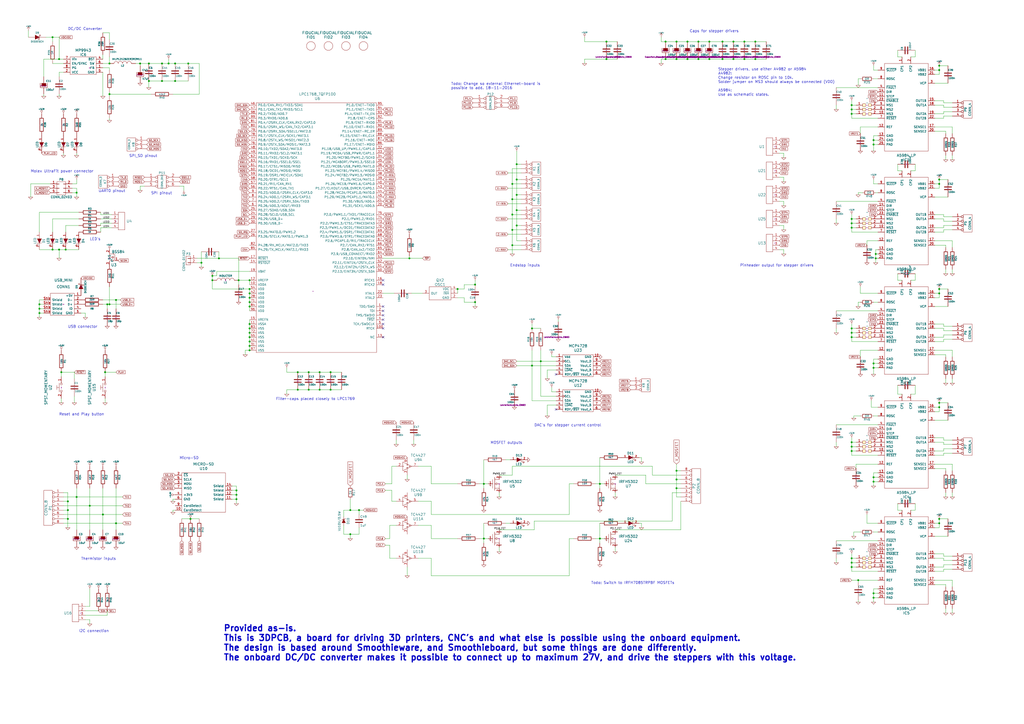
<source format=kicad_sch>
(kicad_sch (version 20230121) (generator eeschema)
  (paper "A2")
  (title_block (title "3DPCB") (date "15 sep 2015") (rev "C") (company "LercheTech"))
  (junction (at 299.72 130.81))
  (junction (at 438.15 24.13))
  (junction (at 144.78 200.66))
  (junction (at 392.43 273.05))
  (junction (at 431.8 34.29))
  (junction (at 506.73 83.82))
  (junction (at 172.72 215.9))
  (junction (at 438.15 34.29))
  (junction (at 63.5 54.61))
  (junction (at 494.03 60.96))
  (junction (at 127 149.86))
  (junction (at 137.16 289.56))
  (junction (at 275.59 165.1))
  (junction (at 544.83 167.64))
  (junction (at 347.98 312.42))
  (junction (at 494.03 193.04))
  (junction (at 351.79 34.29))
  (junction (at 392.43 34.29))
  (junction (at 297.18 124.46))
  (junction (at 425.45 24.13))
  (junction (at 203.2 295.91))
  (junction (at 63.5 176.53))
  (junction (at 60.96 215.9))
  (junction (at 431.8 24.13))
  (junction (at 506.73 344.17))
  (junction (at 86.36 36.83))
  (junction (at 494.03 132.08))
  (junction (at 237.49 149.86))
  (junction (at 93.98 46.99))
  (junction (at 398.78 24.13))
  (junction (at 347.98 280.67))
  (junction (at 506.73 346.71))
  (junction (at 544.83 104.14))
  (junction (at 101.6 36.83))
  (junction (at 494.03 326.39))
  (junction (at 544.83 236.22))
  (junction (at 123.19 162.56))
  (junction (at 144.78 187.96))
  (junction (at 22.86 176.53))
  (junction (at 544.83 300.99))
  (junction (at 22.86 179.07))
  (junction (at 392.43 278.13))
  (junction (at 297.18 133.35))
  (junction (at 544.83 303.53))
  (junction (at 405.13 34.29))
  (junction (at 275.59 175.26))
  (junction (at 506.73 279.4))
  (junction (at 116.84 152.4))
  (junction (at 123.19 160.02))
  (junction (at 544.83 233.68))
  (junction (at 144.78 175.26))
  (junction (at 81.28 36.83))
  (junction (at 508 149.86))
  (junction (at 411.48 34.29))
  (junction (at 506.73 81.28))
  (junction (at 144.78 162.56))
  (junction (at 494.03 323.85))
  (junction (at 144.78 170.18))
  (junction (at 35.56 215.9))
  (junction (at 494.03 256.54))
  (junction (at 34.29 144.78))
  (junction (at 299.72 95.25))
  (junction (at 67.31 303.53))
  (junction (at 494.03 190.5))
  (junction (at 386.08 34.29))
  (junction (at 97.79 36.83))
  (junction (at 38.1 144.78))
  (junction (at 179.07 226.06))
  (junction (at 172.72 226.06))
  (junction (at 297.18 115.57))
  (junction (at 392.43 24.13))
  (junction (at 39.37 295.91))
  (junction (at 544.83 38.1))
  (junction (at 508 147.32))
  (junction (at 144.78 167.64))
  (junction (at 110.49 300.99))
  (junction (at 313.69 209.55))
  (junction (at 144.78 195.58))
  (junction (at 144.78 203.2))
  (junction (at 63.5 36.83))
  (junction (at 544.83 170.18))
  (junction (at 405.13 24.13))
  (junction (at 34.29 34.29))
  (junction (at 544.83 106.68))
  (junction (at 299.72 113.03))
  (junction (at 185.42 226.06))
  (junction (at 44.45 288.29))
  (junction (at 93.98 36.83))
  (junction (at 419.1 34.29))
  (junction (at 144.78 177.8))
  (junction (at 494.03 261.62))
  (junction (at 411.48 24.13))
  (junction (at 351.79 24.13))
  (junction (at 425.45 34.29))
  (junction (at 494.03 66.04))
  (junction (at 52.07 293.37))
  (junction (at 494.03 127))
  (junction (at 297.18 106.68))
  (junction (at 179.07 215.9))
  (junction (at 39.37 290.83))
  (junction (at 506.73 213.36))
  (junction (at 494.03 129.54))
  (junction (at 137.16 287.02))
  (junction (at 297.18 142.24))
  (junction (at 138.43 162.56))
  (junction (at 62.23 176.53))
  (junction (at 144.78 193.04))
  (junction (at 39.37 300.99))
  (junction (at 506.73 210.82))
  (junction (at 44.45 111.76))
  (junction (at 208.28 295.91))
  (junction (at 144.78 172.72))
  (junction (at 494.03 63.5))
  (junction (at 544.83 40.64))
  (junction (at 203.2 309.88))
  (junction (at 494.03 259.08))
  (junction (at 144.78 198.12))
  (junction (at 137.16 284.48))
  (junction (at 30.48 21.59))
  (junction (at 144.78 190.5))
  (junction (at 497.84 336.55))
  (junction (at 494.03 328.93))
  (junction (at 419.1 24.13))
  (junction (at 494.03 195.58))
  (junction (at 109.22 36.83))
  (junction (at 386.08 24.13))
  (junction (at 299.72 104.14))
  (junction (at 398.78 34.29))
  (junction (at 191.77 226.06))
  (junction (at 506.73 276.86))
  (junction (at 299.72 121.92))
  (junction (at 280.67 280.67))
  (junction (at 280.67 312.42))
  (junction (at 185.42 215.9))
  (junction (at 59.69 298.45))
  (junction (at 308.61 190.5))
  (junction (at 30.48 144.78))
  (junction (at 67.31 173.99))
  (junction (at 22.86 181.61))
  (junction (at 86.36 46.99))
  (junction (at 392.43 283.21))
  (junction (at 308.61 212.09))
  (junction (at 101.6 46.99))
  (junction (at 265.43 167.64))
  (junction (at 191.77 215.9))
  (no_connect (at 222.25 190.5))
  (no_connect (at 222.25 185.42))
  (no_connect (at 222.25 165.1))
  (no_connect (at 322.58 237.49))
  (no_connect (at 222.25 187.96))
  (no_connect (at 222.25 177.8))
  (no_connect (at 222.25 180.34))
  (no_connect (at 322.58 217.17))
  (no_connect (at 222.25 195.58))
  (no_connect (at 222.25 182.88))
  (no_connect (at 222.25 162.56))
  (wire (pts (xy 203.2 289.56) (xy 203.2 295.91)))
  (wire (pts (xy 509.27 175.26) (xy 506.73 175.26)))
  (wire (pts (xy 179.07 226.06) (xy 185.42 226.06)))
  (wire (pts (xy 544.83 233.68) (xy 544.83 236.22)))
  (wire (pts (xy 34.29 41.91) (xy 34.29 44.45)))
  (wire (pts (xy 39.37 285.75) (xy 39.37 290.83)))
  (wire (pts (xy 496.57 129.54) (xy 494.03 129.54)))
  (wire (pts (xy 494.03 129.54) (xy 494.03 132.08)))
  (wire (pts (xy 547.37 330.2) (xy 547.37 331.47)))
  (wire (pts (xy 356.87 285.75) (xy 356.87 288.29)))
  (wire (pts (xy 237.49 149.86) (xy 237.49 148.59)))
  (wire (pts (xy 289.56 317.5) (xy 289.56 320.04)))
  (wire (pts (xy 144.78 187.96) (xy 144.78 190.5)))
  (wire (pts (xy 506.73 213.36) (xy 506.73 217.17)))
  (wire (pts (xy 549.91 300.99) (xy 544.83 300.99)))
  (wire (pts (xy 542.29 195.58) (xy 547.37 195.58)))
  (wire (pts (xy 199.39 304.8) (xy 199.39 309.88)))
  (wire (pts (xy 548.64 353.06) (xy 548.64 355.6)))
  (wire (pts (xy 123.19 167.64) (xy 144.78 167.64)))
  (wire (pts (xy 496.57 256.54) (xy 494.03 256.54)))
  (wire (pts (xy 250.19 280.67) (xy 250.19 270.51)))
  (wire (pts (xy 494.03 328.93) (xy 494.03 331.47)))
  (wire (pts (xy 30.48 127) (xy 30.48 134.62)))
  (wire (pts (xy 549.91 311.15) (xy 542.29 311.15)))
  (wire (pts (xy 36.83 290.83) (xy 39.37 290.83)))
  (wire (pts (xy 499.11 175.26) (xy 497.84 175.26)))
  (wire (pts (xy 127 149.86) (xy 114.3 149.86)))
  (wire (pts (xy 508 149.86) (xy 509.27 149.86)))
  (wire (pts (xy 542.29 323.85) (xy 547.37 323.85)))
  (wire (pts (xy 302.26 135.89) (xy 294.64 135.89)))
  (wire (pts (xy 496.57 195.58) (xy 494.03 195.58)))
  (wire (pts (xy 542.29 264.16) (xy 547.37 264.16)))
  (wire (pts (xy 269.24 172.72) (xy 269.24 175.26)))
  (wire (pts (xy 339.09 24.13) (xy 339.09 21.59)))
  (wire (pts (xy 144.78 162.56) (xy 138.43 162.56)))
  (wire (pts (xy 494.03 261.62) (xy 494.03 264.16)))
  (wire (pts (xy 383.54 24.13) (xy 383.54 21.59)))
  (wire (pts (xy 52.07 283.21) (xy 52.07 293.37)))
  (wire (pts (xy 389.89 302.26) (xy 389.89 285.75)))
  (wire (pts (xy 144.78 195.58) (xy 144.78 198.12)))
  (wire (pts (xy 552.45 139.7) (xy 552.45 143.51)))
  (wire (pts (xy 509.27 147.32) (xy 508 147.32)))
  (wire (pts (xy 506.73 83.82) (xy 506.73 87.63)))
  (wire (pts (xy 425.45 24.13) (xy 431.8 24.13)))
  (wire (pts (xy 49.53 354.33) (xy 57.15 354.33)))
  (wire (pts (xy 86.36 36.83) (xy 93.98 36.83)))
  (wire (pts (xy 548.64 142.24) (xy 548.64 143.51)))
  (wire (pts (xy 438.15 24.13) (xy 444.5 24.13)))
  (wire (pts (xy 43.18 229.87) (xy 43.18 233.68)))
  (wire (pts (xy 506.73 83.82) (xy 509.27 83.82)))
  (wire (pts (xy 116.84 152.4) (xy 116.84 154.94)))
  (wire (pts (xy 544.83 109.22) (xy 542.29 109.22)))
  (wire (pts (xy 302.26 113.03) (xy 299.72 113.03)))
  (wire (pts (xy 223.52 316.23) (xy 226.06 316.23)))
  (wire (pts (xy 250.19 290.83) (xy 242.57 290.83)))
  (wire (pts (xy 454.66 116.84) (xy 454.66 119.38)))
  (wire (pts (xy 530.86 228.6) (xy 528.32 228.6)))
  (wire (pts (xy 542.29 132.08) (xy 547.37 132.08)))
  (wire (pts (xy 547.37 124.46) (xy 542.29 124.46)))
  (wire (pts (xy 494.03 190.5) (xy 494.03 193.04)))
  (wire (pts (xy 295.91 303.53) (xy 293.37 303.53)))
  (wire (pts (xy 320.04 207.01) (xy 320.04 205.74)))
  (wire (pts (xy 29.21 106.68) (xy 17.78 106.68)))
  (wire (pts (xy 547.37 261.62) (xy 547.37 260.35)))
  (wire (pts (xy 552.45 322.58) (xy 547.37 322.58)))
  (wire (pts (xy 289.56 275.59) (xy 297.18 275.59)))
  (wire (pts (xy 93.98 36.83) (xy 97.79 36.83)))
  (wire (pts (xy 166.37 213.36) (xy 166.37 215.9)))
  (wire (pts (xy 506.73 210.82) (xy 506.73 213.36)))
  (wire (pts (xy 506.73 213.36) (xy 509.27 213.36)))
  (wire (pts (xy 222.25 149.86) (xy 237.49 149.86)))
  (wire (pts (xy 547.37 189.23) (xy 547.37 187.96)))
  (wire (pts (xy 509.27 313.69) (xy 485.14 313.69)))
  (wire (pts (xy 502.92 139.7) (xy 502.92 142.24)))
  (wire (pts (xy 289.56 307.34) (xy 309.88 307.34)))
  (wire (pts (xy 549.91 114.3) (xy 542.29 114.3)))
  (wire (pts (xy 392.43 283.21) (xy 394.97 283.21)))
  (wire (pts (xy 454.66 88.9) (xy 454.66 91.44)))
  (wire (pts (xy 394.97 280.67) (xy 374.65 280.67)))
  (wire (pts (xy 506.73 274.32) (xy 506.73 276.86)))
  (wire (pts (xy 392.43 273.05) (xy 394.97 273.05)))
  (wire (pts (xy 494.03 66.04) (xy 494.03 68.58)))
  (wire (pts (xy 494.03 323.85) (xy 494.03 326.39)))
  (wire (pts (xy 509.27 50.8) (xy 485.14 50.8)))
  (wire (pts (xy 313.69 209.55) (xy 313.69 229.87)))
  (wire (pts (xy 144.78 157.48) (xy 125.73 157.48)))
  (wire (pts (xy 104.14 107.95) (xy 106.68 107.95)))
  (wire (pts (xy 67.31 303.53) (xy 67.31 307.34)))
  (wire (pts (xy 547.37 191.77) (xy 552.45 191.77)))
  (wire (pts (xy 419.1 24.13) (xy 425.45 24.13)))
  (wire (pts (xy 93.98 46.99) (xy 101.6 46.99)))
  (wire (pts (xy 58.42 130.81) (xy 58.42 129.54)))
  (wire (pts (xy 509.27 274.32) (xy 506.73 274.32)))
  (wire (pts (xy 134.62 284.48) (xy 137.16 284.48)))
  (wire (pts (xy 547.37 64.77) (xy 552.45 64.77)))
  (wire (pts (xy 485.14 326.39) (xy 485.14 323.85)))
  (wire (pts (xy 144.78 170.18) (xy 144.78 172.72)))
  (wire (pts (xy 548.64 156.21) (xy 548.64 158.75)))
  (wire (pts (xy 22.86 176.53) (xy 22.86 179.07)))
  (wire (pts (xy 297.18 97.79) (xy 297.18 106.68)))
  (wire (pts (xy 30.48 144.78) (xy 34.29 144.78)))
  (wire (pts (xy 496.57 66.04) (xy 494.03 66.04)))
  (wire (pts (xy 299.72 87.63) (xy 299.72 95.25)))
  (wire (pts (xy 172.72 215.9) (xy 179.07 215.9)))
  (wire (pts (xy 269.24 167.64) (xy 269.24 165.1)))
  (wire (pts (xy 63.5 40.64) (xy 63.5 39.37)))
  (wire (pts (xy 509.27 341.63) (xy 506.73 341.63)))
  (wire (pts (xy 237.49 149.86) (xy 245.11 149.86)))
  (wire (pts (xy 547.37 262.89) (xy 547.37 264.16)))
  (wire (pts (xy 63.5 54.61) (xy 63.5 55.88)))
  (wire (pts (xy 36.83 303.53) (xy 67.31 303.53)))
  (wire (pts (xy 548.64 219.71) (xy 548.64 222.25)))
  (wire (pts (xy 542.29 203.2) (xy 552.45 203.2)))
  (wire (pts (xy 506.73 106.68) (xy 506.73 104.14)))
  (wire (pts (xy 544.83 104.14) (xy 544.83 106.68)))
  (wire (pts (xy 228.6 170.18) (xy 222.25 170.18)))
  (wire (pts (xy 499.11 73.66) (xy 499.11 77.47)))
  (wire (pts (xy 59.69 176.53) (xy 62.23 176.53)))
  (wire (pts (xy 452.12 144.78) (xy 454.66 144.78)))
  (wire (pts (xy 34.29 149.86) (xy 34.29 144.78)))
  (wire (pts (xy 39.37 290.83) (xy 39.37 295.91)))
  (wire (pts (xy 494.03 187.96) (xy 494.03 190.5)))
  (wire (pts (xy 16.51 21.59) (xy 16.51 17.78)))
  (wire (pts (xy 495.3 241.3) (xy 495.3 242.57)))
  (wire (pts (xy 26.67 21.59) (xy 30.48 21.59)))
  (wire (pts (xy 454.66 102.87) (xy 454.66 105.41)))
  (wire (pts (xy 392.43 278.13) (xy 392.43 283.21)))
  (wire (pts (xy 59.69 298.45) (xy 59.69 307.34)))
  (wire (pts (xy 547.37 323.85) (xy 547.37 325.12)))
  (wire (pts (xy 302.26 127) (xy 294.64 127)))
  (wire (pts (xy 250.19 304.8) (xy 242.57 304.8)))
  (wire (pts (xy 347.98 265.43) (xy 347.98 280.67)))
  (wire (pts (xy 552.45 262.89) (xy 547.37 262.89)))
  (wire (pts (xy 392.43 24.13) (xy 398.78 24.13)))
  (wire (pts (xy 185.42 215.9) (xy 191.77 215.9)))
  (wire (pts (xy 347.98 312.42) (xy 350.52 312.42)))
  (wire (pts (xy 309.88 307.34) (xy 309.88 302.26)))
  (wire (pts (xy 542.29 331.47) (xy 547.37 331.47)))
  (wire (pts (xy 203.2 309.88) (xy 208.28 309.88)))
  (wire (pts (xy 454.66 130.81) (xy 454.66 133.35)))
  (wire (pts (xy 63.5 69.85) (xy 63.5 68.58)))
  (wire (pts (xy 226.06 323.85) (xy 229.87 323.85)))
  (wire (pts (xy 240.03 255.27) (xy 240.03 257.81)))
  (wire (pts (xy 548.64 76.2) (xy 548.64 77.47)))
  (wire (pts (xy 547.37 68.58) (xy 542.29 68.58)))
  (wire (pts (xy 137.16 287.02) (xy 137.16 289.56)))
  (wire (pts (xy 313.69 209.55) (xy 322.58 209.55)))
  (wire (pts (xy 62.23 356.87) (xy 62.23 354.33)))
  (wire (pts (xy 431.8 34.29) (xy 438.15 34.29)))
  (wire (pts (xy 44.45 106.68) (xy 44.45 104.14)))
  (wire (pts (xy 398.78 34.29) (xy 405.13 34.29)))
  (wire (pts (xy 138.43 162.56) (xy 138.43 165.1)))
  (wire (pts (xy 549.91 48.26) (xy 542.29 48.26)))
  (wire (pts (xy 494.03 261.62) (xy 496.57 261.62)))
  (wire (pts (xy 530.86 223.52) (xy 530.86 228.6)))
  (wire (pts (xy 383.54 36.83) (xy 383.54 34.29)))
  (wire (pts (xy 506.73 208.28) (xy 506.73 210.82)))
  (wire (pts (xy 100.33 289.56) (xy 100.33 290.83)))
  (wire (pts (xy 322.58 234.95) (xy 317.5 234.95)))
  (wire (pts (xy 547.37 195.58) (xy 547.37 194.31)))
  (wire (pts (xy 497.84 45.72) (xy 497.84 49.53)))
  (wire (pts (xy 506.73 341.63) (xy 506.73 344.17)))
  (wire (pts (xy 547.37 134.62) (xy 542.29 134.62)))
  (wire (pts (xy 25.4 179.07) (xy 22.86 179.07)))
  (wire (pts (xy 392.43 278.13) (xy 394.97 278.13)))
  (wire (pts (xy 138.43 149.86) (xy 138.43 162.56)))
  (wire (pts (xy 280.67 280.67) (xy 280.67 283.21)))
  (wire (pts (xy 22.86 173.99) (xy 22.86 176.53)))
  (wire (pts (xy 44.45 288.29) (xy 71.12 288.29)))
  (wire (pts (xy 508 144.78) (xy 508 147.32)))
  (wire (pts (xy 63.5 166.37) (xy 63.5 176.53)))
  (wire (pts (xy 199.39 295.91) (xy 203.2 295.91)))
  (wire (pts (xy 547.37 322.58) (xy 547.37 321.31)))
  (wire (pts (xy 405.13 24.13) (xy 411.48 24.13)))
  (wire (pts (xy 544.83 106.68) (xy 544.83 109.22)))
  (wire (pts (xy 509.27 210.82) (xy 506.73 210.82)))
  (wire (pts (xy 250.19 270.51) (xy 242.57 270.51)))
  (wire (pts (xy 41.91 106.68) (xy 44.45 106.68)))
  (wire (pts (xy 506.73 45.72) (xy 509.27 45.72)))
  (wire (pts (xy 87.63 54.61) (xy 63.5 54.61)))
  (wire (pts (xy 345.44 312.42) (xy 347.98 312.42)))
  (wire (pts (xy 105.41 300.99) (xy 110.49 300.99)))
  (wire (pts (xy 43.18 215.9) (xy 43.18 219.71)))
  (wire (pts (xy 63.5 36.83) (xy 63.5 33.02)))
  (wire (pts (xy 552.45 125.73) (xy 547.37 125.73)))
  (wire (pts (xy 547.37 327.66) (xy 552.45 327.66)))
  (wire (pts (xy 544.83 38.1) (xy 544.83 40.64)))
  (wire (pts (xy 431.8 24.13) (xy 438.15 24.13)))
  (wire (pts (xy 123.19 160.02) (xy 123.19 162.56)))
  (wire (pts (xy 332.74 312.42) (xy 330.2 312.42)))
  (wire (pts (xy 494.03 195.58) (xy 494.03 198.12)))
  (wire (pts (xy 547.37 62.23) (xy 552.45 62.23)))
  (wire (pts (xy 250.19 290.83) (xy 250.19 298.45)))
  (wire (pts (xy 137.16 289.56) (xy 134.62 289.56)))
  (wire (pts (xy 25.4 176.53) (xy 22.86 176.53)))
  (wire (pts (xy 496.57 323.85) (xy 494.03 323.85)))
  (wire (pts (xy 269.24 165.1) (xy 275.59 165.1)))
  (wire (pts (xy 45.72 130.81) (xy 38.1 130.81)))
  (wire (pts (xy 223.52 280.67) (xy 227.33 280.67)))
  (wire (pts (xy 339.09 34.29) (xy 339.09 36.83)))
  (wire (pts (xy 509.27 40.64) (xy 506.73 40.64)))
  (wire (pts (xy 542.29 139.7) (xy 552.45 139.7)))
  (wire (pts (xy 509.27 208.28) (xy 506.73 208.28)))
  (wire (pts (xy 308.61 203.2) (xy 308.61 212.09)))
  (wire (pts (xy 38.1 144.78) (xy 45.72 144.78)))
  (wire (pts (xy 494.03 193.04) (xy 494.03 195.58)))
  (wire (pts (xy 308.61 212.09) (xy 308.61 232.41)))
  (wire (pts (xy 372.11 265.43) (xy 372.11 267.97)))
  (wire (pts (xy 144.78 198.12) (xy 144.78 200.66)))
  (wire (pts (xy 497.84 111.76) (xy 497.84 113.03)))
  (wire (pts (xy 280.67 280.67) (xy 283.21 280.67)))
  (wire (pts (xy 542.29 256.54) (xy 547.37 256.54)))
  (wire (pts (xy 302.26 121.92) (xy 299.72 121.92)))
  (wire (pts (xy 299.72 95.25) (xy 299.72 104.14)))
  (wire (pts (xy 454.66 144.78) (xy 454.66 147.32)))
  (wire (pts (xy 356.87 317.5) (xy 356.87 320.04)))
  (wire (pts (xy 356.87 307.34) (xy 394.97 307.34)))
  (wire (pts (xy 542.29 303.53) (xy 544.83 303.53)))
  (wire (pts (xy 299.72 209.55) (xy 313.69 209.55)))
  (wire (pts (xy 494.03 254) (xy 494.03 256.54)))
  (wire (pts (xy 530.86 29.21) (xy 530.86 33.02)))
  (wire (pts (xy 544.83 167.64) (xy 544.83 170.18)))
  (wire (pts (xy 30.48 21.59) (xy 34.29 21.59)))
  (wire (pts (xy 520.7 162.56) (xy 523.24 162.56)))
  (wire (pts (xy 67.31 215.9) (xy 60.96 215.9)))
  (wire (pts (xy 494.03 68.58) (xy 509.27 68.58)))
  (wire (pts (xy 547.37 190.5) (xy 547.37 191.77)))
  (wire (pts (xy 144.78 167.64) (xy 144.78 170.18)))
  (wire (pts (xy 125.73 157.48) (xy 125.73 160.02)))
  (wire (pts (xy 496.57 193.04) (xy 494.03 193.04)))
  (wire (pts (xy 332.74 280.67) (xy 330.2 280.67)))
  (wire (pts (xy 552.45 189.23) (xy 547.37 189.23)))
  (wire (pts (xy 547.37 67.31) (xy 547.37 68.58)))
  (wire (pts (xy 39.37 300.99) (xy 39.37 306.07)))
  (wire (pts (xy 229.87 257.81) (xy 229.87 255.27)))
  (wire (pts (xy 496.57 259.08) (xy 494.03 259.08)))
  (wire (pts (xy 542.29 170.18) (xy 544.83 170.18)))
  (wire (pts (xy 22.86 123.19) (xy 22.86 134.62)))
  (wire (pts (xy 185.42 226.06) (xy 191.77 226.06)))
  (wire (pts (xy 115.57 54.61) (xy 115.57 36.83)))
  (wire (pts (xy 17.78 106.68) (xy 17.78 114.3)))
  (wire (pts (xy 547.37 132.08) (xy 547.37 130.81)))
  (wire (pts (xy 144.78 190.5) (xy 144.78 193.04)))
  (wire (pts (xy 549.91 38.1) (xy 544.83 38.1)))
  (wire (pts (xy 302.26 144.78) (xy 294.64 144.78)))
  (wire (pts (xy 317.5 234.95) (xy 317.5 241.3)))
  (wire (pts (xy 494.03 60.96) (xy 494.03 63.5)))
  (wire (pts (xy 39.37 300.99) (xy 36.83 300.99)))
  (wire (pts (xy 547.37 58.42) (xy 542.29 58.42)))
  (wire (pts (xy 295.91 266.7) (xy 293.37 266.7)))
  (wire (pts (xy 265.43 172.72) (xy 269.24 172.72)))
  (wire (pts (xy 278.13 312.42) (xy 280.67 312.42)))
  (wire (pts (xy 520.7 33.02) (xy 523.24 33.02)))
  (wire (pts (xy 485.14 63.5) (xy 485.14 60.96)))
  (wire (pts (xy 275.59 175.26) (xy 275.59 177.8)))
  (wire (pts (xy 144.78 200.66) (xy 144.78 203.2)))
  (wire (pts (xy 497.84 336.55) (xy 497.84 337.82)))
  (wire (pts (xy 499.11 308.61) (xy 495.3 308.61)))
  (wire (pts (xy 509.27 170.18) (xy 499.11 170.18)))
  (wire (pts (xy 548.64 285.75) (xy 548.64 288.29)))
  (wire (pts (xy 494.03 264.16) (xy 509.27 264.16)))
  (wire (pts (xy 494.03 63.5) (xy 494.03 66.04)))
  (wire (pts (xy 166.37 226.06) (xy 166.37 228.6)))
  (wire (pts (xy 265.43 170.18) (xy 265.43 167.64)))
  (wire (pts (xy 452.12 130.81) (xy 454.66 130.81)))
  (wire (pts (xy 547.37 59.69) (xy 547.37 58.42)))
  (wire (pts (xy 144.78 203.2) (xy 142.24 203.2)))
  (wire (pts (xy 494.03 132.08) (xy 494.03 134.62)))
  (wire (pts (xy 223.52 312.42) (xy 226.06 312.42)))
  (wire (pts (xy 302.26 130.81) (xy 299.72 130.81)))
  (wire (pts (xy 552.45 203.2) (xy 552.45 207.01)))
  (wire (pts (xy 509.27 346.71) (xy 506.73 346.71)))
  (wire (pts (xy 520.7 99.06) (xy 523.24 99.06)))
  (wire (pts (xy 25.4 54.61) (xy 25.4 55.88)))
  (wire (pts (xy 452.12 102.87) (xy 454.66 102.87)))
  (wire (pts (xy 347.98 312.42) (xy 347.98 314.96)))
  (wire (pts (xy 34.29 55.88) (xy 34.29 54.61)))
  (wire (pts (xy 347.98 280.67) (xy 350.52 280.67)))
  (wire (pts (xy 36.83 298.45) (xy 59.69 298.45)))
  (wire (pts (xy 378.46 270.51) (xy 297.18 270.51)))
  (wire (pts (xy 67.31 283.21) (xy 67.31 303.53)))
  (wire (pts (xy 227.33 290.83) (xy 229.87 290.83)))
  (wire (pts (xy 22.86 181.61) (xy 22.86 184.15)))
  (wire (pts (xy 302.26 97.79) (xy 297.18 97.79)))
  (wire (pts (xy 494.03 336.55) (xy 497.84 336.55)))
  (wire (pts (xy 302.26 106.68) (xy 297.18 106.68)))
  (wire (pts (xy 275.59 165.1) (xy 275.59 162.56)))
  (wire (pts (xy 500.38 111.76) (xy 497.84 111.76)))
  (wire (pts (xy 485.14 193.04) (xy 485.14 190.5)))
  (wire (pts (xy 144.78 175.26) (xy 144.78 177.8)))
  (wire (pts (xy 302.26 109.22) (xy 294.64 109.22)))
  (wire (pts (xy 552.45 269.24) (xy 552.45 273.05)))
  (wire (pts (xy 495.3 308.61) (xy 495.3 311.15)))
  (wire (pts (xy 509.27 180.34) (xy 485.14 180.34)))
  (wire (pts (xy 549.91 104.14) (xy 544.83 104.14)))
  (wire (pts (xy 544.83 303.53) (xy 544.83 306.07)))
  (wire (pts (xy 67.31 173.99) (xy 67.31 179.07)))
  (wire (pts (xy 496.57 127) (xy 494.03 127)))
  (wire (pts (xy 100.33 295.91) (xy 100.33 297.18)))
  (wire (pts (xy 280.67 303.53) (xy 280.67 312.42)))
  (wire (pts (xy 35.56 218.44) (xy 35.56 215.9)))
  (wire (pts (xy 226.06 312.42) (xy 226.06 304.8)))
  (wire (pts (xy 59.69 283.21) (xy 59.69 298.45)))
  (wire (pts (xy 547.37 187.96) (xy 542.29 187.96)))
  (wire (pts (xy 494.03 328.93) (xy 496.57 328.93)))
  (wire (pts (xy 144.78 172.72) (xy 144.78 175.26)))
  (wire (pts (xy 208.28 309.88) (xy 208.28 306.07)))
  (wire (pts (xy 330.2 334.01) (xy 330.2 312.42)))
  (wire (pts (xy 509.27 308.61) (xy 506.73 308.61)))
  (wire (pts (xy 110.49 300.99) (xy 115.57 300.99)))
  (wire (pts (xy 100.33 54.61) (xy 115.57 54.61)))
  (wire (pts (xy 530.86 99.06) (xy 528.32 99.06)))
  (wire (pts (xy 386.08 34.29) (xy 392.43 34.29)))
  (wire (pts (xy 496.57 190.5) (xy 494.03 190.5)))
  (wire (pts (xy 552.45 219.71) (xy 552.45 222.25)))
  (wire (pts (xy 552.45 285.75) (xy 552.45 288.29)))
  (wire (pts (xy 497.84 175.26) (xy 497.84 177.8)))
  (wire (pts (xy 530.86 162.56) (xy 528.32 162.56)))
  (wire (pts (xy 548.64 90.17) (xy 548.64 92.71)))
  (wire (pts (xy 542.29 40.64) (xy 544.83 40.64)))
  (wire (pts (xy 322.58 227.33) (xy 320.04 227.33)))
  (wire (pts (xy 542.29 236.22) (xy 544.83 236.22)))
  (wire (pts (xy 542.29 142.24) (xy 548.64 142.24)))
  (wire (pts (xy 125.73 160.02) (xy 123.19 160.02)))
  (wire (pts (xy 58.42 132.08) (xy 58.42 134.62)))
  (wire (pts (xy 49.53 181.61) (xy 49.53 184.15)))
  (wire (pts (xy 62.23 176.53) (xy 63.5 176.53)))
  (wire (pts (xy 547.37 257.81) (xy 552.45 257.81)))
  (wire (pts (xy 509.27 73.66) (xy 499.11 73.66)))
  (wire (pts (xy 134.62 287.02) (xy 137.16 287.02)))
  (wire (pts (xy 370.84 303.53) (xy 372.11 303.53)))
  (wire (pts (xy 302.26 133.35) (xy 297.18 133.35)))
  (wire (pts (xy 452.12 116.84) (xy 454.66 116.84)))
  (wire (pts (xy 351.79 24.13) (xy 358.14 24.13)))
  (wire (pts (xy 509.27 81.28) (xy 506.73 81.28)))
  (wire (pts (xy 323.85 185.42) (xy 323.85 186.69)))
  (wire (pts (xy 509.27 78.74) (xy 506.73 78.74)))
  (wire (pts (xy 542.29 73.66) (xy 552.45 73.66)))
  (wire (pts (xy 552.45 59.69) (xy 547.37 59.69)))
  (wire (pts (xy 544.83 172.72) (xy 542.29 172.72)))
  (wire (pts (xy 438.15 34.29) (xy 444.5 34.29)))
  (wire (pts (xy 520.7 295.91) (xy 523.24 295.91)))
  (wire (pts (xy 542.29 198.12) (xy 547.37 198.12)))
  (wire (pts (xy 250.19 323.85) (xy 242.57 323.85)))
  (wire (pts (xy 46.99 181.61) (xy 49.53 181.61)))
  (wire (pts (xy 227.33 270.51) (xy 229.87 270.51)))
  (wire (pts (xy 60.96 231.14) (xy 60.96 233.68)))
  (wire (pts (xy 520.7 29.21) (xy 520.7 33.02)))
  (wire (pts (xy 203.2 295.91) (xy 208.28 295.91)))
  (wire (pts (xy 299.72 121.92) (xy 299.72 130.81)))
  (wire (pts (xy 179.07 215.9) (xy 185.42 215.9)))
  (wire (pts (xy 59.69 298.45) (xy 71.12 298.45)))
  (wire (pts (xy 506.73 279.4) (xy 509.27 279.4)))
  (wire (pts (xy 530.86 292.1) (xy 530.86 295.91)))
  (wire (pts (xy 116.84 146.05) (xy 116.84 152.4)))
  (wire (pts (xy 191.77 215.9) (xy 198.12 215.9)))
  (wire (pts (xy 552.45 156.21) (xy 552.45 158.75)))
  (wire (pts (xy 370.84 265.43) (xy 372.11 265.43)))
  (wire (pts (xy 552.45 67.31) (xy 547.37 67.31)))
  (wire (pts (xy 508 111.76) (xy 509.27 111.76)))
  (wire (pts (xy 496.57 63.5) (xy 494.03 63.5)))
  (wire (pts (xy 49.53 351.79) (xy 52.07 351.79)))
  (wire (pts (xy 542.29 328.93) (xy 547.37 328.93)))
  (wire (pts (xy 101.6 46.99) (xy 109.22 46.99)))
  (wire (pts (xy 405.13 34.29) (xy 411.48 34.29)))
  (wire (pts (xy 63.5 53.34) (xy 63.5 54.61)))
  (wire (pts (xy 63.5 19.05) (xy 63.5 22.86)))
  (wire (pts (xy 299.72 212.09) (xy 308.61 212.09)))
  (wire (pts (xy 59.69 31.75) (xy 59.69 34.29)))
  (wire (pts (xy 142.24 203.2) (xy 142.24 205.74)))
  (wire (pts (xy 203.2 309.88) (xy 203.2 312.42)))
  (wire (pts (xy 322.58 207.01) (xy 320.04 207.01)))
  (wire (pts (xy 166.37 226.06) (xy 172.72 226.06)))
  (wire (pts (xy 58.42 129.54) (xy 64.77 129.54)))
  (wire (pts (xy 35.56 215.9) (xy 43.18 215.9)))
  (wire (pts (xy 322.58 214.63) (xy 317.5 214.63)))
  (wire (pts (xy 345.44 280.67) (xy 347.98 280.67)))
  (wire (pts (xy 250.19 298.45) (xy 330.2 298.45)))
  (wire (pts (xy 58.42 124.46) (xy 58.42 123.19)))
  (wire (pts (xy 530.86 95.25) (xy 530.86 99.06)))
  (wire (pts (xy 508 147.32) (xy 508 149.86)))
  (wire (pts (xy 137.16 289.56) (xy 137.16 292.1)))
  (wire (pts (xy 114.3 152.4) (xy 116.84 152.4)))
  (wire (pts (xy 208.28 295.91) (xy 208.28 298.45)))
  (wire (pts (xy 392.43 283.21) (xy 392.43 288.29)))
  (wire (pts (xy 308.61 187.96) (xy 308.61 190.5)))
  (wire (pts (xy 552.45 133.35) (xy 547.37 133.35)))
  (wire (pts (xy 351.79 34.29) (xy 358.14 34.29)))
  (wire (pts (xy 97.79 36.83) (xy 101.6 36.83)))
  (wire (pts (xy 552.45 90.17) (xy 552.45 92.71)))
  (wire (pts (xy 299.72 139.7) (xy 302.26 139.7)))
  (wire (pts (xy 509.27 344.17) (xy 506.73 344.17)))
  (wire (pts (xy 411.48 34.29) (xy 419.1 34.29)))
  (wire (pts (xy 547.37 260.35) (xy 552.45 260.35)))
  (wire (pts (xy 398.78 24.13) (xy 405.13 24.13)))
  (wire (pts (xy 496.57 132.08) (xy 494.03 132.08)))
  (wire (pts (xy 67.31 173.99) (xy 69.85 173.99)))
  (wire (pts (xy 383.54 24.13) (xy 386.08 24.13)))
  (wire (pts (xy 127 146.05) (xy 127 149.86)))
  (wire (pts (xy 144.78 193.04) (xy 144.78 195.58)))
  (wire (pts (xy 392.43 273.05) (xy 392.43 278.13)))
  (wire (pts (xy 101.6 289.56) (xy 100.33 289.56)))
  (wire (pts (xy 494.03 326.39) (xy 494.03 328.93)))
  (wire (pts (xy 44.45 88.9) (xy 44.45 90.17)))
  (wire (pts (xy 38.1 130.81) (xy 38.1 134.62)))
  (wire (pts (xy 547.37 256.54) (xy 547.37 257.81)))
  (wire (pts (xy 544.83 306.07) (xy 542.29 306.07)))
  (wire (pts (xy 542.29 261.62) (xy 547.37 261.62)))
  (wire (pts (xy 389.89 285.75) (xy 394.97 285.75)))
  (wire (pts (xy 544.83 43.18) (xy 542.29 43.18)))
  (wire (pts (xy 59.69 19.05) (xy 63.5 19.05)))
  (wire (pts (xy 250.19 312.42) (xy 265.43 312.42)))
  (wire (pts (xy 509.27 241.3) (xy 506.73 241.3)))
  (wire (pts (xy 544.83 236.22) (xy 544.83 238.76)))
  (wire (pts (xy 506.73 279.4) (xy 506.73 281.94)))
  (wire (pts (xy 265.43 167.64) (xy 269.24 167.64)))
  (wire (pts (xy 97.79 34.29) (xy 97.79 36.83)))
  (wire (pts (xy 509.27 144.78) (xy 508 144.78)))
  (wire (pts (xy 172.72 226.06) (xy 179.07 226.06)))
  (wire (pts (xy 299.72 104.14) (xy 299.72 113.03)))
  (wire (pts (xy 302.26 100.33) (xy 294.64 100.33)))
  (wire (pts (xy 86.36 46.99) (xy 93.98 46.99)))
  (wire (pts (xy 502.92 303.53) (xy 502.92 298.45)))
  (wire (pts (xy 166.37 215.9) (xy 172.72 215.9)))
  (wire (pts (xy 547.37 254) (xy 542.29 254)))
  (wire (pts (xy 59.69 55.88) (xy 59.69 41.91)))
  (wire (pts (xy 317.5 214.63) (xy 317.5 219.71)))
  (wire (pts (xy 542.29 106.68) (xy 544.83 106.68)))
  (wire (pts (xy 302.26 95.25) (xy 299.72 95.25)))
  (wire (pts (xy 36.83 36.83) (xy 30.48 36.83)))
  (wire (pts (xy 520.7 95.25) (xy 520.7 99.06)))
  (wire (pts (xy 506.73 78.74) (xy 506.73 81.28)))
  (wire (pts (xy 81.28 38.1) (xy 81.28 36.83)))
  (wire (pts (xy 494.03 134.62) (xy 509.27 134.62)))
  (wire (pts (xy 22.86 144.78) (xy 30.48 144.78)))
  (wire (pts (xy 36.83 41.91) (xy 34.29 41.91)))
  (wire (pts (xy 552.45 255.27) (xy 547.37 255.27)))
  (wire (pts (xy 374.65 280.67) (xy 374.65 275.59)))
  (wire (pts (xy 520.7 158.75) (xy 520.7 162.56)))
  (wire (pts (xy 302.26 142.24) (xy 297.18 142.24)))
  (wire (pts (xy 552.45 330.2) (xy 547.37 330.2)))
  (wire (pts (xy 199.39 309.88) (xy 203.2 309.88)))
  (wire (pts (xy 297.18 106.68) (xy 297.18 115.57)))
  (wire (pts (xy 63.5 39.37) (xy 59.69 39.37)))
  (wire (pts (xy 494.03 256.54) (xy 494.03 259.08)))
  (wire (pts (xy 506.73 346.71) (xy 506.73 349.25)))
  (wire (pts (xy 552.45 336.55) (xy 552.45 340.36)))
  (wire (pts (xy 542.29 269.24) (xy 552.45 269.24)))
  (wire (pts (xy 52.07 351.79) (xy 52.07 341.63)))
  (wire (pts (xy 339.09 34.29) (xy 351.79 34.29)))
  (wire (pts (xy 297.18 115.57) (xy 297.18 124.46)))
  (wire (pts (xy 62.23 176.53) (xy 62.23 179.07)))
  (wire (pts (xy 394.97 307.34) (xy 394.97 290.83)))
  (wire (pts (xy 542.29 205.74) (xy 548.64 205.74)))
  (wire (pts (xy 63.5 176.53) (xy 69.85 176.53)))
  (wire (pts (xy 494.03 198.12) (xy 509.27 198.12)))
  (wire (pts (xy 508 149.86) (xy 508 152.4)))
  (wire (pts (xy 289.56 285.75) (xy 289.56 288.29)))
  (wire (pts (xy 59.69 36.83) (xy 63.5 36.83)))
  (wire (pts (xy 30.48 24.13) (xy 30.48 21.59)))
  (wire (pts (xy 509.27 246.38) (xy 485.14 246.38)))
  (wire (pts (xy 106.68 107.95) (xy 106.68 110.49)))
  (wire (pts (xy 496.57 271.78) (xy 496.57 269.24)))
  (wire (pts (xy 548.64 271.78) (xy 548.64 273.05)))
  (wire (pts (xy 386.08 24.13) (xy 392.43 24.13)))
  (wire (pts (xy 109.22 36.83) (xy 115.57 36.83)))
  (wire (pts (xy 280.67 312.42) (xy 280.67 314.96)))
  (wire (pts (xy 485.14 129.54) (xy 485.14 127)))
  (wire (pts (xy 34.29 34.29) (xy 36.83 34.29)))
  (wire (pts (xy 372.11 303.53) (xy 372.11 306.07)))
  (wire (pts (xy 497.84 336.55) (xy 509.27 336.55)))
  (wire (pts (xy 547.37 255.27) (xy 547.37 254)))
  (wire (pts (xy 52.07 293.37) (xy 71.12 293.37)))
  (wire (pts (xy 297.18 133.35) (xy 297.18 142.24)))
  (wire (pts (xy 226.06 316.23) (xy 226.06 323.85)))
  (wire (pts (xy 44.45 111.76) (xy 44.45 114.3)))
  (wire (pts (xy 392.43 288.29) (xy 394.97 288.29)))
  (wire (pts (xy 309.88 302.26) (xy 389.89 302.26)))
  (wire (pts (xy 35.56 231.14) (xy 35.56 233.68)))
  (wire (pts (xy 36.83 88.9) (xy 36.83 90.17)))
  (wire (pts (xy 530.86 33.02) (xy 528.32 33.02)))
  (wire (pts (xy 544.83 238.76) (xy 542.29 238.76)))
  (wire (pts (xy 506.73 40.64) (xy 506.73 38.1)))
  (wire (pts (xy 547.37 125.73) (xy 547.37 124.46)))
  (wire (pts (xy 83.82 107.95) (xy 81.28 107.95)))
  (wire (pts (xy 299.72 130.81) (xy 299.72 139.7)))
  (wire (pts (xy 308.61 232.41) (xy 322.58 232.41)))
  (wire (pts (xy 530.86 295.91) (xy 528.32 295.91)))
  (wire (pts (xy 208.28 295.91) (xy 210.82 295.91)))
  (wire (pts (xy 25.4 173.99) (xy 22.86 173.99)))
  (wire (pts (xy 520.7 223.52) (xy 520.7 228.6)))
  (wire (pts (xy 134.62 281.94) (xy 137.16 281.94)))
  (wire (pts (xy 499.11 170.18) (xy 499.11 166.37)))
  (wire (pts (xy 49.53 359.41) (xy 52.07 359.41)))
  (wire (pts (xy 302.26 118.11) (xy 294.64 118.11)))
  (wire (pts (xy 297.18 142.24) (xy 297.18 147.32)))
  (wire (pts (xy 137.16 284.48) (xy 137.16 287.02)))
  (wire (pts (xy 549.91 243.84) (xy 542.29 243.84)))
  (wire (pts (xy 547.37 60.96) (xy 547.37 62.23)))
  (wire (pts (xy 52.07 293.37) (xy 52.07 307.34)))
  (wire (pts (xy 250.19 280.67) (xy 265.43 280.67)))
  (wire (pts (xy 250.19 312.42) (xy 250.19 304.8)))
  (wire (pts (xy 302.26 104.14) (xy 299.72 104.14)))
  (wire (pts (xy 330.2 298.45) (xy 330.2 280.67)))
  (wire (pts (xy 123.19 162.56) (xy 123.19 167.64)))
  (wire (pts (xy 505.46 236.22) (xy 505.46 232.41)))
  (wire (pts (xy 552.45 196.85) (xy 547.37 196.85)))
  (wire (pts (xy 506.73 344.17) (xy 506.73 346.71)))
  (wire (pts (xy 383.54 34.29) (xy 386.08 34.29)))
  (wire (pts (xy 41.91 111.76) (xy 44.45 111.76)))
  (wire (pts (xy 494.03 321.31) (xy 494.03 323.85)))
  (wire (pts (xy 22.86 181.61) (xy 25.4 181.61)))
  (wire (pts (xy 552.45 353.06) (xy 552.45 355.6)))
  (wire (pts (xy 45.72 127) (xy 30.48 127)))
  (wire (pts (xy 59.69 173.99) (xy 67.31 173.99)))
  (wire (pts (xy 509.27 139.7) (xy 502.92 139.7)))
  (wire (pts (xy 25.4 44.45) (xy 25.4 34.29)))
  (wire (pts (xy 302.26 124.46) (xy 297.18 124.46)))
  (wire (pts (xy 542.29 127) (xy 547.37 127)))
  (wire (pts (xy 542.29 190.5) (xy 547.37 190.5)))
  (wire (pts (xy 227.33 284.48) (xy 227.33 290.83)))
  (wire (pts (xy 547.37 321.31) (xy 542.29 321.31)))
  (wire (pts (xy 223.52 284.48) (xy 227.33 284.48)))
  (wire (pts (xy 227.33 280.67) (xy 227.33 270.51)))
  (wire (pts (xy 78.74 36.83) (xy 81.28 36.83)))
  (wire (pts (xy 547.37 133.35) (xy 547.37 134.62)))
  (wire (pts (xy 297.18 124.46) (xy 297.18 133.35)))
  (wire (pts (xy 81.28 107.95) (xy 81.28 110.49)))
  (wire (pts (xy 347.98 280.67) (xy 347.98 283.21)))
  (wire (pts (xy 44.45 288.29) (xy 44.45 307.34)))
  (wire (pts (xy 542.29 66.04) (xy 547.37 66.04)))
  (wire (pts (xy 494.03 331.47) (xy 509.27 331.47)))
  (wire (pts (xy 520.7 292.1) (xy 520.7 295.91)))
  (wire (pts (xy 499.11 45.72) (xy 497.84 45.72)))
  (wire (pts (xy 52.07 359.41) (xy 52.07 361.95)))
  (wire (pts (xy 547.37 325.12) (xy 552.45 325.12)))
  (wire (pts (xy 499.11 241.3) (xy 495.3 241.3)))
  (wire (pts (xy 547.37 66.04) (xy 547.37 64.77)))
  (wire (pts (xy 25.4 34.29) (xy 34.29 34.29)))
  (wire (pts (xy 44.45 283.21) (xy 44.45 288.29)))
  (wire (pts (xy 137.16 281.94) (xy 137.16 284.48)))
  (wire (pts (xy 36.83 288.29) (xy 44.45 288.29)))
  (wire (pts (xy 452.12 88.9) (xy 454.66 88.9)))
  (wire (pts (xy 34.29 144.78) (xy 38.1 144.78)))
  (wire (pts (xy 494.03 58.42) (xy 494.03 60.96)))
  (wire (pts (xy 552.45 73.66) (xy 552.45 77.47)))
  (wire (pts (xy 394.97 275.59) (xy 378.46 275.59)))
  (wire (pts (xy 509.27 236.22) (xy 505.46 236.22)))
  (wire (pts (xy 41.91 109.22) (xy 44.45 109.22)))
  (wire (pts (xy 308.61 190.5) (xy 313.69 190.5)))
  (wire (pts (xy 544.83 170.18) (xy 544.83 172.72)))
  (wire (pts (xy 425.45 34.29) (xy 431.8 34.29)))
  (wire (pts (xy 22.86 179.07) (xy 22.86 181.61)))
  (wire (pts (xy 34.29 21.59) (xy 34.29 34.29)))
  (wire (pts (xy 236.22 328.93) (xy 236.22 334.01)))
  (wire (pts (xy 58.42 127) (xy 64.77 127)))
  (wire (pts (xy 44.45 109.22) (xy 44.45 111.76)))
  (wire (pts (xy 302.26 115.57) (xy 297.18 115.57)))
  (wire (pts (xy 544.83 40.64) (xy 544.83 43.18)))
  (wire (pts (xy 506.73 81.28) (xy 506.73 83.82)))
  (wire (pts (xy 509.27 276.86) (xy 506.73 276.86)))
  (wire (pts (xy 544.83 300.99) (xy 544.83 303.53)))
  (wire (pts (xy 339.09 24.13) (xy 351.79 24.13)))
  (wire (pts (xy 320.04 227.33) (xy 320.04 224.79)))
  (wire (pts (xy 542.29 60.96) (xy 547.37 60.96)))
  (wire (pts (xy 549.91 167.64) (xy 544.83 167.64)))
  (wire (pts (xy 547.37 128.27) (xy 552.45 128.27)))
  (wire (pts (xy 411.48 24.13) (xy 419.1 24.13)))
  (wire (pts (xy 313.69 229.87) (xy 322.58 229.87)))
  (wire (pts (xy 509.27 203.2) (xy 499.11 203.2)))
  (wire (pts (xy 250.19 323.85) (xy 250.19 334.01)))
  (wire (pts (xy 509.27 116.84) (xy 485.14 116.84)))
  (wire (pts (xy 280.67 312.42) (xy 283.21 312.42)))
  (wire (pts (xy 496.57 269.24) (xy 509.27 269.24)))
  (wire (pts (xy 547.37 196.85) (xy 547.37 198.12)))
  (wire (pts (xy 499.11 203.2) (xy 499.11 207.01)))
  (wire (pts (xy 547.37 130.81) (xy 552.45 130.81)))
  (wire (pts (xy 81.28 36.83) (xy 86.36 36.83)))
  (wire (pts (xy 86.36 46.99) (xy 86.36 50.8)))
  (wire (pts (xy 280.67 266.7) (xy 280.67 280.67)))
  (wire (pts (xy 278.13 280.67) (xy 280.67 280.67)))
  (wire (pts (xy 542.29 76.2) (xy 548.64 76.2)))
  (wire (pts (xy 238.76 170.18) (xy 245.11 170.18)))
  (wire (pts (xy 530.86 158.75) (xy 530.86 162.56)))
  (wire (pts (xy 297.18 270.51) (xy 297.18 275.59)))
  (wire (pts (xy 347.98 303.53) (xy 347.98 312.42)))
  (wire (pts (xy 226.06 304.8) (xy 229.87 304.8)))
  (wire (pts (xy 547.37 328.93) (xy 547.37 327.66)))
  (wire (pts (xy 547.37 194.31) (xy 552.45 194.31)))
  (wire (pts (xy 548.64 339.09) (xy 548.64 340.36)))
  (wire (pts (xy 308.61 212.09) (xy 322.58 212.09)))
  (wire (pts (xy 39.37 295.91) (xy 36.83 295.91)))
  (wire (pts (xy 485.14 259.08) (xy 485.14 256.54)))
  (wire (pts (xy 49.53 356.87) (xy 62.23 356.87)))
  (wire (pts (xy 496.57 326.39) (xy 494.03 326.39)))
  (wire (pts (xy 36.83 285.75) (xy 39.37 285.75)))
  (wire (pts (xy 60.96 215.9) (xy 60.96 218.44)))
  (wire (pts (xy 549.91 177.8) (xy 542.29 177.8)))
  (wire (pts (xy 378.46 275.59) (xy 378.46 270.51)))
  (wire (pts (xy 494.03 127) (xy 494.03 129.54)))
  (wire (pts (xy 101.6 36.83) (xy 109.22 36.83)))
  (wire (pts (xy 549.91 233.68) (xy 544.83 233.68)))
  (wire (pts (xy 250.19 334.01) (xy 330.2 334.01)))
  (wire (pts (xy 191.77 226.06) (xy 198.12 226.06)))
  (wire (pts (xy 67.31 303.53) (xy 71.12 303.53)))
  (wire (pts (xy 36.83 293.37) (xy 52.07 293.37)))
  (wire (pts (xy 199.39 295.91) (xy 199.39 299.72)))
  (wire (pts (xy 45.72 123.19) (xy 22.86 123.19)))
  (wire (pts (xy 144.78 177.8) (xy 144.78 180.34)))
  (wire (pts (xy 506.73 276.86) (xy 506.73 279.4)))
  (wire (pts (xy 542.29 271.78) (xy 548.64 271.78)))
  (wire (pts (xy 494.03 259.08) (xy 494.03 261.62)))
  (wire (pts (xy 392.43 34.29) (xy 398.78 34.29)))
  (wire (pts (xy 392.43 269.24) (xy 392.43 273.05)))
  (wire (pts (xy 144.78 185.42) (xy 144.78 187.96)))
  (wire (pts (xy 494.03 124.46) (xy 494.03 127)))
  (wire (pts (xy 419.1 34.29) (xy 425.45 34.29)))
  (wire (pts (xy 548.64 205.74) (xy 548.64 207.01)))
  (wire (pts (xy 299.72 113.03) (xy 299.72 121.92)))
  (wire (pts (xy 542.29 339.09) (xy 548.64 339.09)))
  (wire (pts (xy 313.69 203.2) (xy 313.69 209.55)))
  (wire (pts (xy 101.6 295.91) (xy 100.33 295.91)))
  (wire (pts (xy 356.87 275.59) (xy 374.65 275.59)))
  (wire (pts (xy 547.37 127) (xy 547.37 128.27)))
  (wire (pts (xy 520.7 228.6) (xy 523.24 228.6)))
  (wire (pts (xy 64.77 132.08) (xy 58.42 132.08)))
  (wire (pts (xy 236.22 275.59) (xy 236.22 278.13)))
  (wire (pts (xy 138.43 149.86) (xy 127 149.86)))
  (wire (pts (xy 64.77 124.46) (xy 58.42 124.46)))
  (wire (pts (xy 39.37 295.91) (xy 39.37 300.99)))
  (wire (pts (xy 497.84 349.25) (xy 497.84 347.98)))
  (wire (pts (xy 542.29 336.55) (xy 552.45 336.55)))
  (wire (pts (xy 269.24 175.26) (xy 275.59 175.26)))
  (wire (pts (xy 509.27 303.53) (xy 502.92 303.53)))
  (wire (pts (xy 496.57 60.96) (xy 494.03 60.96)))
  (wire (pts (xy 506.73 106.68) (xy 509.27 106.68)))
  (wire (pts (xy 144.78 165.1) (xy 144.78 162.56)))
  (text "Reset and Play button" (at 34.29 241.3 0) (effects (font (size 1.524 1.524)) (justify left bottom)))
  (text "Stepper drivers, use either A4982 or A5984\nA4982:\nChange resistor on ROSC pin to 10k.\nSolder jumper on MS3 should always be connected (VDD)\n\nA5984:\nUse as schematic states. \n" (at 416.56 55.88 0) (effects (font (size 1.524 1.524)) (justify left bottom)))
  (text "SPI pinout" (at 87.63 113.03 0) (effects (font (size 1.524 1.524)) (justify left bottom)))
  (text "DC/DC Converter" (at 39.37 17.78 0) (effects (font (size 1.524 1.524)) (justify left bottom)))
  (text "Caps for stepper drivers" (at 400.05 19.05 0) (effects (font (size 1.524 1.524)) (justify left bottom)))
  (text "Micro-SD" (at 104.14 266.7 0) (effects (font (size 1.524 1.524)) (justify left bottom)))
  (text "Todo: Switch to IRFH7085TRPBF MOSFETs" (at 342.9 339.09 0) (effects (font (size 1.524 1.524)) (justify left bottom)))
  (text "Filter-caps placed closely to LPC1769" (at 160.02 232.41 0) (effects (font (size 1.524 1.524)) (justify left bottom)))
  (text "I2C connection" (at 45.72 367.03 0) (effects (font (size 1.524 1.524)) (justify left bottom)))
  (text "Pinheader output for stepper drivers" (at 429.26 154.94 0) (effects (font (size 1.524 1.524)) (justify left bottom)))
  (text "Molex UltraFit power connector" (at 17.78 100.33 0) (effects (font (size 1.524 1.524)) (justify left bottom)))
  (text "DAC's for stepper current control" (at 309.88 247.65 0) (effects (font (size 1.524 1.524)) (justify left bottom)))
  (text "MOSFET outputs" (at 284.48 257.81 0) (effects (font (size 1.524 1.524)) (justify left bottom)))
  (text "Provided as-is.\nThis is 3DPCB, a board for driving 3D printers, CNC's and what else is possible using the onboard equipment. \nThe design is based around Smoothieware, and Smoothieboard, but some things are done differently. \nThe onboard DC/DC converter makes it possible to connect up to maximum 27V, and drive the steppers with this voltage. \n" (at 129.54 383.54 0) (effects (font (size 3.5052 3.5052) (thickness 0.701) bold) (justify left bottom)))
  (text "LED's" (at 52.07 139.7 0) (effects (font (size 1.524 1.524)) (justify left bottom)))
  (text "Todo: Change so external Ethernet-board is \npossible to add. 18-11-2016" (at 261.62 52.07 0) (effects (font (size 1.524 1.524)) (justify left bottom)))
  (text "SPI_SD pinout" (at 74.93 91.44 0) (effects (font (size 1.524 1.524)) (justify left bottom)))
  (text "UART0 pinout" (at 57.15 111.76 0) (effects (font (size 1.524 1.524)) (justify left bottom)))
  (text "USB connector" (at 39.37 190.5 0) (effects (font (size 1.524 1.524)) (justify left bottom)))
  (text "Endstop inputs" (at 295.91 154.94 0) (effects (font (size 1.524 1.524)) (justify left bottom)))
  (text "Thermistor inputs" (at 46.99 325.12 0) (effects (font (size 1.524 1.524)) (justify left bottom)))
  (label "LED4" (at 59.69 132.08 0) (effects (font (size 0.9906 0.9906))))
  (label "LED2" (at 59.69 127 0) (effects (font (size 0.9906 0.9906))))
  (label "LED1" (at 59.69 124.46 0) (effects (font (size 0.9906 0.9906))))
  (label "PWM0_FET" (at 293.37 275.59 180) (effects (font (size 0.9906 0.9906))))
  (label "P2.6_FET" (at 293.37 307.34 180) (effects (font (size 0.9906 0.9906))))
  (label "PWM1_FET" (at 360.68 275.59 180) (effects (font (size 0.9906 0.9906))))
  (label "LED3" (at 59.69 129.54 0) (effects (font (size 0.9906 0.9906))))
  (label "P2.7_FET" (at 360.68 307.34 180) (effects (font (size 0.9906 0.9906))))
  (global_label "DIR2" (shape input) (at 509.27 119.38 180) (effects (font (size 0.9906 0.9906))) (property "Intersheetrefs" "${INTERSHEET_REFS}" (effects hide)))
  (global_label "DIR3" (shape input) (at 509.27 182.88 180) (effects (font (size 0.9906 0.9906))) (property "Intersheetrefs" "${INTERSHEET_REFS}" (effects hide)))
  (global_label "VREF5" (shape input) (at 494.03 336.55 180) (effects (font (size 0.9906 0.9906))) (property "Intersheetrefs" "${INTERSHEET_REFS}" (effects hide)))
  (global_label "TH2" (shape input) (at 144.78 114.3 180) (effects (font (size 0.9906 0.9906))) (property "Intersheetrefs" "${INTERSHEET_REFS}" (effects hide)))
  (global_label "SD_CS" (shape input) (at 144.78 76.2 180) (effects (font (size 0.9906 0.9906))) (property "Intersheetrefs" "${INTERSHEET_REFS}" (effects hide)))
  (global_label "SD_MOSI" (shape input) (at 144.78 83.82 180) (effects (font (size 0.9906 0.9906))) (property "Intersheetrefs" "${INTERSHEET_REFS}" (effects hide)))
  (global_label "V_MOSFET" (shape input) (at 392.43 269.24 90) (effects (font (size 1.524 1.524))) (property "Intersheetrefs" "${INTERSHEET_REFS}" (effects hide)))
  (global_label "SCK1" (shape input) (at 104.14 105.41 0) (effects (font (size 0.9906 0.9906))) (property "Intersheetrefs" "${INTERSHEET_REFS}" (effects hide)))
  (global_label "EN3" (shape input) (at 509.27 187.96 180) (effects (font (size 0.9906 0.9906))) (property "Intersheetrefs" "${INTERSHEET_REFS}" (effects hide)))
  (global_label "USB_D-" (shape input) (at 144.78 129.54 180) (effects (font (size 0.9906 0.9906))) (property "Intersheetrefs" "${INTERSHEET_REFS}" (effects hide)))
  (global_label "TH2" (shape input) (at 71.12 293.37 0) (effects (font (size 0.9906 0.9906))) (property "Intersheetrefs" "${INTERSHEET_REFS}" (effects hide)))
  (global_label "STP1" (shape input) (at 452.12 81.28 0) (effects (font (size 0.9906 0.9906))) (property "Intersheetrefs" "${INTERSHEET_REFS}" (effects hide)))
  (global_label "P2.5" (shape input) (at 223.52 284.48 180) (effects (font (size 0.9906 0.9906))) (property "Intersheetrefs" "${INTERSHEET_REFS}" (effects hide)))
  (global_label "MOSI1" (shape input) (at 144.78 99.06 180) (effects (font (size 0.9906 0.9906))) (property "Intersheetrefs" "${INTERSHEET_REFS}" (effects hide)))
  (global_label "VREF2" (shape input) (at 502.92 142.24 180) (effects (font (size 0.9906 0.9906))) (property "Intersheetrefs" "${INTERSHEET_REFS}" (effects hide)))
  (global_label "RX_0" (shape input) (at 144.78 68.58 180) (effects (font (size 0.9906 0.9906))) (property "Intersheetrefs" "${INTERSHEET_REFS}" (effects hide)))
  (global_label "DIR4" (shape input) (at 222.25 144.78 0) (effects (font (size 0.9906 0.9906))) (property "Intersheetrefs" "${INTERSHEET_REFS}" (effects hide)))
  (global_label "USB_D+" (shape input) (at 144.78 127 180) (effects (font (size 0.9906 0.9906))) (property "Intersheetrefs" "${INTERSHEET_REFS}" (effects hide)))
  (global_label "STP3" (shape input) (at 222.25 132.08 0) (effects (font (size 0.9906 0.9906))) (property "Intersheetrefs" "${INTERSHEET_REFS}" (effects hide)))
  (global_label "TH3" (shape input) (at 144.78 116.84 180) (effects (font (size 0.9906 0.9906))) (property "Intersheetrefs" "${INTERSHEET_REFS}" (effects hide)))
  (global_label "VREF1" (shape input) (at 499.11 77.47 180) (effects (font (size 0.9906 0.9906))) (property "Intersheetrefs" "${INTERSHEET_REFS}" (effects hide)))
  (global_label "P2.6" (shape input) (at 222.25 139.7 0) (effects (font (size 0.9906 0.9906))) (property "Intersheetrefs" "${INTERSHEET_REFS}" (effects hide)))
  (global_label "DIR5" (shape input) (at 144.78 106.68 180) (effects (font (size 0.9906 0.9906))) (property "Intersheetrefs" "${INTERSHEET_REFS}" (effects hide)))
  (global_label "Y-MIN" (shape input) (at 294.64 118.11 180) (effects (font (size 0.9906 0.9906))) (property "Intersheetrefs" "${INTERSHEET_REFS}" (effects hide)))
  (global_label "DIR4" (shape input) (at 509.27 248.92 180) (effects (font (size 0.9906 0.9906))) (property "Intersheetrefs" "${INTERSHEET_REFS}" (effects hide)))
  (global_label "PLAY_LED" (shape input) (at 24.13 88.9 0) (effects (font (size 0.9906 0.9906))) (property "Intersheetrefs" "${INTERSHEET_REFS}" (effects hide)))
  (global_label "EN2" (shape input) (at 144.78 86.36 180) (effects (font (size 0.9906 0.9906))) (property "Intersheetrefs" "${INTERSHEET_REFS}" (effects hide)))
  (global_label "P2.6" (shape input) (at 223.52 312.42 180) (effects (font (size 0.9906 0.9906))) (property "Intersheetrefs" "${INTERSHEET_REFS}" (effects hide)))
  (global_label "TH1" (shape input) (at 71.12 288.29 0) (effects (font (size 0.9906 0.9906))) (property "Intersheetrefs" "${INTERSHEET_REFS}" (effects hide)))
  (global_label "~{RESET}" (shape input) (at 144.78 149.86 180) (effects (font (size 0.9906 0.9906))) (property "Intersheetrefs" "${INTERSHEET_REFS}" (effects hide)))
  (global_label "VREF6" (shape input) (at 347.98 232.41 0) (effects (font (size 0.9906 0.9906))) (property "Intersheetrefs" "${INTERSHEET_REFS}" (effects hide)))
  (global_label "P1.10" (shape input) (at 222.25 73.66 0) (effects (font (size 0.9906 0.9906))) (property "Intersheetrefs" "${INTERSHEET_REFS}" (effects hide)))
  (global_label "P1.9" (shape input) (at 222.25 71.12 0) (effects (font (size 0.9906 0.9906))) (property "Intersheetrefs" "${INTERSHEET_REFS}" (effects hide)))
  (global_label "P1.10" (shape input) (at 274.32 59.69 180) (effects (font (size 0.9906 0.9906))) (property "Intersheetrefs" "${INTERSHEET_REFS}" (effects hide)))
  (global_label "P2.7" (shape input) (at 222.25 142.24 0) (effects (font (size 0.9906 0.9906))) (property "Intersheetrefs" "${INTERSHEET_REFS}" (effects hide)))
  (global_label "P1.22" (shape input) (at 222.25 96.52 0) (effects (font (size 0.9906 0.9906))) (property "Intersheetrefs" "${INTERSHEET_REFS}" (effects hide)))
  (global_label "MOSVCC" (shape input) (at 240.03 245.11 180) (effects (font (size 0.9906 0.9906))) (property "Intersheetrefs" "${INTERSHEET_REFS}" (effects hide)))
  (global_label "MOSVCC" (shape input) (at 236.22 265.43 180) (effects (font (size 0.9906 0.9906))) (property "Intersheetrefs" "${INTERSHEET_REFS}" (effects hide)))
  (global_label "Y-MIN" (shape input) (at 222.25 106.68 0) (effects (font (size 0.9906 0.9906))) (property "Intersheetrefs" "${INTERSHEET_REFS}" (effects hide)))
  (global_label "V_MOSFET" (shape input) (at 29.21 111.76 180) (effects (font (size 0.9906 0.9906))) (property "Intersheetrefs" "${INTERSHEET_REFS}" (effects hide)))
  (global_label "VDCVDC" (shape input) (at 34.29 21.59 0) (effects (font (size 0.9906 0.9906))) (property "Intersheetrefs" "${INTERSHEET_REFS}" (effects hide)))
  (global_label "P1.15" (shape input) (at 294.64 62.23 0) (effects (font (size 0.9906 0.9906))) (property "Intersheetrefs" "${INTERSHEET_REFS}" (effects hide)))
  (global_label "P1.16" (shape input) (at 222.25 81.28 0) (effects (font (size 0.9906 0.9906))) (property "Intersheetrefs" "${INTERSHEET_REFS}" (effects hide)))
  (global_label "EN3" (shape input) (at 222.25 127 0) (effects (font (size 0.9906 0.9906))) (property "Intersheetrefs" "${INTERSHEET_REFS}" (effects hide)))
  (global_label "P1.4" (shape input) (at 274.32 57.15 180) (effects (font (size 0.9906 0.9906))) (property "Intersheetrefs" "${INTERSHEET_REFS}" (effects hide)))
  (global_label "VDCVDC" (shape input) (at 46.99 161.29 0) (effects (font (size 0.9906 0.9906))) (property "Intersheetrefs" "${INTERSHEET_REFS}" (effects hide)))
  (global_label "TX_0" (shape input) (at 144.78 66.04 180) (effects (font (size 0.9906 0.9906))) (property "Intersheetrefs" "${INTERSHEET_REFS}" (effects hide)))
  (global_label "Y-MAX" (shape input) (at 222.25 109.22 0) (effects (font (size 0.9906 0.9906))) (property "Intersheetrefs" "${INTERSHEET_REFS}" (effects hide)))
  (global_label "USB_D+" (shape input) (at 69.85 176.53 0) (effects (font (size 0.9906 0.9906))) (property "Intersheetrefs" "${INTERSHEET_REFS}" (effects hide)))
  (global_label "V_MOSFET" (shape input) (at 29.21 109.22 180) (effects (font (size 0.9906 0.9906))) (property "Intersheetrefs" "${INTERSHEET_REFS}" (effects hide)))
  (global_label "SD_MOSI" (shape input) (at 85.09 86.36 0) (effects (font (size 0.9906 0.9906))) (property "Intersheetrefs" "${INTERSHEET_REFS}" (effects hide)))
  (global_label "~{RESET}" (shape input) (at 43.18 215.9 0) (effects (font (size 0.9906 0.9906))) (property "Intersheetrefs" "${INTERSHEET_REFS}" (effects hide)))
  (global_label "SSEL1" (shape input) (at 104.14 102.87 0) (effects (font (size 0.9906 0.9906))) (property "Intersheetrefs" "${INTERSHEET_REFS}" (effects hide)))
  (global_label "X-MIN" (shape input) (at 294.64 100.33 180) (effects (font (size 0.9906 0.9906))) (property "Intersheetrefs" "${INTERSHEET_REFS}" (effects hide)))
  (global_label "EN1" (shape input) (at 144.78 73.66 180) (effects (font (size 0.9906 0.9906))) (property "Intersheetrefs" "${INTERSHEET_REFS}" (effects hide)))
  (global_label "EN4" (shape input) (at 452.12 128.27 0) (effects (font (size 0.9906 0.9906))) (property "Intersheetrefs" "${INTERSHEET_REFS}" (effects hide)))
  (global_label "EN5" (shape input) (at 509.27 321.31 180) (effects (font (size 0.9906 0.9906))) (property "Intersheetrefs" "${INTERSHEET_REFS}" (effects hide)))
  (global_label "SCK1" (shape input) (at 144.78 91.44 180) (effects (font (size 0.9906 0.9906))) (property "Intersheetrefs" "${INTERSHEET_REFS}" (effects hide)))
  (global_label "X-MAX" (shape input) (at 294.64 109.22 180) (effects (font (size 0.9906 0.9906))) (property "Intersheetrefs" "${INTERSHEET_REFS}" (effects hide)))
  (global_label "PLAY_LED" (shape input) (at 144.78 137.16 180) (effects (font (size 0.9906 0.9906))) (property "Intersheetrefs" "${INTERSHEET_REFS}" (effects hide)))
  (global_label "MOSVCC" (shape input) (at 229.87 245.11 180) (effects (font (size 0.9906 0.9906))) (property "Intersheetrefs" "${INTERSHEET_REFS}" (effects hide)))
  (global_label "SDA" (shape input) (at 144.78 121.92 180) (effects (font (size 0.9906 0.9906))) (property "Intersheetrefs" "${INTERSHEET_REFS}" (effects hide)))
  (global_label "LED4" (shape input) (at 222.25 93.98 0) (effects (font (size 0.9906 0.9906))) (property "Intersheetrefs" "${INTERSHEET_REFS}" (effects hide)))
  (global_label "STP4" (shape input) (at 144.78 101.6 180) (effects (font (size 0.9906 0.9906))) (property "Intersheetrefs" "${INTERSHEET_REFS}" (effects hide)))
  (global_label "P1.1" (shape input) (at 294.64 57.15 0) (effects (font (size 0.9906 0.9906))) (property "Intersheetrefs" "${INTERSHEET_REFS}" (effects hide)))
  (global_label "P2.5" (shape input) (at 222.25 137.16 0) (effects (font (size 0.9906 0.9906))) (property "Intersheetrefs" "${INTERSHEET_REFS}" (effects hide)))
  (global_label "MISO1" (shape input) (at 144.78 96.52 180) (effects (font (size 0.9906 0.9906))) (property "Intersheetrefs" "${INTERSHEET_REFS}" (effects hide)))
  (global_label "SD_MOSI" (shape input) (at 101.6 280.67 180) (effects (font (size 0.9906 0.9906))) (property "Intersheetrefs" "${INTERSHEET_REFS}" (effects hide)))
  (global_label "SDA" (shape input) (at 57.15 354.33 0) (effects (font (size 0.9906 0.9906))) (property "Intersheetrefs" "${INTERSHEET_REFS}" (effects hide)))
  (global_label "Z-MIN" (shape input) (at 222.25 111.76 0) (effects (font (size 0.9906 0.9906))) (property "Intersheetrefs" "${INTERSHEET_REFS}" (effects hide)))
  (global_label "V_MOSFET" (shape input) (at 203.2 281.94 90) (effects (font (size 1.524 1.524))) (property "Intersheetrefs" "${INTERSHEET_REFS}" (effects hide)))
  (global_label "SD_IRQ" (shape input) (at 144.78 134.62 180) (effects (font (size 0.9906 0.9906))) (property "Intersheetrefs" "${INTERSHEET_REFS}" (effects hide)))
  (global_label "DAC_SDA" (shape input) (at 144.78 60.96 180) (effects (font (size 0.9906 0.9906))) (property "Intersheetrefs" "${INTERSHEET_REFS}" (effects hide)))
  (global_label "DAC_SDA" (shape input) (at 299.72 212.09 180) (effects (font (size 0.9906 0.9906))) (property "Intersheetrefs" "${INTERSHEET_REFS}" (effects hide)))
  (global_label "SD_CS" (shape input) (at 101.6 275.59 180) (effects (font (size 0.9906 0.9906))) (property "Intersheetrefs" "${INTERSHEET_REFS}" (effects hide)))
  (global_label "DIR3" (shape input) (at 222.25 129.54 0) (effects (font (size 0.9906 0.9906))) (property "Intersheetrefs" "${INTERSHEET_REFS}" (effects hide)))
  (global_label "P1.31" (shape input) (at 222.25 119.38 0) (effects (font (size 0.9906 0.9906))) (property "Intersheetrefs" "${INTERSHEET_REFS}" (effects hide)))
  (global_label "STP3" (shape input) (at 509.27 185.42 180) (effects (font (size 0.9906 0.9906))) (property "Intersheetrefs" "${INTERSHEET_REFS}" (effects hide)))
  (global_label "EN1" (shape input) (at 452.12 86.36 0) (effects (font (size 0.9906 0.9906))) (property "Intersheetrefs" "${INTERSHEET_REFS}" (effects hide)))
  (global_label "DIR5" (shape input) (at 452.12 139.7 0) (effects (font (size 0.9906 0.9906))) (property "Intersheetrefs" "${INTERSHEET_REFS}" (effects hide)))
  (global_label "X-MAX" (shape input) (at 222.25 104.14 0) (effects (font (size 0.9906 0.9906))) (property "Intersheetrefs" "${INTERSHEET_REFS}" (effects hide)))
  (global_label "TH4" (shape input) (at 144.78 119.38 180) (effects (font (size 0.9906 0.9906))) (property "Intersheetrefs" "${INTERSHEET_REFS}" (effects hide)))
  (global_label "LED2" (shape input) (at 222.25 88.9 0) (effects (font (size 0.9906 0.9906))) (property "Intersheetrefs" "${INTERSHEET_REFS}" (effects hide)))
  (global_label "SCL" (shape input) (at 62.23 354.33 0) (effects (font (size 0.9906 0.9906))) (property "Intersheetrefs" "${INTERSHEET_REFS}" (effects hide)))
  (global_label "SD_MISO" (shape input) (at 101.6 283.21 180) (effects (font (size 0.9906 0.9906))) (property "Intersheetrefs" "${INTERSHEET_REFS}" (effects hide)))
  (global_label "DIR1" (shape input) (at 452.12 83.82 0) (effects (font (size 0.9906 0.9906))) (property "Intersheetrefs" "${INTERSHEET_REFS}" (effects hide)))
  (global_label "P1.23" (shape input) (at 222.25 99.06 0) (effects (font (size 0.9906 0.9906))) (property "Intersheetrefs" "${INTERSHEET_REFS}" (effects hide)))
  (global_label "P1.16" (shape input) (at 274.32 62.23 180) (effects (font (size 0.9906 0.9906))) (property "Intersheetrefs" "${INTERSHEET_REFS}" (effects hide)))
  (global_label "LED3" (shape input) (at 222.25 91.44 0) (effects (font (size 0.9906 0.9906))) (property "Intersheetrefs" "${INTERSHEET_REFS}" (effects hide)))
  (global_label "X-MIN" (shape input) (at 222.25 101.6 0) (effects (font (size 0.9906 0.9906))) (property "Intersheetrefs" "${INTERSHEET_REFS}" (effects hide)))
  (global_label "SCL" (shape input) (at 144.78 124.46 180) (effects (font (size 0.9906 0.9906))) (property "Intersheetrefs" "${INTERSHEET_REFS}" (effects hide)))
  (global_label "P1.15" (shape input) (at 222.25 78.74 0) (effects (font (size 0.9906 0.9906))) (property "Intersheetrefs" "${INTERSHEET_REFS}" (effects hide)))
  (global_label "P1.30" (shape input) (at 222.25 116.84 0) (effects (font (size 0.9906 0.9906))) (property "Intersheetrefs" "${INTERSHEET_REFS}" (effects hide)))
  (global_label "TX_0" (shape input) (at 68.58 102.87 0) (effects (font (size 0.9906 0.9906))) (property "Intersheetrefs" "${INTERSHEET_REFS}" (effects hide)))
  (global_label "~{ISP}" (shape input) (at 245.11 149.86 0) (effects (font (size 0.9906 0.9906))) (property "Intersheetrefs" "${INTERSHEET_REFS}" (effects hide)))
  (global_label "Y-MAX" (shape input) (at 294.64 127 180) (effects (font (size 0.9906 0.9906))) (property "Intersheetrefs" "${INTERSHEET_REFS}" (effects hide)))
  (global_label "P2.4" (shape input) (at 222.25 134.62 0) (effects (font (size 0.9906 0.9906))) (property "Intersheetrefs" "${INTERSHEET_REFS}" (effects hide)))
  (global_label "STP5" (shape input) (at 509.27 318.77 180) (effects (font (size 0.9906 0.9906))) (property "Intersheetrefs" "${INTERSHEET_REFS}" (effects hide)))
  (global_label "RX_0" (shape input) (at 68.58 105.41 0) (effects (font (size 0.9906 0.9906))) (property "Intersheetrefs" "${INTERSHEET_REFS}" (effects hide)))
  (global_label "STP2" (shape input) (at 452.12 95.25 0) (effects (font (size 0.9906 0.9906))) (property "Intersheetrefs" "${INTERSHEET_REFS}" (effects hide)))
  (global_label "DAC_SCL" (shape input) (at 299.72 209.55 180) (effects (font (size 0.9906 0.9906))) (property "Intersheetrefs" "${INTERSHEET_REFS}" (effects hide)))
  (global_label "SD_SCK" (shape input) (at 101.6 278.13 180) (effects (font (size 0.9906 0.9906))) (property "Intersheetrefs" "${INTERSHEET_REFS}" (effects hide)))
  (global_label "P2.4" (shape input) (at 223.52 280.67 180) (effects (font (size 0.9906 0.9906))) (property "Intersheetrefs" "${INTERSHEET_REFS}" (effects hide)))
  (global_label "STP2" (shape input) (at 222.25 157.48 0) (effects (font (size 0.9906 0.9906))) (property "Intersheetrefs" "${INTERSHEET_REFS}" (effects hide)))
  (global_label "PLAY" (shape input) (at 222.25 154.94 0) (effects (font (size 0.9906 0.9906))) (property "Intersheetrefs" "${INTERSHEET_REFS}" (effects hide)))
  (global_label "VREF7" (shape input) (at 347.98 234.95 0) (effects (font (size 0.9906 0.9906))) (property "Intersheetrefs" "${INTERSHEET_REFS}" (effects hide)))
  (global_label "EN5" (shape input) (at 144.78 104.14 180) (effects (font (size 0.9906 0.9906))) (property "Intersheetrefs" "${INTERSHEET_REFS}" (effects hide)))
  (global_label "MOSI1" (shape input) (at 83.82 105.41 180) (effects (font (size 0.9906 0.9906))) (property "Intersheetrefs" "${INTERSHEET_REFS}" (effects hide)))
  (global_label "STP4" (shape input) (at 509.27 251.46 180) (effects (font (size 0.9906 0.9906))) (property "Intersheetrefs" "${INTERSHEET_REFS}" (effects hide)))
  (global_label "TH1" (shape input) (at 144.78 111.76 180) (effects (font (size 0.9906 0.9906))) (property "Intersheetrefs" "${INTERSHEET_REFS}" (effects hide)))
  (global_label "VREF6" (shape input) (at 365.76 220.98 180) (effects (font (size 0.9906 0.9906))) (property "Intersheetrefs" "${INTERSHEET_REFS}" (effects hide)))
  (global_label "SCON" (shape input) (at 222.25 147.32 0) (effects (font (size 0.9906 0.9906))) (property "Intersheetrefs" "${INTERSHEET_REFS}" (effects hide)))
  (global_label "VREF4" (shape input) (at 496.57 271.78 180) (effects (font (size 0.9906 0.9906))) (property "Intersheetrefs" "${INTERSHEET_REFS}" (effects hide)))
  (global_label "SD_MOSI" (shape input) (at 105.41 313.69 270) (effects (font (size 0.9906 0.9906))) (property "Intersheetrefs" "${INTERSHEET_REFS}" (effects hide)))
  (global_label "DAC_SCL" (shape input) (at 144.78 63.5 180) (effects (font (size 0.9906 0.9906))) (property "Intersheetrefs" "${INTERSHEET_REFS}" (effects hide)))
  (global_label "SD_MISO" (shape input) (at 144.78 81.28 180) (effects (font (size 0.9906 0.9906))) (property "Intersheetrefs" "${INTERSHEET_REFS}" (effects hide)))
  (global_label "SSEL1" (shape input) (at 144.78 93.98 180) (effects (font (size 0.9906 0.9906))) (property "Intersheetrefs" "${INTERSHEET_REFS}" (effects hide)))
  (global_label "VREF3" (shape input) (at 347.98 214.63 0) (effects (font (size 0.9906 0.9906))) (property "Intersheetrefs" "${INTERSHEET_REFS}" (effects hide)))
  (global_label "EN4" (shape input) (at 509.27 254 180) (effects (font (size 0.9906 0.9906))) (property "Intersheetrefs" "${INTERSHEET_REFS}" (effects hide)))
  (global_label "DIR2" (shape input) (at 144.78 88.9 180) (effects (font (size 0.9906 0.9906))) (property "Intersheetrefs" "${INTERSHEET_REFS}" (effects hide)))
  (global_label "EN3" (shape input) (at 452.12 114.3 0) (effects (font (size 0.9906 0.9906))) (property "Intersheetrefs" "${INTERSHEET_REFS}" (effects hide)))
  (global_label "Z-MIN" (shape input) (at 294.64 135.89 180) (effects (font (size 0.9906 0.9906))) (property "Intersheetrefs" "${INTERSHEET_REFS}" (effects hide)))
  (global_label "Z-MAX" (shape input) (at 294.64 144.78 180) (effects (font (size 0.9906 0.9906))) (property "Intersheetrefs" "${INTERSHEET_REFS}" (effects hide)))
  (global_label "DIR3" (shape input) (at 452.12 111.76 0) (effects (font (size 0.9906 0.9906))) (property "Intersheetrefs" "${INTERSHEET_REFS}" (effects hide)))
  (global_label "EN4" (shape input) (at 144.78 144.78 180) (effects (font (size 0.9906 0.9906))) (property "Intersheetrefs" "${INTERSHEET_REFS}" (effects hide)))
  (global_label "P1.9" (shape input) (at 294.64 59.69 0) (effects (font (size 0.9906 0.9906))) (property "Intersheetrefs" "${INTERSHEET_REFS}" (effects hide)))
  (global_label "USB_D-" (shape input) (at 69.85 173.99 0) (effects (font (size 0.9906 0.9906))) (property "Intersheetrefs" "${INTERSHEET_REFS}" (effects hide)))
  (global_label "VREF8" (shape input) (at 347.98 237.49 0) (effects (font (size 0.9906 0.9906))) (property "Intersheetrefs" "${INTERSHEET_REFS}" (effects hide)))
  (global_label "VREF1" (shape input) (at 347.98 209.55 0) (effects (font (size 0.9906 0.9906))) (property "Intersheetrefs" "${INTERSHEET_REFS}" (effects hide)))
  (global_label "P2.11" (shape input) (at 222.25 152.4 0) (effects (font (size 0.9906 0.9906))) (property "Intersheetrefs" "${INTERSHEET_REFS}" (effects hide)))
  (global_label "P1.4" (shape input) (at 222.25 66.04 0) (effects (font (size 0.9906 0.9906))) (property "Intersheetrefs" "${INTERSHEET_REFS}" (effects hide)))
  (global_label "MOSVCC" (shape input) (at 210.82 295.91 0) (effects (font (size 0.9906 0.9906))) (property "Intersheetrefs" "${INTERSHEET_REFS}" (effects hide)))
  (global_label "VREF2" (shape input) (at 347.98 212.09 0) (effects (font (size 0.9906 0.9906))) (property "Intersheetrefs" "${INTERSHEET_REFS}" (effects hide)))
  (global_label "DIR5" (shape input) (at 509.27 316.23 180) (effects (font (size 0.9906 0.9906))) (property "Intersheetrefs" "${INTERSHEET_REFS}" (effects hide)))
  (global_label "STP1" (shape input) (at 222.25 124.46 0) (effects (font (size 0.9906 0.9906))) (property "Intersheetrefs" "${INTERSHEET_REFS}" (effects hide)))
  (global_label "EN5" (shape input) (at 452.12 142.24 0) (effects (font (size 0.9906 0.9906))) (property "Intersheetrefs" "${INTERSHEET_REFS}" (effects hide)))
  (global_label "EN2" (shape input) (at 509.27 124.46 180) (effects (font (size 0.9906 0.9906))) (property "Intersheetrefs" "${INTERSHEET_REFS}" (effects hide)))
  (global_label "VREF3" (shape input) (at 499.11 207.01 180) (effects (font (size 0.9906 0.9906))) (property "Intersheetrefs" "${INTERSHEET_REFS}" (effects hide)))
  (global_label "SCON" (shape input) (at 68.58 151.13 0) (effects (font (size 0.9906 0.9906))) (property "Intersheetrefs" "${INTERSHEET_REFS}" (effects hide)))
  (global_label "P1.1" (shape input) (at 222.25 63.5 0) (effects (font (size 0.9906 0.9906))) (property "Intersheetrefs" "${INTERSHEET_REFS}" (effects hide)))
  (global_label "VREF7" (shape input) (at 365.76 223.52 180) (effects (font (size 0.9906 0.9906))) (property "Intersheetrefs" "${INTERSHEET_REFS}" (effects hide)))
  (global_label "SD_MISO" (shape input) (at 85.09 83.82 0) (effects (font (size 0.9906 0.9906))) (property "Intersheetrefs" "${INTERSHEET_REFS}" (effects hide)))
  (global_label "MOSVCC" (shape input) (at 236.22 299.72 180) (effects (font (size 0.9906 0.9906))) (property "Intersheetrefs" "${INTERSHEET_REFS}" (effects hide)))
  (global_label "EN1" (shape input) (at 509.27 58.42 180) (effects (font (size 0.9906 0.9906))) (property "Intersheetrefs" "${INTERSHEET_REFS}" (effects hide)))
  (global_label "P2.7" (shape input) (at 223.52 316.23 180) (effects (font (size 0.9906 0.9906))) (property "Intersheetrefs" "${INTERSHEET_REFS}" (effects hide)))
  (global_label "STP3" (shape input) (at 452.12 109.22 0) (effects (font (size 0.9906 0.9906))) (property "Intersheetrefs" "${INTERSHEET_REFS}" (effects hide)))
  (global_label "SD_CS" (shape input) (at 115.57 313.69 270) (effects (font (size 0.9906 0.9906))) (property "Intersheetrefs" "${INTERSHEET_REFS}" (effects hide)))
  (global_label "MISO1" (shape input) (at 83.82 102.87 180) (effects (font (size 0.9906 0.9906))) (property "Intersheetrefs" "${INTERSHEET_REFS}" (effects hide)))
  (global_label "STP5" (shape input) (at 452.12 137.16 0) (effects (font (size 0.9906 0.9906))) (property "Intersheetrefs" "${INTERSHEET_REFS}" (effects hide)))
  (global_label "TH3" (shape input) (at 71.12 298.45 0) (effects (font (size 0.9906 0.9906))) (property "Intersheetrefs" "${INTERSHEET_REFS}" (effects hide)))
  (global_label "EN2" (shape input) (at 452.12 100.33 0) (effects (font (size 0.9906 0.9906))) (property "Intersheetrefs" "${INTERSHEET_REFS}" (effects hide)))
  (global_label "LED1" (shape input) (at 222.25 86.36 0) (effects (font (size 0.9906 0.9906))) (property "Intersheetrefs" "${INTERSHEET_REFS}" (effects hide)))
  (global_label "VREF4" (shape input) (at 347.98 217.17 0) (effects (font (size 0.9906 0.9906))) (property "Intersheetrefs" "${INTERSHEET_REFS}" (effects hide)))
  (global_label "SD_MISO" (shape input) (at 110.49 313.69 270) (effects (font (size 0.9906 0.9906))) (property "Intersheetrefs" "${INTERSHEET_REFS}" (effects hide)))
  (global_label "STP5" (shape input) (at 144.78 109.22 180) (effects (font (size 0.9906 0.9906))) (property "Intersheetrefs" "${INTERSHEET_REFS}" (effects hide)))
  (global_label "Z-MAX" (shape input) (at 222.25 114.3 0) (effects (font (size 0.9906 0.9906))) (property "Intersheetrefs" "${INTERSHEET_REFS}" (effects hide)))
  (global_label "DIR1" (shape input) (at 509.27 53.34 180) (effects (font (size 0.9906 0.9906))) (property "Intersheetrefs" "${INTERSHEET_REFS}" (effects hide)))
  (global_label "DIR2" (shape input) (at 452.12 97.79 0) (effects (font (size 0.9906 0.9906))) (property "Intersheetrefs" "${INTERSHEET_REFS}" (effects hide)))
  (global_label "DIR1" (shape input) (at 144.78 71.12 180) (effects (font (size 0.9906 0.9906))) (property "Intersheetrefs" "${INTERSHEET_REFS}" (effects hide)))
  (global_label "PLAY" (shape input) (at 67.31 215.9 0) (effects (font (size 0.9906 0.9906))) (property "Intersheetrefs" "${INTERSHEET_REFS}" (effects hide)))
  (global_label "TH4" (shape input) (at 71.12 303.53 0) (effects (font (size 0.9906 0.9906))) (property "Intersheetrefs" "${INTERSHEET_REFS}" (effects hide)))
  (global_label "STP1" (shape input) (at 509.27 55.88 180) (effects (font (size 0.9906 0.9906))) (property "Intersheetrefs" "${INTERSHEET_REFS}" (effects hide)))
  (global_label "SD_SCK" (shape input) (at 85.09 81.28 0) (effects (font (size 0.9906 0.9906))) (property "Intersheetrefs" "${INTERSHEET_REFS}" (effects hide)))
  (global_label "VREF8" (shape input) (at 365.76 226.06 180) (effects (font (size 0.9906 0.9906))) (property "Intersheetrefs" "${INTERSHEET_REFS}" (effects hide)))
  (global_label "DIR4" (shape input) (at 452.12 125.73 0) (effects (font (size 0.9906 0.9906))) (property "Intersheetrefs" "${INTERSHEET_REFS}" (effects hide)))
  (global_label "GND" (shape input) (at 68.58 107.95 0) (effects (font (size 0.9906 0.9906))) (property "Intersheetrefs" "${INTERSHEET_REFS}" (effects hide)))
  (global_label "VREF5" (shape input) (at 347.98 229.87 0) (effects (font (size 0.9906 0.9906))) (property "Intersheetrefs" "${INTERSHEET_REFS}" (effects hide)))
  (global_label "STP4" (shape input) (at 452.12 123.19 0) (effects (font (size 0.9906 0.9906))) (property "Intersheetrefs" "${INTERSHEET_REFS}" (effects hide)))
  (global_label "SD_SCK" (shape input) (at 144.78 78.74 180) (effects (font (size 0.9906 0.9906))) (property "Intersheetrefs" "${INTERSHEET_REFS}" (effects hide)))
  (global_label "STP2" (shape input) (at 509.27 121.92 180) (effects (font (size 0.9906 0.9906))) (property "Intersheetrefs" "${INTERSHEET_REFS}" (effects hide)))
  (symbol (lib_id "3DPCB_4L-rescue:USB_MINI") (at 36.83 176.53 0) (unit 1)
    (property "Reference" "CONN1" (at 36.83 166.37 0) (effects (font (size 1.524 1.524))))
    (property "Value" "USB_MINI" (at 36.83 162.56 0) (effects (font (size 1.524 1.524))))
    (property "Footprint" "LercheTech:Lerche_MINI_USB" (effects hide))
    (property "Datasheet" "~" (at 36.83 176.53 0) (effects (font (size 1.524 1.524))))
  )
  (symbol (lib_id "3DPCB_4L-rescue:GND-RESCUE-3DPCB_4L") (at 22.86 184.15 0) (unit 1)
    (property "Reference" "#PWR01" (effects hide))
    (property "Value" "GND" (effects hide))
  )
  (symbol (lib_id "3DPCB_4L-rescue:SPST_MOMENTARY") (at 35.56 224.79 90) (mirror x) (unit 1)
    (property "Reference" "U2" (at 29.21 224.79 0) (effects (font (size 1.524 1.524))))
    (property "Value" "SPST_MOMENTARY" (at 26.67 224.79 0) (effects (font (size 1.524 1.524))))
    (property "Footprint" "LercheTech:Lerche_SPST_ITEAD" (effects hide))
    (property "Datasheet" "~" (at 35.56 224.79 0) (effects (font (size 1.524 1.524))))
  )
  (symbol (lib_id "3DPCB_4L-rescue:GND-RESCUE-3DPCB_4L") (at 35.56 233.68 0) (unit 1)
    (property "Reference" "#PWR02" (effects hide))
    (property "Value" "GND" (effects hide))
  )
  (symbol (lib_id "3DPCB_4L-rescue:LPC1768_TQFP100") (at 184.15 133.35 0) (unit 1)
    (property "Reference" "U6" (at 184.15 57.15 0) (effects (font (size 1.524 1.524))))
    (property "Value" "LPC1768_TQFP100" (at 184.15 54.61 0) (effects (font (size 1.524 1.524))))
    (property "Footprint" "Housings_QFP:TQFP-100_14x14mm_Pitch0.5mm" (effects hide))
    (property "Datasheet" "~" (at 181.61 168.91 0) (effects (font (size 1.524 1.524))))
  )
  (symbol (lib_id "3DPCB_4L-rescue:C-RESCUE-3DPCB_4L") (at 233.68 170.18 270) (unit 1)
    (property "Reference" "C18" (at 236.22 170.18 0) (effects (font (size 1.016 1.016)) (justify left)))
    (property "Value" "100pF" (at 231.521 170.3324 0) (effects (font (size 1.016 1.016)) (justify left)))
    (property "Footprint" "LercheTech:Lerche_C0603" (effects hide))
    (property "Datasheet" "~" (at 233.68 170.18 0) (effects (font (size 1.524 1.524))))
  )
  (symbol (lib_id "3DPCB_4L-rescue:R-RESCUE-3DPCB_4L") (at 35.56 209.55 0) (unit 1)
    (property "Reference" "R1" (at 37.592 209.55 90) (effects (font (size 1.016 1.016))))
    (property "Value" "10k" (at 35.7378 209.5246 90) (effects (font (size 1.016 1.016))))
    (property "Footprint" "LercheTech:Lerche_R0603" (effects hide))
    (property "Datasheet" "~" (at 35.56 209.55 0) (effects (font (size 0.762 0.762))))
  )
  (symbol (lib_id "3DPCB_4L-rescue:DIODESCH") (at 46.99 166.37 90) (unit 1)
    (property "Reference" "D5" (at 44.45 166.37 0) (effects (font (size 1.016 1.016))))
    (property "Value" "DIODESCH" (at 49.53 166.37 0) (effects (font (size 1.016 1.016))))
    (property "Footprint" "LercheTech:Lerche_SOD323" (effects hide))
    (property "Datasheet" "~" (at 46.99 166.37 0) (effects (font (size 1.524 1.524))))
  )
  (symbol (lib_id "3DPCB_4L-rescue:GND-RESCUE-3DPCB_4L") (at 49.53 184.15 0) (unit 1)
    (property "Reference" "#PWR03" (effects hide))
    (property "Value" "GND" (effects hide))
  )
  (symbol (lib_id "3DPCB_4L-rescue:R-RESCUE-3DPCB_4L") (at 53.34 173.99 90) (unit 1)
    (property "Reference" "R7" (at 53.34 171.958 90) (effects (font (size 1.016 1.016))))
    (property "Value" "33R" (at 53.3146 173.8122 90) (effects (font (size 1.016 1.016))))
    (property "Footprint" "LercheTech:Lerche_R0603" (effects hide))
    (property "Datasheet" "~" (at 53.34 173.99 0) (effects (font (size 0.762 0.762))))
  )
  (symbol (lib_id "3DPCB_4L-rescue:R-RESCUE-3DPCB_4L") (at 53.34 176.53 90) (unit 1)
    (property "Reference" "R8" (at 53.34 179.07 90) (effects (font (size 1.016 1.016))))
    (property "Value" "33R" (at 53.3146 176.3522 90) (effects (font (size 1.016 1.016))))
    (property "Footprint" "LercheTech:Lerche_R0603" (effects hide))
    (property "Datasheet" "~" (at 53.34 176.53 0) (effects (font (size 0.762 0.762))))
  )
  (symbol (lib_id "3DPCB_4L-rescue:C-RESCUE-3DPCB_4L") (at 62.23 184.15 0) (unit 1)
    (property "Reference" "C5" (at 62.23 181.61 0) (effects (font (size 1.016 1.016)) (justify left)))
    (property "Value" "18p" (at 62.3824 186.309 0) (effects (font (size 1.016 1.016)) (justify left)))
    (property "Footprint" "LercheTech:Lerche_C0603" (effects hide))
    (property "Datasheet" "~" (at 62.23 184.15 0) (effects (font (size 1.524 1.524))))
  )
  (symbol (lib_id "3DPCB_4L-rescue:C-RESCUE-3DPCB_4L") (at 67.31 184.15 0) (unit 1)
    (property "Reference" "C9" (at 67.31 181.61 0) (effects (font (size 1.016 1.016)) (justify left)))
    (property "Value" "18p" (at 67.4624 186.309 0) (effects (font (size 1.016 1.016)) (justify left)))
    (property "Footprint" "LercheTech:Lerche_C0603" (effects hide))
    (property "Datasheet" "~" (at 67.31 184.15 0) (effects (font (size 1.524 1.524))))
  )
  (symbol (lib_id "3DPCB_4L-rescue:GND-RESCUE-3DPCB_4L") (at 62.23 189.23 0) (unit 1)
    (property "Reference" "#PWR04" (effects hide))
    (property "Value" "GND" (effects hide))
  )
  (symbol (lib_id "3DPCB_4L-rescue:GND-RESCUE-3DPCB_4L") (at 67.31 189.23 0) (unit 1)
    (property "Reference" "#PWR05" (effects hide))
    (property "Value" "GND" (effects hide))
  )
  (symbol (lib_id "3DPCB_4L-rescue:INDUCTOR-RESCUE-3DPCB_4L") (at 130.81 162.56 90) (unit 1)
    (property "Reference" "L1" (at 130.81 163.83 90) (effects (font (size 1.016 1.016))))
    (property "Value" "INDUCTOR" (at 130.81 160.02 90) (effects (font (size 1.016 1.016))))
    (property "Footprint" "LercheTech:Lerche_R0603" (effects hide))
    (property "Datasheet" "~" (at 130.81 162.56 0) (effects (font (size 1.524 1.524))))
  )
  (symbol (lib_id "3DPCB_4L-rescue:+3.3V-RESCUE-3DPCB_4L") (at 123.19 160.02 0) (unit 1)
    (property "Reference" "#PWR07" (effects hide))
    (property "Value" "+3.3V" (at 123.19 157.226 0) (effects (font (size 0.762 0.762))))
  )
  (symbol (lib_id "3DPCB_4L-rescue:C-RESCUE-3DPCB_4L") (at 138.43 170.18 0) (unit 1)
    (property "Reference" "C17" (at 138.43 167.64 0) (effects (font (size 1.016 1.016)) (justify left)))
    (property "Value" "100n" (at 138.5824 172.339 0) (effects (font (size 1.016 1.016)) (justify left)))
    (property "Footprint" "LercheTech:Lerche_C0603" (effects hide))
    (property "Datasheet" "~" (at 138.43 170.18 0) (effects (font (size 1.524 1.524))))
  )
  (symbol (lib_id "3DPCB_4L-rescue:GND-RESCUE-3DPCB_4L") (at 138.43 175.26 0) (unit 1)
    (property "Reference" "#PWR08" (effects hide))
    (property "Value" "GND" (effects hide))
  )
  (symbol (lib_id "3DPCB_4L-rescue:+3.3V-RESCUE-3DPCB_4L") (at 97.79 34.29 0) (unit 1)
    (property "Reference" "#PWR09" (effects hide))
    (property "Value" "+3.3V" (at 97.79 31.496 0) (effects (font (size 0.762 0.762))))
  )
  (symbol (lib_id "3DPCB_4L-rescue:+3.3V-RESCUE-3DPCB_4L") (at 35.56 203.2 0) (unit 1)
    (property "Reference" "#PWR06" (effects hide))
    (property "Value" "+3.3V" (at 35.56 200.406 0) (effects (font (size 0.762 0.762))))
  )
  (symbol (lib_id "3DPCB_4L-rescue:C-RESCUE-3DPCB_4L") (at 86.36 41.91 0) (unit 1)
    (property "Reference" "C6" (at 86.36 39.37 0) (effects (font (size 1.016 1.016)) (justify left)))
    (property "Value" "100n" (at 86.5124 44.069 0) (effects (font (size 1.016 1.016)) (justify left)))
    (property "Footprint" "LercheTech:Lerche_C0603" (effects hide))
    (property "Datasheet" "~" (at 86.36 41.91 0) (effects (font (size 1.524 1.524))))
  )
  (symbol (lib_id "3DPCB_4L-rescue:C-RESCUE-3DPCB_4L") (at 34.29 49.53 0) (unit 1)
    (property "Reference" "C2" (at 34.29 46.99 0) (effects (font (size 1.016 1.016)) (justify left)))
    (property "Value" "100n" (at 34.4424 51.689 0) (effects (font (size 1.016 1.016)) (justify left)))
    (property "Footprint" "LercheTech:Lerche_C0603" (effects hide))
    (property "Datasheet" "~" (at 34.29 49.53 0) (effects (font (size 1.524 1.524))))
  )
  (symbol (lib_id "3DPCB_4L-rescue:C-RESCUE-3DPCB_4L") (at 43.18 224.79 0) (unit 1)
    (property "Reference" "C1" (at 43.18 222.25 0) (effects (font (size 1.016 1.016)) (justify left)))
    (property "Value" "100n" (at 43.3324 226.949 0) (effects (font (size 1.016 1.016)) (justify left)))
    (property "Footprint" "LercheTech:Lerche_C0603" (effects hide))
    (property "Datasheet" "~" (at 43.18 224.79 0) (effects (font (size 1.524 1.524))))
  )
  (symbol (lib_id "3DPCB_4L-rescue:GND-RESCUE-3DPCB_4L") (at 43.18 233.68 0) (unit 1)
    (property "Reference" "#PWR010" (effects hide))
    (property "Value" "GND" (effects hide))
  )
  (symbol (lib_id "3DPCB_4L-rescue:BSS84-RESCUE-3DPCB_4L") (at 63.5 149.86 0) (mirror y) (unit 1)
    (property "Reference" "U3" (at 66.04 153.67 0) (effects (font (size 1.524 1.524))))
    (property "Value" "BSS84" (at 68.58 146.05 0) (effects (font (size 1.524 1.524))))
    (property "Footprint" "LercheTech:Lerche_SOT23-3" (effects hide))
    (property "Datasheet" "~" (at 63.5 149.86 0) (effects (font (size 1.524 1.524))))
  )
  (symbol (lib_id "3DPCB_4L-rescue:R-RESCUE-3DPCB_4L") (at 63.5 160.02 0) (unit 1)
    (property "Reference" "R11" (at 65.532 160.02 90) (effects (font (size 1.016 1.016))))
    (property "Value" "1k5" (at 63.6778 159.9946 90) (effects (font (size 1.016 1.016))))
    (property "Footprint" "LercheTech:Lerche_R0603" (effects hide))
    (property "Datasheet" "~" (at 63.5 160.02 0) (effects (font (size 0.762 0.762))))
  )
  (symbol (lib_id "3DPCB_4L-rescue:+3.3V-RESCUE-3DPCB_4L") (at 63.5 144.78 0) (unit 1)
    (property "Reference" "#PWR011" (effects hide))
    (property "Value" "+3.3V" (at 63.5 141.986 0) (effects (font (size 0.762 0.762))))
  )
  (symbol (lib_id "3DPCB_4L-rescue:CONN_4_LERCHE") (at 67.31 128.27 0) (unit 1)
    (property "Reference" "U4" (at 74.93 128.27 0) (effects (font (size 1.524 1.524))))
    (property "Value" "CONN_4_LERCHE" (effects hide))
    (property "Footprint" "LercheTech:Lerche_4P_2.54mm" (effects hide))
    (property "Datasheet" "~" (at 67.31 128.27 0) (effects (font (size 1.524 1.524))))
  )
  (symbol (lib_id "3DPCB_4L-rescue:LED-RESCUE-3DPCB_4L") (at 45.72 139.7 270) (unit 1)
    (property "Reference" "D4" (at 48.26 139.7 0))
    (property "Value" "LED" (at 43.18 139.7 0))
    (property "Footprint" "LEDs:LED_0603" (effects hide))
    (property "Datasheet" "~" (at 45.72 139.7 0) (effects (font (size 1.524 1.524))))
  )
  (symbol (lib_id "3DPCB_4L-rescue:LED-RESCUE-3DPCB_4L") (at 38.1 139.7 270) (unit 1)
    (property "Reference" "D3" (at 40.64 139.7 0))
    (property "Value" "LED" (at 35.56 139.7 0))
    (property "Footprint" "LEDs:LED_0603" (effects hide))
    (property "Datasheet" "~" (at 38.1 139.7 0) (effects (font (size 1.524 1.524))))
  )
  (symbol (lib_id "3DPCB_4L-rescue:LED-RESCUE-3DPCB_4L") (at 30.48 139.7 270) (unit 1)
    (property "Reference" "D2" (at 33.02 139.7 0))
    (property "Value" "LED" (at 27.94 139.7 0))
    (property "Footprint" "LEDs:LED_0603" (effects hide))
    (property "Datasheet" "~" (at 30.48 139.7 0) (effects (font (size 1.524 1.524))))
  )
  (symbol (lib_id "3DPCB_4L-rescue:LED-RESCUE-3DPCB_4L") (at 22.86 139.7 270) (unit 1)
    (property "Reference" "D1" (at 25.4 139.7 0))
    (property "Value" "LED" (at 20.32 139.7 0))
    (property "Footprint" "LEDs:LED_0603" (effects hide))
    (property "Datasheet" "~" (at 22.86 139.7 0) (effects (font (size 1.524 1.524))))
  )
  (symbol (lib_id "3DPCB_4L-rescue:GND-RESCUE-3DPCB_4L") (at 34.29 149.86 0) (unit 1)
    (property "Reference" "#PWR012" (effects hide))
    (property "Value" "GND" (effects hide))
  )
  (symbol (lib_id "3DPCB_4L-rescue:R-RESCUE-3DPCB_4L") (at 52.07 134.62 90) (unit 1)
    (property "Reference" "R6" (at 52.07 132.588 90) (effects (font (size 1.016 1.016))))
    (property "Value" "1k" (at 52.0446 134.4422 90) (effects (font (size 1.016 1.016))))
    (property "Footprint" "LercheTech:Lerche_R0603" (effects hide))
    (property "Datasheet" "~" (at 52.07 134.62 0) (effects (font (size 0.762 0.762))))
  )
  (symbol (lib_id "3DPCB_4L-rescue:R-RESCUE-3DPCB_4L") (at 52.07 130.81 90) (unit 1)
    (property "Reference" "R5" (at 52.07 128.778 90) (effects (font (size 1.016 1.016))))
    (property "Value" "1k" (at 52.0446 130.6322 90) (effects (font (size 1.016 1.016))))
    (property "Footprint" "LercheTech:Lerche_R0603" (effects hide))
    (property "Datasheet" "~" (at 52.07 130.81 0) (effects (font (size 0.762 0.762))))
  )
  (symbol (lib_id "3DPCB_4L-rescue:R-RESCUE-3DPCB_4L") (at 52.07 127 90) (unit 1)
    (property "Reference" "R4" (at 52.07 124.968 90) (effects (font (size 1.016 1.016))))
    (property "Value" "1k" (at 52.0446 126.8222 90) (effects (font (size 1.016 1.016))))
    (property "Footprint" "LercheTech:Lerche_R0603" (effects hide))
    (property "Datasheet" "~" (at 52.07 127 0) (effects (font (size 0.762 0.762))))
  )
  (symbol (lib_id "3DPCB_4L-rescue:R-RESCUE-3DPCB_4L") (at 52.07 123.19 90) (unit 1)
    (property "Reference" "R3" (at 52.07 121.158 90) (effects (font (size 1.016 1.016))))
    (property "Value" "1k" (at 52.0446 123.0122 90) (effects (font (size 1.016 1.016))))
    (property "Footprint" "LercheTech:Lerche_R0603" (effects hide))
    (property "Datasheet" "~" (at 52.07 123.19 0) (effects (font (size 0.762 0.762))))
  )
  (symbol (lib_id "3DPCB_4L-rescue:GND-RESCUE-3DPCB_4L") (at 499.11 87.63 0) (unit 1)
    (property "Reference" "#PWR039" (effects hide))
    (property "Value" "GND" (effects hide))
  )
  (symbol (lib_id "3DPCB_4L-rescue:R-RESCUE-3DPCB_4L") (at 548.64 83.82 0) (unit 1)
    (property "Reference" "R33" (at 550.672 83.82 90) (effects (font (size 1.016 1.016))))
    (property "Value" "0R05" (at 548.8178 83.7946 90) (effects (font (size 1.016 1.016))))
    (property "Footprint" "LercheTech:Lerche_R1206" (effects hide))
    (property "Datasheet" "~" (at 548.64 83.82 0) (effects (font (size 0.762 0.762))))
  )
  (symbol (lib_id "3DPCB_4L-rescue:R-RESCUE-3DPCB_4L") (at 552.45 83.82 0) (unit 1)
    (property "Reference" "R37" (at 554.482 83.82 90) (effects (font (size 1.016 1.016))))
    (property "Value" "0R05" (at 552.6278 83.7946 90) (effects (font (size 1.016 1.016))))
    (property "Footprint" "LercheTech:Lerche_R1206" (effects hide))
    (property "Datasheet" "~" (at 552.45 83.82 0) (effects (font (size 0.762 0.762))))
  )
  (symbol (lib_id "3DPCB_4L-rescue:GND-RESCUE-3DPCB_4L") (at 548.64 92.71 0) (unit 1)
    (property "Reference" "#PWR040" (effects hide))
    (property "Value" "GND" (effects hide))
  )
  (symbol (lib_id "3DPCB_4L-rescue:GND-RESCUE-3DPCB_4L") (at 552.45 92.71 0) (unit 1)
    (property "Reference" "#PWR041" (effects hide))
    (property "Value" "GND" (effects hide))
  )
  (symbol (lib_id "3DPCB_4L-rescue:C-RESCUE-3DPCB_4L") (at 549.91 43.18 0) (unit 1)
    (property "Reference" "C39" (at 549.91 40.64 0) (effects (font (size 1.016 1.016)) (justify left)))
    (property "Value" "100n" (at 550.0624 45.339 0) (effects (font (size 1.016 1.016)) (justify left)))
    (property "Footprint" "LercheTech:Lerche_C0603" (effects hide))
    (property "Datasheet" "~" (at 549.91 43.18 0) (effects (font (size 1.524 1.524))))
  )
  (symbol (lib_id "3DPCB_4L-rescue:+12V") (at 544.83 38.1 0) (unit 1)
    (property "Reference" "#PWR042" (effects hide))
    (property "Value" "+12V" (at 544.83 35.56 0) (effects (font (size 0.762 0.762))))
  )
  (symbol (lib_id "3DPCB_4L-rescue:C-RESCUE-3DPCB_4L") (at 525.78 29.21 90) (unit 1)
    (property "Reference" "C8" (at 523.24 29.21 0) (effects (font (size 1.016 1.016)) (justify left)))
    (property "Value" "100nF" (at 527.939 29.0576 0) (effects (font (size 1.016 1.016)) (justify left)))
    (property "Footprint" "LercheTech:Lerche_C0603" (effects hide))
    (property "Datasheet" "~" (at 525.78 29.21 0) (effects (font (size 1.524 1.524))))
  )
  (symbol (lib_id "3DPCB_4L-rescue:MICRO-SD") (at 118.11 285.75 0) (unit 1)
    (property "Reference" "U10" (at 118.11 271.78 0) (effects (font (size 1.524 1.524))))
    (property "Value" "MICRO-SD" (at 118.11 269.24 0) (effects (font (size 1.524 1.524))))
    (property "Footprint" "LercheTech:Lerche_Molex_502774-0891" (effects hide))
  )
  (symbol (lib_id "3DPCB_4L-rescue:+3.3V-RESCUE-3DPCB_4L") (at 101.6 287.02 90) (unit 1)
    (property "Reference" "#PWR013" (effects hide))
    (property "Value" "+3.3V" (at 98.806 287.02 0) (effects (font (size 0.762 0.762))))
  )
  (symbol (lib_id "3DPCB_4L-rescue:GND-RESCUE-3DPCB_4L") (at 100.33 290.83 0) (unit 1)
    (property "Reference" "#PWR014" (effects hide))
    (property "Value" "GND" (effects hide))
  )
  (symbol (lib_id "3DPCB_4L-rescue:GND-RESCUE-3DPCB_4L") (at 100.33 297.18 0) (unit 1)
    (property "Reference" "#PWR015" (effects hide))
    (property "Value" "GND" (effects hide))
  )
  (symbol (lib_id "3DPCB_4L-rescue:SOLDER_JUMPER") (at 502.92 60.96 0) (unit 1)
    (property "Reference" "J2" (at 502.92 57.15 0) (effects (font (size 0.254 0.254))))
    (property "Value" " " (at 502.92 54.61 0) (effects (font (size 0.254 0.254))))
    (property "Footprint" "LercheTech:Lerche_2PsolderJumper" (effects hide))
    (property "Datasheet" "~" (at 502.92 60.96 0) (effects (font (size 1.524 1.524))))
  )
  (symbol (lib_id "3DPCB_4L-rescue:SOLDER_JUMPER") (at 502.92 63.5 0) (unit 1)
    (property "Reference" "J3" (at 502.92 59.69 0) (effects (font (size 0.254 0.254))))
    (property "Value" " " (at 502.92 57.15 0) (effects (font (size 0.254 0.254))))
    (property "Footprint" "LercheTech:Lerche_2PsolderJumper" (effects hide))
    (property "Datasheet" "~" (at 502.92 63.5 0) (effects (font (size 1.524 1.524))))
  )
  (symbol (lib_id "3DPCB_4L-rescue:GND-RESCUE-3DPCB_4L") (at 137.16 292.1 0) (unit 1)
    (property "Reference" "#PWR016" (effects hide))
    (property "Value" "GND" (effects hide))
  )
  (symbol (lib_id "3DPCB_4L-rescue:CONN_4") (at 561.34 63.5 0) (unit 1)
    (property "Reference" "P9" (at 560.07 63.5 90))
    (property "Value" "CONN_4" (at 562.61 63.5 90))
    (property "Footprint" "LercheTech:Lerche_4P_2.54mm" (effects hide))
  )
  (symbol (lib_id "3DPCB_4L-rescue:GND-RESCUE-3DPCB_4L") (at 44.45 114.3 0) (unit 1)
    (property "Reference" "#PWR043" (effects hide))
    (property "Value" "GND" (effects hide))
  )
  (symbol (lib_id "3DPCB_4L-rescue:+12V") (at 44.45 104.14 0) (unit 1)
    (property "Reference" "#PWR044" (effects hide))
    (property "Value" "+12V" (at 44.45 101.6 0) (effects (font (size 0.762 0.762))))
  )
  (symbol (lib_id "3DPCB_4L-rescue:CP-RESCUE-3DPCB_4L") (at 386.08 29.21 0) (unit 1)
    (property "Reference" "C24" (at 387.35 26.67 0) (effects (font (size 1.016 1.016)) (justify left)))
    (property "Value" "100uF" (at 387.35 31.75 0) (effects (font (size 1.016 1.016)) (justify left)))
    (property "Footprint" "Capacitors_ThroughHole:C_Radial_D6.3_L11.2_P2.5" (at 388.62 33.02 0) (effects (font (size 0.762 0.762))))
    (property "Datasheet" "~" (at 386.08 29.21 0) (effects (font (size 7.62 7.62))))
  )
  (symbol (lib_id "3DPCB_4L-rescue:CP-RESCUE-3DPCB_4L") (at 392.43 29.21 0) (unit 1)
    (property "Reference" "C25" (at 393.7 26.67 0) (effects (font (size 1.016 1.016)) (justify left)))
    (property "Value" "100uF" (at 393.7 31.75 0) (effects (font (size 1.016 1.016)) (justify left)))
    (property "Footprint" "Capacitors_ThroughHole:C_Radial_D6.3_L11.2_P2.5" (at 394.97 33.02 0) (effects (font (size 0.762 0.762))))
    (property "Datasheet" "~" (at 392.43 29.21 0) (effects (font (size 7.62 7.62))))
  )
  (symbol (lib_id "3DPCB_4L-rescue:CP-RESCUE-3DPCB_4L") (at 398.78 29.21 0) (unit 1)
    (property "Reference" "C26" (at 400.05 26.67 0) (effects (font (size 1.016 1.016)) (justify left)))
    (property "Value" "100uF" (at 400.05 31.75 0) (effects (font (size 1.016 1.016)) (justify left)))
    (property "Footprint" "Capacitors_ThroughHole:C_Radial_D6.3_L11.2_P2.5" (at 401.32 33.02 0) (effects (font (size 0.762 0.762))))
    (property "Datasheet" "~" (at 398.78 29.21 0) (effects (font (size 7.62 7.62))))
  )
  (symbol (lib_id "3DPCB_4L-rescue:CP-RESCUE-3DPCB_4L") (at 405.13 29.21 0) (unit 1)
    (property "Reference" "C27" (at 406.4 26.67 0) (effects (font (size 1.016 1.016)) (justify left)))
    (property "Value" "100uF" (at 406.4 31.75 0) (effects (font (size 1.016 1.016)) (justify left)))
    (property "Footprint" "Capacitors_ThroughHole:C_Radial_D6.3_L11.2_P2.5" (at 407.67 33.02 0) (effects (font (size 0.762 0.762))))
    (property "Datasheet" "~" (at 405.13 29.21 0) (effects (font (size 7.62 7.62))))
  )
  (symbol (lib_id "3DPCB_4L-rescue:+12V") (at 383.54 21.59 0) (unit 1)
    (property "Reference" "#PWR017" (effects hide))
    (property "Value" "+12V" (at 383.54 19.05 0) (effects (font (size 0.762 0.762))))
  )
  (symbol (lib_id "3DPCB_4L-rescue:GND-RESCUE-3DPCB_4L") (at 383.54 36.83 0) (unit 1)
    (property "Reference" "#PWR018" (effects hide))
    (property "Value" "GND" (effects hide))
  )
  (symbol (lib_id "3DPCB_4L-rescue:GND-RESCUE-3DPCB_4L") (at 142.24 205.74 0) (unit 1)
    (property "Reference" "#PWR019" (effects hide))
    (property "Value" "GND" (effects hide))
  )
  (symbol (lib_id "3DPCB_4L-rescue:CONN_3") (at 311.15 97.79 0) (unit 1)
    (property "Reference" "K1" (at 309.88 97.79 90))
    (property "Value" "CONN_3" (at 312.42 97.79 90) (effects (font (size 1.016 1.016))))
    (property "Footprint" "Pin_Headers:Pin_Header_Straight_1x03" (effects hide))
  )
  (symbol (lib_id "3DPCB_4L-rescue:CONN_3") (at 311.15 106.68 0) (unit 1)
    (property "Reference" "K2" (at 309.88 106.68 90))
    (property "Value" "CONN_3" (at 312.42 106.68 90) (effects (font (size 1.016 1.016))))
    (property "Footprint" "Pin_Headers:Pin_Header_Straight_1x03" (effects hide))
  )
  (symbol (lib_id "3DPCB_4L-rescue:CONN_3") (at 311.15 115.57 0) (unit 1)
    (property "Reference" "K3" (at 309.88 115.57 90))
    (property "Value" "CONN_3" (at 312.42 115.57 90) (effects (font (size 1.016 1.016))))
    (property "Footprint" "Pin_Headers:Pin_Header_Straight_1x03" (effects hide))
  )
  (symbol (lib_id "3DPCB_4L-rescue:CONN_3") (at 311.15 124.46 0) (unit 1)
    (property "Reference" "K4" (at 309.88 124.46 90))
    (property "Value" "CONN_3" (at 312.42 124.46 90) (effects (font (size 1.016 1.016))))
    (property "Footprint" "Pin_Headers:Pin_Header_Straight_1x03" (effects hide))
  )
  (symbol (lib_id "3DPCB_4L-rescue:CONN_3") (at 311.15 133.35 0) (unit 1)
    (property "Reference" "K5" (at 309.88 133.35 90))
    (property "Value" "CONN_3" (at 312.42 133.35 90) (effects (font (size 1.016 1.016))))
    (property "Footprint" "Pin_Headers:Pin_Header_Straight_1x03" (effects hide))
  )
  (symbol (lib_id "3DPCB_4L-rescue:CONN_3") (at 311.15 142.24 0) (unit 1)
    (property "Reference" "K6" (at 309.88 142.24 90))
    (property "Value" "CONN_3" (at 312.42 142.24 90) (effects (font (size 1.016 1.016))))
    (property "Footprint" "Pin_Headers:Pin_Header_Straight_1x03" (effects hide))
  )
  (symbol (lib_id "3DPCB_4L-rescue:+3.3V-RESCUE-3DPCB_4L") (at 299.72 87.63 0) (unit 1)
    (property "Reference" "#PWR020" (effects hide))
    (property "Value" "+3.3V" (at 299.72 84.836 0) (effects (font (size 0.762 0.762))))
  )
  (symbol (lib_id "3DPCB_4L-rescue:GND-RESCUE-3DPCB_4L") (at 297.18 147.32 0) (unit 1)
    (property "Reference" "#PWR021" (effects hide))
    (property "Value" "GND" (effects hide))
  )
  (symbol (lib_id "3DPCB_4L-rescue:CONN_8") (at 27.94 294.64 0) (mirror y) (unit 1)
    (property "Reference" "P1" (at 29.21 294.64 90) (effects (font (size 1.524 1.524))))
    (property "Value" "CONN_8" (at 26.67 294.64 90) (effects (font (size 1.524 1.524))))
    (property "Footprint" "LercheTech:Lerche_8P_2.54mm" (effects hide))
  )
  (symbol (lib_id "3DPCB_4L-rescue:GND-RESCUE-3DPCB_4L") (at 39.37 306.07 0) (unit 1)
    (property "Reference" "#PWR022" (effects hide))
    (property "Value" "GND" (effects hide))
  )
  (symbol (lib_id "3DPCB_4L-rescue:CP-RESCUE-3DPCB_4L") (at 52.07 312.42 0) (unit 1)
    (property "Reference" "C4" (at 53.34 309.88 0) (effects (font (size 1.016 1.016)) (justify left)))
    (property "Value" "10uF" (at 53.34 314.96 0) (effects (font (size 1.016 1.016)) (justify left)))
    (property "Footprint" "Capacitors_Tantalum_SMD:TantalC_SizeA_EIA-3216_Reflow" (effects hide))
    (property "Datasheet" "~" (at 52.07 312.42 0) (effects (font (size 7.62 7.62))))
  )
  (symbol (lib_id "3DPCB_4L-rescue:GND-RESCUE-3DPCB_4L") (at 52.07 317.5 0) (unit 1)
    (property "Reference" "#PWR023" (effects hide))
    (property "Value" "GND" (effects hide))
  )
  (symbol (lib_id "3DPCB_4L-rescue:CP-RESCUE-3DPCB_4L") (at 59.69 312.42 0) (unit 1)
    (property "Reference" "C7" (at 60.96 309.88 0) (effects (font (size 1.016 1.016)) (justify left)))
    (property "Value" "10uF" (at 60.96 314.96 0) (effects (font (size 1.016 1.016)) (justify left)))
    (property "Footprint" "Capacitors_Tantalum_SMD:TantalC_SizeA_EIA-3216_Reflow" (effects hide))
    (property "Datasheet" "~" (at 59.69 312.42 0) (effects (font (size 7.62 7.62))))
  )
  (symbol (lib_id "3DPCB_4L-rescue:GND-RESCUE-3DPCB_4L") (at 59.69 317.5 0) (unit 1)
    (property "Reference" "#PWR024" (effects hide))
    (property "Value" "GND" (effects hide))
  )
  (symbol (lib_id "3DPCB_4L-rescue:CP-RESCUE-3DPCB_4L") (at 67.31 312.42 0) (unit 1)
    (property "Reference" "C10" (at 68.58 309.88 0) (effects (font (size 1.016 1.016)) (justify left)))
    (property "Value" "10uF" (at 68.58 314.96 0) (effects (font (size 1.016 1.016)) (justify left)))
    (property "Footprint" "Capacitors_Tantalum_SMD:TantalC_SizeA_EIA-3216_Reflow" (effects hide))
    (property "Datasheet" "~" (at 67.31 312.42 0) (effects (font (size 7.62 7.62))))
  )
  (symbol (lib_id "3DPCB_4L-rescue:GND-RESCUE-3DPCB_4L") (at 67.31 317.5 0) (unit 1)
    (property "Reference" "#PWR025" (effects hide))
    (property "Value" "GND" (effects hide))
  )
  (symbol (lib_id "3DPCB_4L-rescue:R-RESCUE-3DPCB_4L") (at 52.07 276.86 0) (unit 1)
    (property "Reference" "R10" (at 54.102 276.86 90) (effects (font (size 1.016 1.016))))
    (property "Value" "4K7" (at 52.2478 276.8346 90) (effects (font (size 1.016 1.016))))
    (property "Footprint" "LercheTech:Lerche_R0603" (effects hide))
    (property "Datasheet" "~" (at 52.07 276.86 0) (effects (font (size 0.762 0.762))))
  )
  (symbol (lib_id "3DPCB_4L-rescue:R-RESCUE-3DPCB_4L") (at 59.69 276.86 0) (unit 1)
    (property "Reference" "R12" (at 61.722 276.86 90) (effects (font (size 1.016 1.016))))
    (property "Value" "4K7" (at 59.8678 276.8346 90) (effects (font (size 1.016 1.016))))
    (property "Footprint" "LercheTech:Lerche_R0603" (effects hide))
    (property "Datasheet" "~" (at 59.69 276.86 0) (effects (font (size 0.762 0.762))))
  )
  (symbol (lib_id "3DPCB_4L-rescue:R-RESCUE-3DPCB_4L") (at 67.31 276.86 0) (unit 1)
    (property "Reference" "R13" (at 69.342 276.86 90) (effects (font (size 1.016 1.016))))
    (property "Value" "4K7" (at 67.4878 276.8346 90) (effects (font (size 1.016 1.016))))
    (property "Footprint" "LercheTech:Lerche_R0603" (effects hide))
    (property "Datasheet" "~" (at 67.31 276.86 0) (effects (font (size 0.762 0.762))))
  )
  (symbol (lib_id "3DPCB_4L-rescue:+3.3V-RESCUE-3DPCB_4L") (at 52.07 270.51 0) (unit 1)
    (property "Reference" "#PWR026" (effects hide))
    (property "Value" "+3.3V" (at 52.07 267.716 0) (effects (font (size 0.762 0.762))))
  )
  (symbol (lib_id "3DPCB_4L-rescue:+3.3V-RESCUE-3DPCB_4L") (at 59.69 270.51 0) (unit 1)
    (property "Reference" "#PWR027" (effects hide))
    (property "Value" "+3.3V" (at 59.69 267.716 0) (effects (font (size 0.762 0.762))))
  )
  (symbol (lib_id "3DPCB_4L-rescue:+3.3V-RESCUE-3DPCB_4L") (at 67.31 270.51 0) (unit 1)
    (property "Reference" "#PWR028" (effects hide))
    (property "Value" "+3.3V" (at 67.31 267.716 0) (effects (font (size 0.762 0.762))))
  )
  (symbol (lib_id "3DPCB_4L-rescue:MOS_NFET") (at 287.02 280.67 0) (unit 1)
    (property "Reference" "U5" (at 297.18 281.94 0) (effects (font (size 1.524 1.524))))
    (property "Value" "IRFH5302" (at 297.18 279.4 0) (effects (font (size 1.524 1.524))))
    (property "Footprint" "LercheTech:Lerche_PQFN_5x6B" (effects hide))
    (property "Datasheet" "~" (at 289.56 280.67 0) (effects (font (size 1.524 1.524))))
  )
  (symbol (lib_id "3DPCB_4L-rescue:GND-RESCUE-3DPCB_4L") (at 289.56 288.29 0) (unit 1)
    (property "Reference" "#PWR029" (effects hide))
    (property "Value" "GND" (effects hide))
  )
  (symbol (lib_id "3DPCB_4L-rescue:MOS_NFET") (at 354.33 280.67 0) (unit 1)
    (property "Reference" "U7" (at 364.49 281.94 0) (effects (font (size 1.524 1.524))))
    (property "Value" "IRFH5302" (at 364.49 279.4 0) (effects (font (size 1.524 1.524))))
    (property "Footprint" "LercheTech:Lerche_PQFN_5x6B" (effects hide))
    (property "Datasheet" "~" (at 356.87 280.67 0) (effects (font (size 1.524 1.524))))
  )
  (symbol (lib_id "3DPCB_4L-rescue:GND-RESCUE-3DPCB_4L") (at 356.87 288.29 0) (unit 1)
    (property "Reference" "#PWR030" (effects hide))
    (property "Value" "GND" (effects hide))
  )
  (symbol (lib_id "3DPCB_4L-rescue:R-RESCUE-3DPCB_4L") (at 347.98 289.56 0) (unit 1)
    (property "Reference" "R15" (at 350.012 289.56 90) (effects (font (size 1.016 1.016))))
    (property "Value" "47k" (at 348.1578 289.5346 90) (effects (font (size 1.016 1.016))))
    (property "Footprint" "LercheTech:Lerche_R0603" (effects hide))
    (property "Datasheet" "~" (at 347.98 289.56 0) (effects (font (size 0.762 0.762))))
  )
  (symbol (lib_id "3DPCB_4L-rescue:R-RESCUE-3DPCB_4L") (at 280.67 289.56 0) (unit 1)
    (property "Reference" "R14" (at 282.702 289.56 90) (effects (font (size 1.016 1.016))))
    (property "Value" "47k" (at 280.8478 289.5346 90) (effects (font (size 1.016 1.016))))
    (property "Footprint" "LercheTech:Lerche_R0603" (effects hide))
    (property "Datasheet" "~" (at 280.67 289.56 0) (effects (font (size 0.762 0.762))))
  )
  (symbol (lib_id "3DPCB_4L-rescue:GND-RESCUE-3DPCB_4L") (at 280.67 295.91 0) (unit 1)
    (property "Reference" "#PWR031" (effects hide))
    (property "Value" "GND" (effects hide))
  )
  (symbol (lib_id "3DPCB_4L-rescue:GND-RESCUE-3DPCB_4L") (at 347.98 295.91 0) (unit 1)
    (property "Reference" "#PWR032" (effects hide))
    (property "Value" "GND" (effects hide))
  )
  (symbol (lib_id "3DPCB_4L-rescue:MOS_NFET") (at 287.02 312.42 0) (unit 1)
    (property "Reference" "U8" (at 297.18 313.69 0) (effects (font (size 1.524 1.524))))
    (property "Value" "IRFH5302" (at 297.18 311.15 0) (effects (font (size 1.524 1.524))))
    (property "Footprint" "LercheTech:Lerche_PQFN_5x6B" (effects hide))
    (property "Datasheet" "~" (at 289.56 312.42 0) (effects (font (size 1.524 1.524))))
  )
  (symbol (lib_id "3DPCB_4L-rescue:GND-RESCUE-3DPCB_4L") (at 289.56 320.04 0) (unit 1)
    (property "Reference" "#PWR033" (effects hide))
    (property "Value" "GND" (effects hide))
  )
  (symbol (lib_id "3DPCB_4L-rescue:R-RESCUE-3DPCB_4L") (at 280.67 321.31 0) (unit 1)
    (property "Reference" "R16" (at 282.702 321.31 90) (effects (font (size 1.016 1.016))))
    (property "Value" "47k" (at 280.8478 321.2846 90) (effects (font (size 1.016 1.016))))
    (property "Footprint" "LercheTech:Lerche_R0603" (effects hide))
    (property "Datasheet" "~" (at 280.67 321.31 0) (effects (font (size 0.762 0.762))))
  )
  (symbol (lib_id "3DPCB_4L-rescue:GND-RESCUE-3DPCB_4L") (at 280.67 327.66 0) (unit 1)
    (property "Reference" "#PWR034" (effects hide))
    (property "Value" "GND" (effects hide))
  )
  (symbol (lib_id "3DPCB_4L-rescue:C-RESCUE-3DPCB_4L") (at 198.12 220.98 0) (unit 1)
    (property "Reference" "C16" (at 198.12 218.44 0) (effects (font (size 1.016 1.016)) (justify left)))
    (property "Value" "100n" (at 198.2724 223.139 0) (effects (font (size 1.016 1.016)) (justify left)))
    (property "Footprint" "LercheTech:Lerche_C0603" (effects hide))
    (property "Datasheet" "~" (at 198.12 220.98 0) (effects (font (size 1.524 1.524))))
  )
  (symbol (lib_id "3DPCB_4L-rescue:C-RESCUE-3DPCB_4L") (at 191.77 220.98 0) (unit 1)
    (property "Reference" "C15" (at 191.77 218.44 0) (effects (font (size 1.016 1.016)) (justify left)))
    (property "Value" "100n" (at 191.9224 223.139 0) (effects (font (size 1.016 1.016)) (justify left)))
    (property "Footprint" "LercheTech:Lerche_C0603" (effects hide))
    (property "Datasheet" "~" (at 191.77 220.98 0) (effects (font (size 1.524 1.524))))
  )
  (symbol (lib_id "3DPCB_4L-rescue:C-RESCUE-3DPCB_4L") (at 185.42 220.98 0) (unit 1)
    (property "Reference" "C14" (at 185.42 218.44 0) (effects (font (size 1.016 1.016)) (justify left)))
    (property "Value" "100n" (at 185.5724 223.139 0) (effects (font (size 1.016 1.016)) (justify left)))
    (property "Footprint" "LercheTech:Lerche_C0603" (effects hide))
    (property "Datasheet" "~" (at 185.42 220.98 0) (effects (font (size 1.524 1.524))))
  )
  (symbol (lib_id "3DPCB_4L-rescue:C-RESCUE-3DPCB_4L") (at 179.07 220.98 0) (unit 1)
    (property "Reference" "C13" (at 179.07 218.44 0) (effects (font (size 1.016 1.016)) (justify left)))
    (property "Value" "100n" (at 179.2224 223.139 0) (effects (font (size 1.016 1.016)) (justify left)))
    (property "Footprint" "LercheTech:Lerche_C0603" (effects hide))
    (property "Datasheet" "~" (at 179.07 220.98 0) (effects (font (size 1.524 1.524))))
  )
  (symbol (lib_id "3DPCB_4L-rescue:C-RESCUE-3DPCB_4L") (at 172.72 220.98 0) (unit 1)
    (property "Reference" "C12" (at 172.72 218.44 0) (effects (font (size 1.016 1.016)) (justify left)))
    (property "Value" "100n" (at 172.8724 223.139 0) (effects (font (size 1.016 1.016)) (justify left)))
    (property "Footprint" "LercheTech:Lerche_C0603" (effects hide))
    (property "Datasheet" "~" (at 172.72 220.98 0) (effects (font (size 1.524 1.524))))
  )
  (symbol (lib_id "3DPCB_4L-rescue:GND-RESCUE-3DPCB_4L") (at 166.37 228.6 0) (unit 1)
    (property "Reference" "#PWR035" (effects hide))
    (property "Value" "GND" (effects hide))
  )
  (symbol (lib_id "3DPCB_4L-rescue:+3.3V-RESCUE-3DPCB_4L") (at 166.37 213.36 0) (unit 1)
    (property "Reference" "#PWR036" (effects hide))
    (property "Value" "+3.3V" (at 166.37 210.566 0) (effects (font (size 0.762 0.762))))
  )
  (symbol (lib_id "3DPCB_4L-rescue:C-RESCUE-3DPCB_4L") (at 419.1 29.21 0) (unit 1)
    (property "Reference" "C28" (at 419.1 26.67 0) (effects (font (size 1.016 1.016)) (justify left)))
    (property "Value" "100n" (at 419.2524 31.369 0) (effects (font (size 1.016 1.016)) (justify left)))
    (property "Footprint" "LercheTech:Lerche_C0603" (at 420.0652 33.02 0) (effects (font (size 0.762 0.762))))
    (property "Datasheet" "~" (at 419.1 29.21 0) (effects (font (size 1.524 1.524))))
  )
  (symbol (lib_id "3DPCB_4L-rescue:C-RESCUE-3DPCB_4L") (at 425.45 29.21 0) (unit 1)
    (property "Reference" "C29" (at 425.45 26.67 0) (effects (font (size 1.016 1.016)) (justify left)))
    (property "Value" "100n" (at 425.6024 31.369 0) (effects (font (size 1.016 1.016)) (justify left)))
    (property "Footprint" "LercheTech:Lerche_C0603" (at 426.4152 33.02 0) (effects (font (size 0.762 0.762))))
    (property "Datasheet" "~" (at 425.45 29.21 0) (effects (font (size 1.524 1.524))))
  )
  (symbol (lib_id "3DPCB_4L-rescue:C-RESCUE-3DPCB_4L") (at 431.8 29.21 0) (unit 1)
    (property "Reference" "C30" (at 431.8 26.67 0) (effects (font (size 1.016 1.016)) (justify left)))
    (property "Value" "100n" (at 431.9524 31.369 0) (effects (font (size 1.016 1.016)) (justify left)))
    (property "Footprint" "LercheTech:Lerche_C0603" (at 432.7652 33.02 0) (effects (font (size 0.762 0.762))))
    (property "Datasheet" "~" (at 431.8 29.21 0) (effects (font (size 1.524 1.524))))
  )
  (symbol (lib_id "3DPCB_4L-rescue:C-RESCUE-3DPCB_4L") (at 438.15 29.21 0) (unit 1)
    (property "Reference" "C31" (at 438.15 26.67 0) (effects (font (size 1.016 1.016)) (justify left)))
    (property "Value" "100n" (at 438.3024 31.369 0) (effects (font (size 1.016 1.016)) (justify left)))
    (property "Footprint" "LercheTech:Lerche_C0603" (at 439.1152 33.02 0) (effects (font (size 0.762 0.762))))
    (property "Datasheet" "~" (at 438.15 29.21 0) (effects (font (size 1.524 1.524))))
  )
  (symbol (lib_id "3DPCB_4L-rescue:C-RESCUE-3DPCB_4L") (at 351.79 29.21 0) (unit 1)
    (property "Reference" "C22" (at 351.79 26.67 0) (effects (font (size 1.016 1.016)) (justify left)))
    (property "Value" "100n" (at 351.9424 31.369 0) (effects (font (size 1.016 1.016)) (justify left)))
    (property "Footprint" "LercheTech:Lerche_C0603" (at 352.7552 33.02 0) (effects (font (size 0.762 0.762))))
    (property "Datasheet" "~" (at 351.79 29.21 0) (effects (font (size 1.524 1.524))))
  )
  (symbol (lib_id "3DPCB_4L-rescue:C-RESCUE-3DPCB_4L") (at 358.14 29.21 0) (unit 1)
    (property "Reference" "C23" (at 358.14 26.67 0) (effects (font (size 1.016 1.016)) (justify left)))
    (property "Value" "100n" (at 358.2924 31.369 0) (effects (font (size 1.016 1.016)) (justify left)))
    (property "Footprint" "LercheTech:Lerche_C0603" (at 359.1052 33.02 0) (effects (font (size 0.762 0.762))))
    (property "Datasheet" "~" (at 358.14 29.21 0) (effects (font (size 1.524 1.524))))
  )
  (symbol (lib_id "3DPCB_4L-rescue:+3.3V-RESCUE-3DPCB_4L") (at 339.09 21.59 0) (unit 1)
    (property "Reference" "#PWR037" (effects hide))
    (property "Value" "+3.3V" (at 339.09 18.796 0) (effects (font (size 0.762 0.762))))
  )
  (symbol (lib_id "3DPCB_4L-rescue:GND-RESCUE-3DPCB_4L") (at 339.09 36.83 0) (unit 1)
    (property "Reference" "#PWR038" (effects hide))
    (property "Value" "GND" (effects hide))
  )
  (symbol (lib_id "3DPCB_4L-rescue:CP-RESCUE-3DPCB_4L") (at 81.28 43.18 0) (unit 1)
    (property "Reference" "C43" (at 82.55 40.64 0) (effects (font (size 1.016 1.016)) (justify left)))
    (property "Value" "47uF" (at 82.55 45.72 0) (effects (font (size 1.016 1.016)) (justify left)))
    (property "Footprint" "Capacitors_SMD:c_elec_5x5.8" (effects hide))
    (property "Datasheet" "~" (at 81.28 43.18 0) (effects (font (size 7.62 7.62))))
  )
  (symbol (lib_id "3DPCB_4L-rescue:C-RESCUE-3DPCB_4L") (at 93.98 41.91 0) (unit 1)
    (property "Reference" "C44" (at 93.98 39.37 0) (effects (font (size 1.016 1.016)) (justify left)))
    (property "Value" "100n" (at 94.1324 44.069 0) (effects (font (size 1.016 1.016)) (justify left)))
    (property "Footprint" "LercheTech:Lerche_C0603" (effects hide))
    (property "Datasheet" "~" (at 93.98 41.91 0) (effects (font (size 1.524 1.524))))
  )
  (symbol (lib_id "3DPCB_4L-rescue:C-RESCUE-3DPCB_4L") (at 101.6 41.91 0) (unit 1)
    (property "Reference" "C45" (at 101.6 39.37 0) (effects (font (size 1.016 1.016)) (justify left)))
    (property "Value" "100n" (at 101.7524 44.069 0) (effects (font (size 1.016 1.016)) (justify left)))
    (property "Footprint" "LercheTech:Lerche_C0603" (effects hide))
    (property "Datasheet" "~" (at 101.6 41.91 0) (effects (font (size 1.524 1.524))))
  )
  (symbol (lib_id "3DPCB_4L-rescue:C-RESCUE-3DPCB_4L") (at 109.22 41.91 0) (unit 1)
    (property "Reference" "C46" (at 109.22 39.37 0) (effects (font (size 1.016 1.016)) (justify left)))
    (property "Value" "100n" (at 109.3724 44.069 0) (effects (font (size 1.016 1.016)) (justify left)))
    (property "Footprint" "LercheTech:Lerche_C0603" (effects hide))
    (property "Datasheet" "~" (at 109.22 41.91 0) (effects (font (size 1.524 1.524))))
  )
  (symbol (lib_id "3DPCB_4L-rescue:CONN_3") (at 59.69 105.41 0) (mirror y) (unit 1)
    (property "Reference" "K7" (at 60.96 105.41 90))
    (property "Value" "CONN_3" (at 58.42 105.41 90) (effects (font (size 1.016 1.016))))
    (property "Footprint" "LercheTech:Lerche_3P_1.27MM" (effects hide))
  )
  (symbol (lib_id "3DPCB_4L-rescue:SPST_MOMENTARY") (at 60.96 224.79 90) (mirror x) (unit 1)
    (property "Reference" "U15" (at 54.61 224.79 0) (effects (font (size 1.524 1.524))))
    (property "Value" "SPST_MOMENTARY" (at 52.07 224.79 0) (effects (font (size 1.524 1.524))))
    (property "Footprint" "LercheTech:Lerche_SPST_ITEAD" (effects hide))
    (property "Datasheet" "~" (at 60.96 224.79 0) (effects (font (size 1.524 1.524))))
  )
  (symbol (lib_id "3DPCB_4L-rescue:R-RESCUE-3DPCB_4L") (at 60.96 209.55 0) (unit 1)
    (property "Reference" "R27" (at 62.992 209.55 90) (effects (font (size 1.016 1.016))))
    (property "Value" "10k" (at 61.1378 209.5246 90) (effects (font (size 1.016 1.016))))
    (property "Footprint" "LercheTech:Lerche_R0603" (effects hide))
    (property "Datasheet" "~" (at 60.96 209.55 0) (effects (font (size 0.762 0.762))))
  )
  (symbol (lib_id "3DPCB_4L-rescue:+3.3V-RESCUE-3DPCB_4L") (at 60.96 203.2 0) (unit 1)
    (property "Reference" "#PWR045" (effects hide))
    (property "Value" "+3.3V" (at 60.96 200.406 0) (effects (font (size 0.762 0.762))))
  )
  (symbol (lib_id "3DPCB_4L-rescue:GND-RESCUE-3DPCB_4L") (at 60.96 233.68 0) (unit 1)
    (property "Reference" "#PWR046" (effects hide))
    (property "Value" "GND" (effects hide))
  )
  (symbol (lib_id "3DPCB_4L-rescue:LED-RESCUE-3DPCB_4L") (at 24.13 83.82 270) (unit 1)
    (property "Reference" "D6" (at 26.67 83.82 0))
    (property "Value" "LED" (at 21.59 83.82 0))
    (property "Footprint" "LEDs:LED_0603" (effects hide))
    (property "Datasheet" "~" (at 24.13 83.82 0) (effects (font (size 1.524 1.524))))
  )
  (symbol (lib_id "3DPCB_4L-rescue:R-RESCUE-3DPCB_4L") (at 24.13 72.39 0) (unit 1)
    (property "Reference" "R28" (at 26.162 72.39 90) (effects (font (size 1.016 1.016))))
    (property "Value" "1k" (at 24.3078 72.3646 90) (effects (font (size 1.016 1.016))))
    (property "Footprint" "LercheTech:Lerche_R0603" (effects hide))
    (property "Datasheet" "~" (at 24.13 72.39 0) (effects (font (size 0.762 0.762))))
  )
  (symbol (lib_id "3DPCB_4L-rescue:+3.3V-RESCUE-3DPCB_4L") (at 24.13 66.04 0) (unit 1)
    (property "Reference" "#PWR047" (effects hide))
    (property "Value" "+3.3V" (at 24.13 63.246 0) (effects (font (size 0.762 0.762))))
  )
  (symbol (lib_id "3DPCB_4L-rescue:R-RESCUE-3DPCB_4L") (at 105.41 307.34 0) (unit 1)
    (property "Reference" "R41" (at 107.442 307.34 90) (effects (font (size 1.016 1.016))))
    (property "Value" "10k" (at 105.5878 307.3146 90) (effects (font (size 1.016 1.016))))
    (property "Footprint" "LercheTech:Lerche_R0603" (effects hide))
    (property "Datasheet" "~" (at 105.41 307.34 0) (effects (font (size 0.762 0.762))))
  )
  (symbol (lib_id "3DPCB_4L-rescue:R-RESCUE-3DPCB_4L") (at 110.49 307.34 0) (unit 1)
    (property "Reference" "R42" (at 112.522 307.34 90) (effects (font (size 1.016 1.016))))
    (property "Value" "10k" (at 110.6678 307.3146 90) (effects (font (size 1.016 1.016))))
    (property "Footprint" "LercheTech:Lerche_R0603" (effects hide))
    (property "Datasheet" "~" (at 110.49 307.34 0) (effects (font (size 0.762 0.762))))
  )
  (symbol (lib_id "3DPCB_4L-rescue:R-RESCUE-3DPCB_4L") (at 115.57 307.34 0) (unit 1)
    (property "Reference" "R43" (at 117.602 307.34 90) (effects (font (size 1.016 1.016))))
    (property "Value" "10k" (at 115.7478 307.3146 90) (effects (font (size 1.016 1.016))))
    (property "Footprint" "LercheTech:Lerche_R0603" (effects hide))
    (property "Datasheet" "~" (at 115.57 307.34 0) (effects (font (size 0.762 0.762))))
  )
  (symbol (lib_id "3DPCB_4L-rescue:+3.3V-RESCUE-3DPCB_4L") (at 110.49 300.99 0) (unit 1)
    (property "Reference" "#PWR048" (effects hide))
    (property "Value" "+3.3V" (at 110.49 298.196 0) (effects (font (size 0.762 0.762))))
  )
  (symbol (lib_id "3DPCB_4L-rescue:CONN_4_LERCHE") (at 46.99 355.6 0) (mirror y) (unit 1)
    (property "Reference" "U16" (at 39.37 355.6 0) (effects (font (size 1.524 1.524))))
    (property "Value" "CONN_4_LERCHE" (effects hide))
    (property "Footprint" "LercheTech:Lerche_4P_2.54mm" (effects hide))
    (property "Datasheet" "~" (at 46.99 355.6 0) (effects (font (size 1.524 1.524))))
  )
  (symbol (lib_id "3DPCB_4L-rescue:GND-RESCUE-3DPCB_4L") (at 52.07 361.95 0) (unit 1)
    (property "Reference" "#PWR049" (effects hide))
    (property "Value" "GND" (effects hide))
  )
  (symbol (lib_id "3DPCB_4L-rescue:+3.3V-RESCUE-3DPCB_4L") (at 52.07 341.63 0) (unit 1)
    (property "Reference" "#PWR050" (effects hide))
    (property "Value" "+3.3V" (at 52.07 338.836 0) (effects (font (size 0.762 0.762))))
  )
  (symbol (lib_id "3DPCB_4L-rescue:R-RESCUE-3DPCB_4L") (at 57.15 347.98 0) (unit 1)
    (property "Reference" "R44" (at 59.182 347.98 90) (effects (font (size 1.016 1.016))))
    (property "Value" "3k3" (at 57.3278 347.9546 90) (effects (font (size 1.016 1.016))))
    (property "Footprint" "LercheTech:Lerche_R0603" (effects hide))
    (property "Datasheet" "~" (at 57.15 347.98 0) (effects (font (size 0.762 0.762))))
  )
  (symbol (lib_id "3DPCB_4L-rescue:R-RESCUE-3DPCB_4L") (at 62.23 347.98 0) (unit 1)
    (property "Reference" "R45" (at 64.262 347.98 90) (effects (font (size 1.016 1.016))))
    (property "Value" "3k3" (at 62.4078 347.9546 90) (effects (font (size 1.016 1.016))))
    (property "Footprint" "LercheTech:Lerche_R0603" (effects hide))
    (property "Datasheet" "~" (at 62.23 347.98 0) (effects (font (size 0.762 0.762))))
  )
  (symbol (lib_id "3DPCB_4L-rescue:+3.3V-RESCUE-3DPCB_4L") (at 57.15 341.63 0) (unit 1)
    (property "Reference" "#PWR051" (effects hide))
    (property "Value" "+3.3V" (at 57.15 338.836 0) (effects (font (size 0.762 0.762))))
  )
  (symbol (lib_id "3DPCB_4L-rescue:+3.3V-RESCUE-3DPCB_4L") (at 62.23 341.63 0) (unit 1)
    (property "Reference" "#PWR052" (effects hide))
    (property "Value" "+3.3V" (at 62.23 338.836 0) (effects (font (size 0.762 0.762))))
  )
  (symbol (lib_id "3DPCB_4L-rescue:GND-RESCUE-3DPCB_4L") (at 236.22 334.01 0) (unit 1)
    (property "Reference" "#PWR053" (effects hide))
    (property "Value" "GND" (effects hide))
  )
  (symbol (lib_id "3DPCB_4L-rescue:GND-RESCUE-3DPCB_4L") (at 81.28 110.49 0) (mirror y) (unit 1)
    (property "Reference" "#PWR054" (effects hide))
    (property "Value" "GND" (effects hide))
  )
  (symbol (lib_id "3DPCB_4L-rescue:INDUCTOR-RESCUE-3DPCB_4L") (at 71.12 36.83 90) (unit 1)
    (property "Reference" "L2" (at 71.12 38.1 90) (effects (font (size 1.016 1.016))))
    (property "Value" "IHLP1212BZER2R2M11" (at 73.66 34.29 90) (effects (font (size 1.016 1.016))))
    (property "Footprint" "LercheTech:Lerche_IHLP-1212BZ-11_Inductor" (effects hide))
    (property "Datasheet" "http://www.vishay.com/docs/34289/lp12bz11.pdf" (effects hide))
  )
  (symbol (lib_id "3DPCB_4L-rescue:+12V") (at 16.51 17.78 0) (unit 1)
    (property "Reference" "#PWR055" (effects hide))
    (property "Value" "+12V" (at 16.51 15.24 0) (effects (font (size 0.762 0.762))))
  )
  (symbol (lib_id "3DPCB_4L-rescue:GND-RESCUE-3DPCB_4L") (at 34.29 55.88 0) (unit 1)
    (property "Reference" "#PWR0109" (effects hide))
    (property "Value" "GND" (effects hide))
  )
  (symbol (lib_id "3DPCB_4L-rescue:GND-RESCUE-3DPCB_4L") (at 59.69 55.88 0) (unit 1)
    (property "Reference" "#PWR056" (effects hide))
    (property "Value" "GND" (effects hide))
  )
  (symbol (lib_id "3DPCB_4L-rescue:GND-RESCUE-3DPCB_4L") (at 81.28 48.26 0) (unit 1)
    (property "Reference" "#PWR057" (effects hide))
    (property "Value" "GND" (effects hide))
  )
  (symbol (lib_id "3DPCB_4L-rescue:GND-RESCUE-3DPCB_4L") (at 86.36 50.8 0) (unit 1)
    (property "Reference" "#PWR058" (effects hide))
    (property "Value" "GND" (effects hide))
  )
  (symbol (lib_id "3DPCB_4L-rescue:MCP4728-RESCUE-3DPCB_4L") (at 335.28 212.09 0) (unit 1)
    (property "Reference" "U23" (at 335.28 203.2 0) (effects (font (size 1.524 1.524))))
    (property "Value" "MCP4728" (at 335.28 200.66 0) (effects (font (size 1.524 1.524))))
    (property "Footprint" "LercheTech:Lerche_MSOP-10" (effects hide))
  )
  (symbol (lib_id "3DPCB_4L-rescue:R-RESCUE-3DPCB_4L") (at 313.69 196.85 180) (unit 1)
    (property "Reference" "R19" (at 311.658 196.85 90) (effects (font (size 1.016 1.016))))
    (property "Value" "10k" (at 313.5122 196.8754 90) (effects (font (size 1.016 1.016))))
    (property "Footprint" "LercheTech:Lerche_R0603" (effects hide))
    (property "Datasheet" "~" (at 313.69 196.85 0) (effects (font (size 0.762 0.762))))
  )
  (symbol (lib_id "3DPCB_4L-rescue:R-RESCUE-3DPCB_4L") (at 308.61 196.85 180) (unit 1)
    (property "Reference" "R18" (at 306.578 196.85 90) (effects (font (size 1.016 1.016))))
    (property "Value" "10k" (at 308.4322 196.8754 90) (effects (font (size 1.016 1.016))))
    (property "Footprint" "LercheTech:Lerche_R0603" (effects hide))
    (property "Datasheet" "~" (at 308.61 196.85 0) (effects (font (size 0.762 0.762))))
  )
  (symbol (lib_id "3DPCB_4L-rescue:+3.3V-RESCUE-3DPCB_4L") (at 308.61 187.96 0) (unit 1)
    (property "Reference" "#PWR059" (effects hide))
    (property "Value" "+3.3V" (at 308.61 185.166 0) (effects (font (size 0.762 0.762))))
  )
  (symbol (lib_id "3DPCB_4L-rescue:+3.3V-RESCUE-3DPCB_4L") (at 320.04 205.74 0) (unit 1)
    (property "Reference" "#PWR060" (effects hide))
    (property "Value" "+3.3V" (at 320.04 202.946 0) (effects (font (size 0.762 0.762))))
  )
  (symbol (lib_id "3DPCB_4L-rescue:GND-RESCUE-3DPCB_4L") (at 347.98 207.01 90) (unit 1)
    (property "Reference" "#PWR061" (effects hide))
    (property "Value" "GND" (effects hide))
  )
  (symbol (lib_id "3DPCB_4L-rescue:C-RESCUE-3DPCB_4L") (at 323.85 191.77 0) (mirror y) (unit 1)
    (property "Reference" "C50" (at 323.85 189.23 0) (effects (font (size 1.016 1.016)) (justify left)))
    (property "Value" "100n" (at 323.6976 193.929 0) (effects (font (size 1.016 1.016)) (justify left)))
    (property "Footprint" "LercheTech:Lerche_C0603" (at 322.8848 195.58 0) (effects (font (size 0.762 0.762))))
    (property "Datasheet" "~" (at 323.85 191.77 0) (effects (font (size 1.524 1.524))))
  )
  (symbol (lib_id "3DPCB_4L-rescue:GND-RESCUE-3DPCB_4L") (at 323.85 196.85 0) (mirror y) (unit 1)
    (property "Reference" "#PWR062" (effects hide))
    (property "Value" "GND" (effects hide))
  )
  (symbol (lib_id "3DPCB_4L-rescue:C-RESCUE-3DPCB_4L") (at 499.11 82.55 0) (unit 1)
    (property "Reference" "C51" (at 499.11 80.01 0) (effects (font (size 1.016 1.016)) (justify left)))
    (property "Value" "100n" (at 499.2624 84.709 0) (effects (font (size 1.016 1.016)) (justify left)))
    (property "Footprint" "LercheTech:Lerche_C0603" (effects hide))
    (property "Datasheet" "~" (at 499.11 82.55 0) (effects (font (size 1.524 1.524))))
  )
  (symbol (lib_id "3DPCB_4L-rescue:MOS_NFET") (at 354.33 312.42 0) (unit 1)
    (property "Reference" "U24" (at 364.49 313.69 0) (effects (font (size 1.524 1.524))))
    (property "Value" "IRFH5302" (at 364.49 311.15 0) (effects (font (size 1.524 1.524))))
    (property "Footprint" "LercheTech:Lerche_PQFN_5x6B" (effects hide))
    (property "Datasheet" "~" (at 356.87 312.42 0) (effects (font (size 1.524 1.524))))
  )
  (symbol (lib_id "3DPCB_4L-rescue:GND-RESCUE-3DPCB_4L") (at 356.87 320.04 0) (unit 1)
    (property "Reference" "#PWR063" (effects hide))
    (property "Value" "GND" (effects hide))
  )
  (symbol (lib_id "3DPCB_4L-rescue:R-RESCUE-3DPCB_4L") (at 347.98 321.31 0) (unit 1)
    (property "Reference" "R20" (at 350.012 321.31 90) (effects (font (size 1.016 1.016))))
    (property "Value" "47k" (at 348.1578 321.2846 90) (effects (font (size 1.016 1.016))))
    (property "Footprint" "LercheTech:Lerche_R0603" (effects hide))
    (property "Datasheet" "~" (at 347.98 321.31 0) (effects (font (size 0.762 0.762))))
  )
  (symbol (lib_id "3DPCB_4L-rescue:GND-RESCUE-3DPCB_4L") (at 347.98 327.66 0) (unit 1)
    (property "Reference" "#PWR064" (effects hide))
    (property "Value" "GND" (effects hide))
  )
  (symbol (lib_id "3DPCB_4L-rescue:R-RESCUE-3DPCB_4L") (at 237.49 142.24 0) (unit 1)
    (property "Reference" "R9" (at 239.522 142.24 90) (effects (font (size 1.016 1.016))))
    (property "Value" "10k" (at 237.6678 142.2146 90) (effects (font (size 1.016 1.016))))
    (property "Footprint" "LercheTech:Lerche_R0603" (effects hide))
    (property "Datasheet" "~" (at 237.49 142.24 0) (effects (font (size 0.762 0.762))))
  )
  (symbol (lib_id "3DPCB_4L-rescue:+3.3V-RESCUE-3DPCB_4L") (at 237.49 135.89 0) (unit 1)
    (property "Reference" "#PWR065" (effects hide))
    (property "Value" "+3.3V" (at 237.49 133.096 0) (effects (font (size 0.762 0.762))))
  )
  (symbol (lib_id "3DPCB_4L-rescue:GND-RESCUE-3DPCB_4L") (at 317.5 219.71 0) (unit 1)
    (property "Reference" "#PWR066" (effects hide))
    (property "Value" "GND" (effects hide))
  )
  (symbol (lib_id "3DPCB_4L-rescue:CONN_4_LERCHE") (at 449.58 85.09 0) (mirror y) (unit 1)
    (property "Reference" "U1" (at 441.96 85.09 0) (effects (font (size 1.524 1.524))))
    (property "Value" "CONN_4_LERCHE" (effects hide))
    (property "Footprint" "LercheTech:Lerche_4P_2.54mm" (effects hide))
    (property "Datasheet" "~" (at 449.58 85.09 0) (effects (font (size 1.524 1.524))))
  )
  (symbol (lib_id "3DPCB_4L-rescue:GND-RESCUE-3DPCB_4L") (at 454.66 91.44 0) (unit 1)
    (property "Reference" "#PWR067" (effects hide))
    (property "Value" "GND" (effects hide))
  )
  (symbol (lib_id "3DPCB_4L-rescue:CONN_4_LERCHE") (at 449.58 99.06 0) (mirror y) (unit 1)
    (property "Reference" "U21" (at 441.96 99.06 0) (effects (font (size 1.524 1.524))))
    (property "Value" "CONN_4_LERCHE" (effects hide))
    (property "Footprint" "LercheTech:Lerche_4P_2.54mm" (effects hide))
    (property "Datasheet" "~" (at 449.58 99.06 0) (effects (font (size 1.524 1.524))))
  )
  (symbol (lib_id "3DPCB_4L-rescue:GND-RESCUE-3DPCB_4L") (at 454.66 105.41 0) (unit 1)
    (property "Reference" "#PWR068" (effects hide))
    (property "Value" "GND" (effects hide))
  )
  (symbol (lib_id "3DPCB_4L-rescue:CONN_4_LERCHE") (at 449.58 113.03 0) (mirror y) (unit 1)
    (property "Reference" "U22" (at 441.96 113.03 0) (effects (font (size 1.524 1.524))))
    (property "Value" "CONN_4_LERCHE" (effects hide))
    (property "Footprint" "LercheTech:Lerche_4P_2.54mm" (effects hide))
    (property "Datasheet" "~" (at 449.58 113.03 0) (effects (font (size 1.524 1.524))))
  )
  (symbol (lib_id "3DPCB_4L-rescue:CONN_4_LERCHE") (at 449.58 127 0) (mirror y) (unit 1)
    (property "Reference" "U25" (at 441.96 127 0) (effects (font (size 1.524 1.524))))
    (property "Value" "CONN_4_LERCHE" (effects hide))
    (property "Footprint" "LercheTech:Lerche_4P_2.54mm" (effects hide))
    (property "Datasheet" "~" (at 449.58 127 0) (effects (font (size 1.524 1.524))))
  )
  (symbol (lib_id "3DPCB_4L-rescue:GND-RESCUE-3DPCB_4L") (at 454.66 119.38 0) (unit 1)
    (property "Reference" "#PWR069" (effects hide))
    (property "Value" "GND" (effects hide))
  )
  (symbol (lib_id "3DPCB_4L-rescue:GND-RESCUE-3DPCB_4L") (at 454.66 133.35 0) (unit 1)
    (property "Reference" "#PWR070" (effects hide))
    (property "Value" "GND" (effects hide))
  )
  (symbol (lib_id "3DPCB_4L-rescue:LED-RESCUE-3DPCB_4L") (at 36.83 83.82 270) (unit 1)
    (property "Reference" "D7" (at 39.37 83.82 0))
    (property "Value" "LED" (at 34.29 83.82 0))
    (property "Footprint" "LEDs:LED_0603" (effects hide))
    (property "Datasheet" "~" (at 36.83 83.82 0) (effects (font (size 1.524 1.524))))
  )
  (symbol (lib_id "3DPCB_4L-rescue:LED-RESCUE-3DPCB_4L") (at 44.45 83.82 270) (unit 1)
    (property "Reference" "D8" (at 46.99 83.82 0))
    (property "Value" "LED" (at 41.91 83.82 0))
    (property "Footprint" "LEDs:LED_0603" (effects hide))
    (property "Datasheet" "~" (at 44.45 83.82 0) (effects (font (size 1.524 1.524))))
  )
  (symbol (lib_id "3DPCB_4L-rescue:+3.3V-RESCUE-3DPCB_4L") (at 36.83 66.04 0) (unit 1)
    (property "Reference" "#PWR071" (effects hide))
    (property "Value" "+3.3V" (at 36.83 63.246 0) (effects (font (size 0.762 0.762))))
  )
  (symbol (lib_id "3DPCB_4L-rescue:GND-RESCUE-3DPCB_4L") (at 36.83 90.17 0) (unit 1)
    (property "Reference" "#PWR072" (effects hide))
    (property "Value" "GND" (effects hide))
  )
  (symbol (lib_id "3DPCB_4L-rescue:GND-RESCUE-3DPCB_4L") (at 44.45 90.17 0) (unit 1)
    (property "Reference" "#PWR073" (effects hide))
    (property "Value" "GND" (effects hide))
  )
  (symbol (lib_id "3DPCB_4L-rescue:R-RESCUE-3DPCB_4L") (at 36.83 72.39 0) (unit 1)
    (property "Reference" "R2" (at 38.862 72.39 90) (effects (font (size 1.016 1.016))))
    (property "Value" "1k" (at 37.0078 72.3646 90) (effects (font (size 1.016 1.016))))
    (property "Footprint" "LercheTech:Lerche_R0603" (effects hide))
    (property "Datasheet" "~" (at 36.83 72.39 0) (effects (font (size 0.762 0.762))))
  )
  (symbol (lib_id "3DPCB_4L-rescue:R-RESCUE-3DPCB_4L") (at 44.45 72.39 0) (unit 1)
    (property "Reference" "R55" (at 46.482 72.39 90) (effects (font (size 1.016 1.016))))
    (property "Value" "5k8" (at 44.6278 72.3646 90) (effects (font (size 1.016 1.016))))
    (property "Footprint" "LercheTech:Lerche_R0603" (effects hide))
    (property "Datasheet" "~" (at 44.45 72.39 0) (effects (font (size 0.762 0.762))))
  )
  (symbol (lib_id "3DPCB_4L-rescue:+12V") (at 44.45 66.04 0) (unit 1)
    (property "Reference" "#PWR074" (effects hide))
    (property "Value" "+12V" (at 44.45 63.5 0) (effects (font (size 0.762 0.762))))
  )
  (symbol (lib_id "3DPCB_4L-rescue:CONN_3X2") (at 93.98 106.68 0) (unit 1)
    (property "Reference" "P11" (at 93.98 100.33 0))
    (property "Value" "CONN_3X2" (at 93.98 105.41 90) (effects (font (size 1.016 1.016))))
    (property "Footprint" "Pin_Headers:Pin_Header_Straight_2x03" (effects hide))
  )
  (symbol (lib_id "3DPCB_4L-rescue:+3.3V-RESCUE-3DPCB_4L") (at 106.68 110.49 180) (unit 1)
    (property "Reference" "#PWR075" (effects hide))
    (property "Value" "+3.3V" (at 106.68 113.284 0) (effects (font (size 0.762 0.762))))
  )
  (symbol (lib_id "3DPCB_4L-rescue:CONN_3X2") (at 284.48 60.96 0) (unit 1)
    (property "Reference" "P12" (at 284.48 54.61 0))
    (property "Value" "CONN_3X2" (at 284.48 59.69 90) (effects (font (size 1.016 1.016))))
    (property "Footprint" "LercheTech:Lerche_6P_1.6mm_2ROW" (effects hide))
  )
  (symbol (lib_id "3DPCB_4L-rescue:SOLDER_JUMPER") (at 502.92 66.04 0) (unit 1)
    (property "Reference" "J4" (at 502.92 62.23 0) (effects (font (size 0.254 0.254))))
    (property "Value" " " (at 502.92 59.69 0) (effects (font (size 0.254 0.254))))
    (property "Footprint" "LercheTech:Lerche_2PsolderJumper" (effects hide))
    (property "Datasheet" "~" (at 502.92 66.04 0) (effects (font (size 1.524 1.524))))
  )
  (symbol (lib_id "3DPCB_4L-rescue:GND-RESCUE-3DPCB_4L") (at 497.84 49.53 0) (unit 1)
    (property "Reference" "#PWR076" (effects hide))
    (property "Value" "GND" (effects hide))
  )
  (symbol (lib_id "3DPCB_4L-rescue:CONN_4") (at 561.34 129.54 0) (unit 1)
    (property "Reference" "P5" (at 560.07 129.54 90))
    (property "Value" "CONN_4" (at 562.61 129.54 90))
    (property "Footprint" "LercheTech:Lerche_4P_2.54mm" (effects hide))
  )
  (symbol (lib_id "3DPCB_4L-rescue:GND-RESCUE-3DPCB_4L") (at 502.92 152.4 0) (unit 1)
    (property "Reference" "#PWR077" (effects hide))
    (property "Value" "GND" (effects hide))
  )
  (symbol (lib_id "3DPCB_4L-rescue:R-RESCUE-3DPCB_4L") (at 548.64 149.86 0) (unit 1)
    (property "Reference" "R21" (at 550.672 149.86 90) (effects (font (size 1.016 1.016))))
    (property "Value" "0R05" (at 548.8178 149.8346 90) (effects (font (size 1.016 1.016))))
    (property "Footprint" "LercheTech:Lerche_R1206" (effects hide))
    (property "Datasheet" "~" (at 548.64 149.86 0) (effects (font (size 0.762 0.762))))
  )
  (symbol (lib_id "3DPCB_4L-rescue:R-RESCUE-3DPCB_4L") (at 552.45 149.86 0) (unit 1)
    (property "Reference" "R24" (at 554.482 149.86 90) (effects (font (size 1.016 1.016))))
    (property "Value" "0R05" (at 552.6278 149.8346 90) (effects (font (size 1.016 1.016))))
    (property "Footprint" "LercheTech:Lerche_R1206" (effects hide))
    (property "Datasheet" "~" (at 552.45 149.86 0) (effects (font (size 0.762 0.762))))
  )
  (symbol (lib_id "3DPCB_4L-rescue:GND-RESCUE-3DPCB_4L") (at 548.64 158.75 0) (unit 1)
    (property "Reference" "#PWR078" (effects hide))
    (property "Value" "GND" (effects hide))
  )
  (symbol (lib_id "3DPCB_4L-rescue:GND-RESCUE-3DPCB_4L") (at 552.45 158.75 0) (unit 1)
    (property "Reference" "#PWR079" (effects hide))
    (property "Value" "GND" (effects hide))
  )
  (symbol (lib_id "3DPCB_4L-rescue:C-RESCUE-3DPCB_4L") (at 549.91 109.22 0) (unit 1)
    (property "Reference" "C52" (at 549.91 106.68 0) (effects (font (size 1.016 1.016)) (justify left)))
    (property "Value" "100n" (at 550.0624 111.379 0) (effects (font (size 1.016 1.016)) (justify left)))
    (property "Footprint" "LercheTech:Lerche_C0603" (effects hide))
    (property "Datasheet" "~" (at 549.91 109.22 0) (effects (font (size 1.524 1.524))))
  )
  (symbol (lib_id "3DPCB_4L-rescue:+12V") (at 544.83 104.14 0) (unit 1)
    (property "Reference" "#PWR080" (effects hide))
    (property "Value" "+12V" (at 544.83 101.6 0) (effects (font (size 0.762 0.762))))
  )
  (symbol (lib_id "3DPCB_4L-rescue:C-RESCUE-3DPCB_4L") (at 525.78 95.25 90) (unit 1)
    (property "Reference" "C36" (at 523.24 95.25 0) (effects (font (size 1.016 1.016)) (justify left)))
    (property "Value" "100nF" (at 527.939 95.0976 0) (effects (font (size 1.016 1.016)) (justify left)))
    (property "Footprint" "LercheTech:Lerche_C0603" (effects hide))
    (property "Datasheet" "~" (at 525.78 95.25 0) (effects (font (size 1.524 1.524))))
  )
  (symbol (lib_id "3DPCB_4L-rescue:SOLDER_JUMPER") (at 502.92 127 0) (unit 1)
    (property "Reference" "J5" (at 502.92 123.19 0) (effects (font (size 0.254 0.254))))
    (property "Value" " " (at 502.92 120.65 0) (effects (font (size 0.254 0.254))))
    (property "Footprint" "LercheTech:Lerche_2PsolderJumper" (effects hide))
    (property "Datasheet" "~" (at 502.92 127 0) (effects (font (size 1.524 1.524))))
  )
  (symbol (lib_id "3DPCB_4L-rescue:SOLDER_JUMPER") (at 502.92 129.54 0) (unit 1)
    (property "Reference" "J6" (at 502.92 125.73 0) (effects (font (size 0.254 0.254))))
    (property "Value" " " (at 502.92 123.19 0) (effects (font (size 0.254 0.254))))
    (property "Footprint" "LercheTech:Lerche_2PsolderJumper" (effects hide))
    (property "Datasheet" "~" (at 502.92 129.54 0) (effects (font (size 1.524 1.524))))
  )
  (symbol (lib_id "3DPCB_4L-rescue:C-RESCUE-3DPCB_4L") (at 502.92 147.32 0) (unit 1)
    (property "Reference" "C32" (at 502.92 144.78 0) (effects (font (size 1.016 1.016)) (justify left)))
    (property "Value" "100n" (at 503.0724 149.479 0) (effects (font (size 1.016 1.016)) (justify left)))
    (property "Footprint" "LercheTech:Lerche_C0603" (effects hide))
    (property "Datasheet" "~" (at 502.92 147.32 0) (effects (font (size 1.524 1.524))))
  )
  (symbol (lib_id "3DPCB_4L-rescue:SOLDER_JUMPER") (at 502.92 132.08 0) (unit 1)
    (property "Reference" "J7" (at 502.92 128.27 0) (effects (font (size 0.254 0.254))))
    (property "Value" " " (at 502.92 125.73 0) (effects (font (size 0.254 0.254))))
    (property "Footprint" "LercheTech:Lerche_2PsolderJumper" (effects hide))
    (property "Datasheet" "~" (at 502.92 132.08 0) (effects (font (size 1.524 1.524))))
  )
  (symbol (lib_id "3DPCB_4L-rescue:CONN_4") (at 561.34 193.04 0) (unit 1)
    (property "Reference" "P6" (at 560.07 193.04 90))
    (property "Value" "CONN_4" (at 562.61 193.04 90))
    (property "Footprint" "LercheTech:Lerche_4P_2.54mm" (effects hide))
  )
  (symbol (lib_id "3DPCB_4L-rescue:GND-RESCUE-3DPCB_4L") (at 499.11 217.17 0) (unit 1)
    (property "Reference" "#PWR081" (effects hide))
    (property "Value" "GND" (effects hide))
  )
  (symbol (lib_id "3DPCB_4L-rescue:R-RESCUE-3DPCB_4L") (at 548.64 213.36 0) (unit 1)
    (property "Reference" "R22" (at 550.672 213.36 90) (effects (font (size 1.016 1.016))))
    (property "Value" "0R05" (at 548.8178 213.3346 90) (effects (font (size 1.016 1.016))))
    (property "Footprint" "LercheTech:Lerche_R1206" (effects hide))
    (property "Datasheet" "~" (at 548.64 213.36 0) (effects (font (size 0.762 0.762))))
  )
  (symbol (lib_id "3DPCB_4L-rescue:R-RESCUE-3DPCB_4L") (at 552.45 213.36 0) (unit 1)
    (property "Reference" "R29" (at 554.482 213.36 90) (effects (font (size 1.016 1.016))))
    (property "Value" "0R05" (at 552.6278 213.3346 90) (effects (font (size 1.016 1.016))))
    (property "Footprint" "LercheTech:Lerche_R1206" (effects hide))
    (property "Datasheet" "~" (at 552.45 213.36 0) (effects (font (size 0.762 0.762))))
  )
  (symbol (lib_id "3DPCB_4L-rescue:GND-RESCUE-3DPCB_4L") (at 548.64 222.25 0) (unit 1)
    (property "Reference" "#PWR082" (effects hide))
    (property "Value" "GND" (effects hide))
  )
  (symbol (lib_id "3DPCB_4L-rescue:GND-RESCUE-3DPCB_4L") (at 552.45 222.25 0) (unit 1)
    (property "Reference" "#PWR083" (effects hide))
    (property "Value" "GND" (effects hide))
  )
  (symbol (lib_id "3DPCB_4L-rescue:C-RESCUE-3DPCB_4L") (at 549.91 172.72 0) (unit 1)
    (property "Reference" "C53" (at 549.91 170.18 0) (effects (font (size 1.016 1.016)) (justify left)))
    (property "Value" "100n" (at 550.0624 174.879 0) (effects (font (size 1.016 1.016)) (justify left)))
    (property "Footprint" "LercheTech:Lerche_C0603" (effects hide))
    (property "Datasheet" "~" (at 549.91 172.72 0) (effects (font (size 1.524 1.524))))
  )
  (symbol (lib_id "3DPCB_4L-rescue:+12V") (at 544.83 167.64 0) (unit 1)
    (property "Reference" "#PWR084" (effects hide))
    (property "Value" "+12V" (at 544.83 165.1 0) (effects (font (size 0.762 0.762))))
  )
  (symbol (lib_id "3DPCB_4L-rescue:C-RESCUE-3DPCB_4L") (at 525.78 158.75 90) (unit 1)
    (property "Reference" "C37" (at 523.24 158.75 0) (effects (font (size 1.016 1.016)) (justify left)))
    (property "Value" "100nF" (at 527.939 158.5976 0) (effects (font (size 1.016 1.016)) (justify left)))
    (property "Footprint" "LercheTech:Lerche_C0603" (effects hide))
    (property "Datasheet" "~" (at 525.78 158.75 0) (effects (font (size 1.524 1.524))))
  )
  (symbol (lib_id "3DPCB_4L-rescue:SOLDER_JUMPER") (at 502.92 190.5 0) (unit 1)
    (property "Reference" "J8" (at 502.92 186.69 0) (effects (font (size 0.254 0.254))))
    (property "Value" " " (at 502.92 184.15 0) (effects (font (size 0.254 0.254))))
    (property "Footprint" "LercheTech:Lerche_2PsolderJumper" (effects hide))
    (property "Datasheet" "~" (at 502.92 190.5 0) (effects (font (size 1.524 1.524))))
  )
  (symbol (lib_id "3DPCB_4L-rescue:SOLDER_JUMPER") (at 502.92 193.04 0) (unit 1)
    (property "Reference" "J9" (at 502.92 189.23 0) (effects (font (size 0.254 0.254))))
    (property "Value" " " (at 502.92 186.69 0) (effects (font (size 0.254 0.254))))
    (property "Footprint" "LercheTech:Lerche_2PsolderJumper" (effects hide))
    (property "Datasheet" "~" (at 502.92 193.04 0) (effects (font (size 1.524 1.524))))
  )
  (symbol (lib_id "3DPCB_4L-rescue:C-RESCUE-3DPCB_4L") (at 499.11 212.09 0) (unit 1)
    (property "Reference" "C33" (at 499.11 209.55 0) (effects (font (size 1.016 1.016)) (justify left)))
    (property "Value" "100n" (at 499.2624 214.249 0) (effects (font (size 1.016 1.016)) (justify left)))
    (property "Footprint" "LercheTech:Lerche_C0603" (effects hide))
    (property "Datasheet" "~" (at 499.11 212.09 0) (effects (font (size 1.524 1.524))))
  )
  (symbol (lib_id "3DPCB_4L-rescue:SOLDER_JUMPER") (at 502.92 195.58 0) (unit 1)
    (property "Reference" "J10" (at 502.92 191.77 0) (effects (font (size 0.254 0.254))))
    (property "Value" " " (at 502.92 189.23 0) (effects (font (size 0.254 0.254))))
    (property "Footprint" "LercheTech:Lerche_2PsolderJumper" (effects hide))
    (property "Datasheet" "~" (at 502.92 195.58 0) (effects (font (size 1.524 1.524))))
  )
  (symbol (lib_id "3DPCB_4L-rescue:CONN_4") (at 561.34 259.08 0) (unit 1)
    (property "Reference" "P7" (at 560.07 259.08 90))
    (property "Value" "CONN_4" (at 562.61 259.08 90))
    (property "Footprint" "LercheTech:Lerche_4P_2.54mm" (effects hide))
  )
  (symbol (lib_id "3DPCB_4L-rescue:GND-RESCUE-3DPCB_4L") (at 496.57 281.94 0) (unit 1)
    (property "Reference" "#PWR085" (effects hide))
    (property "Value" "GND" (effects hide))
  )
  (symbol (lib_id "3DPCB_4L-rescue:R-RESCUE-3DPCB_4L") (at 548.64 279.4 0) (unit 1)
    (property "Reference" "R23" (at 550.672 279.4 90) (effects (font (size 1.016 1.016))))
    (property "Value" "0R05" (at 548.8178 279.3746 90) (effects (font (size 1.016 1.016))))
    (property "Footprint" "LercheTech:Lerche_R1206" (effects hide))
    (property "Datasheet" "~" (at 548.64 279.4 0) (effects (font (size 0.762 0.762))))
  )
  (symbol (lib_id "3DPCB_4L-rescue:R-RESCUE-3DPCB_4L") (at 552.45 279.4 0) (unit 1)
    (property "Reference" "R30" (at 554.482 279.4 90) (effects (font (size 1.016 1.016))))
    (property "Value" "0R05" (at 552.6278 279.3746 90) (effects (font (size 1.016 1.016))))
    (property "Footprint" "LercheTech:Lerche_R1206" (effects hide))
    (property "Datasheet" "~" (at 552.45 279.4 0) (effects (font (size 0.762 0.762))))
  )
  (symbol (lib_id "3DPCB_4L-rescue:GND-RESCUE-3DPCB_4L") (at 548.64 288.29 0) (unit 1)
    (property "Reference" "#PWR086" (effects hide))
    (property "Value" "GND" (effects hide))
  )
  (symbol (lib_id "3DPCB_4L-rescue:GND-RESCUE-3DPCB_4L") (at 552.45 288.29 0) (unit 1)
    (property "Reference" "#PWR087" (effects hide))
    (property "Value" "GND" (effects hide))
  )
  (symbol (lib_id "3DPCB_4L-rescue:C-RESCUE-3DPCB_4L") (at 549.91 238.76 0) (unit 1)
    (property "Reference" "C54" (at 549.91 236.22 0) (effects (font (size 1.016 1.016)) (justify left)))
    (property "Value" "100n" (at 550.0624 240.919 0) (effects (font (size 1.016 1.016)) (justify left)))
    (property "Footprint" "LercheTech:Lerche_C0603" (effects hide))
    (property "Datasheet" "~" (at 549.91 238.76 0) (effects (font (size 1.524 1.524))))
  )
  (symbol (lib_id "3DPCB_4L-rescue:+12V") (at 544.83 233.68 0) (unit 1)
    (property "Reference" "#PWR088" (effects hide))
    (property "Value" "+12V" (at 544.83 231.14 0) (effects (font (size 0.762 0.762))))
  )
  (symbol (lib_id "3DPCB_4L-rescue:C-RESCUE-3DPCB_4L") (at 525.78 223.52 90) (unit 1)
    (property "Reference" "C38" (at 523.24 223.52 0) (effects (font (size 1.016 1.016)) (justify left)))
    (property "Value" "10n" (at 527.939 223.3676 0) (effects (font (size 1.016 1.016)) (justify left)))
    (property "Footprint" "LercheTech:Lerche_C0603" (effects hide))
    (property "Datasheet" "~" (at 525.78 223.52 0) (effects (font (size 1.524 1.524))))
  )
  (symbol (lib_id "3DPCB_4L-rescue:SOLDER_JUMPER") (at 502.92 256.54 0) (unit 1)
    (property "Reference" "J11" (at 502.92 252.73 0) (effects (font (size 0.254 0.254))))
    (property "Value" " " (at 502.92 250.19 0) (effects (font (size 0.254 0.254))))
    (property "Footprint" "LercheTech:Lerche_2PsolderJumper" (effects hide))
    (property "Datasheet" "~" (at 502.92 256.54 0) (effects (font (size 1.524 1.524))))
  )
  (symbol (lib_id "3DPCB_4L-rescue:SOLDER_JUMPER") (at 502.92 259.08 0) (unit 1)
    (property "Reference" "J12" (at 502.92 255.27 0) (effects (font (size 0.254 0.254))))
    (property "Value" " " (at 502.92 252.73 0) (effects (font (size 0.254 0.254))))
    (property "Footprint" "LercheTech:Lerche_2PsolderJumper" (effects hide))
    (property "Datasheet" "~" (at 502.92 259.08 0) (effects (font (size 1.524 1.524))))
  )
  (symbol (lib_id "3DPCB_4L-rescue:C-RESCUE-3DPCB_4L") (at 496.57 276.86 0) (unit 1)
    (property "Reference" "C34" (at 496.57 274.32 0) (effects (font (size 1.016 1.016)) (justify left)))
    (property "Value" "100n" (at 496.7224 279.019 0) (effects (font (size 1.016 1.016)) (justify left)))
    (property "Footprint" "LercheTech:Lerche_C0603" (effects hide))
    (property "Datasheet" "~" (at 496.57 276.86 0) (effects (font (size 1.524 1.524))))
  )
  (symbol (lib_id "3DPCB_4L-rescue:SOLDER_JUMPER") (at 502.92 261.62 0) (unit 1)
    (property "Reference" "J13" (at 502.92 257.81 0) (effects (font (size 0.254 0.254))))
    (property "Value" " " (at 502.92 255.27 0) (effects (font (size 0.254 0.254))))
    (property "Footprint" "LercheTech:Lerche_2PsolderJumper" (effects hide))
    (property "Datasheet" "~" (at 502.92 261.62 0) (effects (font (size 1.524 1.524))))
  )
  (symbol (lib_id "3DPCB_4L-rescue:CONN_4") (at 561.34 326.39 0) (unit 1)
    (property "Reference" "P13" (at 560.07 326.39 90))
    (property "Value" "CONN_4" (at 562.61 326.39 90))
    (property "Footprint" "LercheTech:Lerche_4P_2.54mm" (effects hide))
  )
  (symbol (lib_id "3DPCB_4L-rescue:GND-RESCUE-3DPCB_4L") (at 497.84 349.25 0) (unit 1)
    (property "Reference" "#PWR089" (effects hide))
    (property "Value" "GND" (effects hide))
  )
  (symbol (lib_id "3DPCB_4L-rescue:GND-RESCUE-3DPCB_4L") (at 506.73 349.25 0) (unit 1)
    (property "Reference" "#PWR090" (effects hide))
    (property "Value" "GND" (effects hide))
  )
  (symbol (lib_id "3DPCB_4L-rescue:R-RESCUE-3DPCB_4L") (at 548.64 346.71 0) (unit 1)
    (property "Reference" "R31" (at 550.672 346.71 90) (effects (font (size 1.016 1.016))))
    (property "Value" "0R05" (at 548.8178 346.6846 90) (effects (font (size 1.016 1.016))))
    (property "Footprint" "LercheTech:Lerche_R1206" (effects hide))
    (property "Datasheet" "~" (at 548.64 346.71 0) (effects (font (size 0.762 0.762))))
  )
  (symbol (lib_id "3DPCB_4L-rescue:R-RESCUE-3DPCB_4L") (at 552.45 346.71 0) (unit 1)
    (property "Reference" "R32" (at 554.482 346.71 90) (effects (font (size 1.016 1.016))))
    (property "Value" "0R05" (at 552.6278 346.6846 90) (effects (font (size 1.016 1.016))))
    (property "Footprint" "LercheTech:Lerche_R1206" (effects hide))
    (property "Datasheet" "~" (at 552.45 346.71 0) (effects (font (size 0.762 0.762))))
  )
  (symbol (lib_id "3DPCB_4L-rescue:GND-RESCUE-3DPCB_4L") (at 548.64 355.6 0) (unit 1)
    (property "Reference" "#PWR091" (effects hide))
    (property "Value" "GND" (effects hide))
  )
  (symbol (lib_id "3DPCB_4L-rescue:GND-RESCUE-3DPCB_4L") (at 552.45 355.6 0) (unit 1)
    (property "Reference" "#PWR092" (effects hide))
    (property "Value" "GND" (effects hide))
  )
  (symbol (lib_id "3DPCB_4L-rescue:C-RESCUE-3DPCB_4L") (at 549.91 306.07 0) (unit 1)
    (property "Reference" "C69" (at 549.91 303.53 0) (effects (font (size 1.016 1.016)) (justify left)))
    (property "Value" "100n" (at 550.0624 308.229 0) (effects (font (size 1.016 1.016)) (justify left)))
    (property "Footprint" "LercheTech:Lerche_C0603" (effects hide))
    (property "Datasheet" "~" (at 549.91 306.07 0) (effects (font (size 1.524 1.524))))
  )
  (symbol (lib_id "3DPCB_4L-rescue:+12V") (at 544.83 300.99 0) (unit 1)
    (property "Reference" "#PWR093" (effects hide))
    (property "Value" "+12V" (at 544.83 298.45 0) (effects (font (size 0.762 0.762))))
  )
  (symbol (lib_id "3DPCB_4L-rescue:C-RESCUE-3DPCB_4L") (at 525.78 292.1 90) (unit 1)
    (property "Reference" "C67" (at 523.24 292.1 0) (effects (font (size 1.016 1.016)) (justify left)))
    (property "Value" "100n" (at 527.939 291.9476 0) (effects (font (size 1.016 1.016)) (justify left)))
    (property "Footprint" "LercheTech:Lerche_C0603" (effects hide))
    (property "Datasheet" "~" (at 525.78 292.1 0) (effects (font (size 1.524 1.524))))
  )
  (symbol (lib_id "3DPCB_4L-rescue:SOLDER_JUMPER") (at 502.92 323.85 0) (unit 1)
    (property "Reference" "J14" (at 502.92 320.04 0) (effects (font (size 0.254 0.254))))
    (property "Value" " " (at 502.92 317.5 0) (effects (font (size 0.254 0.254))))
    (property "Footprint" "LercheTech:Lerche_2PsolderJumper" (effects hide))
    (property "Datasheet" "~" (at 502.92 323.85 0) (effects (font (size 1.524 1.524))))
  )
  (symbol (lib_id "3DPCB_4L-rescue:SOLDER_JUMPER") (at 502.92 326.39 0) (unit 1)
    (property "Reference" "J15" (at 502.92 322.58 0) (effects (font (size 0.254 0.254))))
    (property "Value" " " (at 502.92 320.04 0) (effects (font (size 0.254 0.254))))
    (property "Footprint" "LercheTech:Lerche_2PsolderJumper" (effects hide))
    (property "Datasheet" "~" (at 502.92 326.39 0) (effects (font (size 1.524 1.524))))
  )
  (symbol (lib_id "3DPCB_4L-rescue:C-RESCUE-3DPCB_4L") (at 497.84 342.9 0) (unit 1)
    (property "Reference" "C65" (at 497.84 340.36 0) (effects (font (size 1.016 1.016)) (justify left)))
    (property "Value" "100n" (at 497.9924 345.059 0) (effects (font (size 1.016 1.016)) (justify left)))
    (property "Footprint" "LercheTech:Lerche_C0603" (effects hide))
    (property "Datasheet" "~" (at 497.84 342.9 0) (effects (font (size 1.524 1.524))))
  )
  (symbol (lib_id "3DPCB_4L-rescue:SOLDER_JUMPER") (at 502.92 328.93 0) (unit 1)
    (property "Reference" "J16" (at 502.92 325.12 0) (effects (font (size 0.254 0.254))))
    (property "Value" " " (at 502.92 322.58 0) (effects (font (size 0.254 0.254))))
    (property "Footprint" "LercheTech:Lerche_2PsolderJumper" (effects hide))
    (property "Datasheet" "~" (at 502.92 328.93 0) (effects (font (size 1.524 1.524))))
  )
  (symbol (lib_id "3DPCB_4L-rescue:GND-RESCUE-3DPCB_4L") (at 495.3 311.15 0) (unit 1)
    (property "Reference" "#PWR0130" (effects hide))
    (property "Value" "GND" (effects hide))
  )
  (symbol (lib_id "3DPCB_4L-rescue:CONN_4_LERCHE") (at 449.58 140.97 0) (mirror y) (unit 1)
    (property "Reference" "U13" (at 441.96 140.97 0) (effects (font (size 1.524 1.524))))
    (property "Value" "CONN_4_LERCHE" (effects hide))
    (property "Footprint" "LercheTech:Lerche_4P_2.54mm" (effects hide))
    (property "Datasheet" "~" (at 449.58 140.97 0) (effects (font (size 1.524 1.524))))
  )
  (symbol (lib_id "3DPCB_4L-rescue:GND-RESCUE-3DPCB_4L") (at 454.66 147.32 0) (unit 1)
    (property "Reference" "#PWR094" (effects hide))
    (property "Value" "GND" (effects hide))
  )
  (symbol (lib_id "3DPCB_4L-rescue:MCP4728-RESCUE-3DPCB_4L") (at 335.28 232.41 0) (unit 1)
    (property "Reference" "U12" (at 335.28 223.52 0) (effects (font (size 1.524 1.524))))
    (property "Value" "MCP4728" (at 335.28 220.98 0) (effects (font (size 1.524 1.524))))
    (property "Footprint" "LercheTech:Lerche_MSOP-10" (effects hide))
  )
  (symbol (lib_id "3DPCB_4L-rescue:+3.3V-RESCUE-3DPCB_4L") (at 320.04 224.79 0) (unit 1)
    (property "Reference" "#PWR095" (effects hide))
    (property "Value" "+3.3V" (at 320.04 221.996 0) (effects (font (size 0.762 0.762))))
  )
  (symbol (lib_id "3DPCB_4L-rescue:GND-RESCUE-3DPCB_4L") (at 317.5 241.3 0) (unit 1)
    (property "Reference" "#PWR096" (effects hide))
    (property "Value" "GND" (effects hide))
  )
  (symbol (lib_id "3DPCB_4L-rescue:GND-RESCUE-3DPCB_4L") (at 347.98 227.33 90) (unit 1)
    (property "Reference" "#PWR097" (effects hide))
    (property "Value" "GND" (effects hide))
  )
  (symbol (lib_id "3DPCB_4L-rescue:C-RESCUE-3DPCB_4L") (at 298.45 231.14 0) (mirror y) (unit 1)
    (property "Reference" "C64" (at 298.45 228.6 0) (effects (font (size 1.016 1.016)) (justify left)))
    (property "Value" "100n" (at 298.2976 233.299 0) (effects (font (size 1.016 1.016)) (justify left)))
    (property "Footprint" "LercheTech:Lerche_C0603" (at 297.4848 234.95 0) (effects (font (size 0.762 0.762))))
    (property "Datasheet" "~" (at 298.45 231.14 0) (effects (font (size 1.524 1.524))))
  )
  (symbol (lib_id "3DPCB_4L-rescue:+3.3V-RESCUE-3DPCB_4L") (at 298.45 226.06 0) (mirror y) (unit 1)
    (property "Reference" "#PWR098" (effects hide))
    (property "Value" "+3.3V" (at 298.45 223.266 0) (effects (font (size 0.762 0.762))))
  )
  (symbol (lib_id "3DPCB_4L-rescue:GND-RESCUE-3DPCB_4L") (at 298.45 236.22 0) (unit 1)
    (property "Reference" "#PWR099" (effects hide))
    (property "Value" "GND" (effects hide))
  )
  (symbol (lib_id "3DPCB_4L-rescue:C-RESCUE-3DPCB_4L") (at 444.5 29.21 0) (unit 1)
    (property "Reference" "C71" (at 444.5 26.67 0) (effects (font (size 1.016 1.016)) (justify left)))
    (property "Value" "100n" (at 444.6524 31.369 0) (effects (font (size 1.016 1.016)) (justify left)))
    (property "Footprint" "LercheTech:Lerche_C0603" (at 445.4652 33.02 0) (effects (font (size 0.762 0.762))))
    (property "Datasheet" "~" (at 444.5 29.21 0) (effects (font (size 1.524 1.524))))
  )
  (symbol (lib_id "3DPCB_4L-rescue:CP-RESCUE-3DPCB_4L") (at 411.48 29.21 0) (unit 1)
    (property "Reference" "C70" (at 412.75 26.67 0) (effects (font (size 1.016 1.016)) (justify left)))
    (property "Value" "100uF" (at 412.75 31.75 0) (effects (font (size 1.016 1.016)) (justify left)))
    (property "Footprint" "Capacitors_ThroughHole:C_Radial_D6.3_L11.2_P2.5" (at 414.02 33.02 0) (effects (font (size 0.762 0.762))))
    (property "Datasheet" "~" (at 411.48 29.21 0) (effects (font (size 7.62 7.62))))
  )
  (symbol (lib_id "3DPCB_4L-rescue:CP-RESCUE-3DPCB_4L") (at 44.45 312.42 0) (unit 1)
    (property "Reference" "C3" (at 45.72 309.88 0) (effects (font (size 1.016 1.016)) (justify left)))
    (property "Value" "10uF" (at 45.72 314.96 0) (effects (font (size 1.016 1.016)) (justify left)))
    (property "Footprint" "Capacitors_Tantalum_SMD:TantalC_SizeA_EIA-3216_Reflow" (effects hide))
    (property "Datasheet" "~" (at 44.45 312.42 0) (effects (font (size 7.62 7.62))))
  )
  (symbol (lib_id "3DPCB_4L-rescue:GND-RESCUE-3DPCB_4L") (at 44.45 317.5 0) (unit 1)
    (property "Reference" "#PWR0100" (effects hide))
    (property "Value" "GND" (effects hide))
  )
  (symbol (lib_id "3DPCB_4L-rescue:R-RESCUE-3DPCB_4L") (at 44.45 276.86 0) (unit 1)
    (property "Reference" "R34" (at 46.482 276.86 90) (effects (font (size 1.016 1.016))))
    (property "Value" "4K7" (at 44.6278 276.8346 90) (effects (font (size 1.016 1.016))))
    (property "Footprint" "LercheTech:Lerche_R0603" (effects hide))
    (property "Datasheet" "~" (at 44.45 276.86 0) (effects (font (size 0.762 0.762))))
  )
  (symbol (lib_id "3DPCB_4L-rescue:+3.3V-RESCUE-3DPCB_4L") (at 44.45 270.51 0) (unit 1)
    (property "Reference" "#PWR0101" (effects hide))
    (property "Value" "+3.3V" (at 44.45 267.716 0) (effects (font (size 0.762 0.762))))
  )
  (symbol (lib_id "3DPCB_4L-rescue:DIODESCH") (at 21.59 21.59 0) (unit 1)
    (property "Reference" "D9" (at 21.59 19.05 0) (effects (font (size 1.016 1.016))))
    (property "Value" "DIODESCH" (at 21.59 24.13 0) (effects (font (size 1.016 1.016))))
    (property "Footprint" "LercheTech:Lerche_SOD323" (effects hide))
    (property "Datasheet" "~" (at 21.59 21.59 0) (effects (font (size 1.524 1.524))))
  )
  (symbol (lib_id "3DPCB_4L-rescue:QX2") (at 255.27 170.18 0) (mirror y) (unit 1)
    (property "Reference" "OSC1" (at 255.27 165.1 0) (effects (font (size 1.524 1.524))))
    (property "Value" "QX2" (at 255.27 162.56 0) (effects (font (size 1.524 1.524))))
    (property "Footprint" "LercheTech:Lerche_Oscillator_2.5x2.0mm" (effects hide))
  )
  (symbol (lib_id "3DPCB_4L-rescue:C-RESCUE-3DPCB_4L") (at 275.59 170.18 180) (unit 1)
    (property "Reference" "C19" (at 275.59 172.72 0) (effects (font (size 1.016 1.016)) (justify left)))
    (property "Value" "100n" (at 275.4376 168.021 0) (effects (font (size 1.016 1.016)) (justify left)))
    (property "Footprint" "LercheTech:Lerche_C0603" (effects hide))
    (property "Datasheet" "~" (at 275.59 170.18 0) (effects (font (size 1.524 1.524))))
  )
  (symbol (lib_id "3DPCB_4L-rescue:+3.3V-RESCUE-3DPCB_4L") (at 275.59 162.56 0) (unit 1)
    (property "Reference" "#PWR0102" (effects hide))
    (property "Value" "+3.3V" (at 275.59 159.766 0) (effects (font (size 0.762 0.762))))
  )
  (symbol (lib_id "3DPCB_4L-rescue:GND-RESCUE-3DPCB_4L") (at 275.59 177.8 0) (unit 1)
    (property "Reference" "#PWR0103" (effects hide))
    (property "Value" "GND" (effects hide))
  )
  (symbol (lib_id "3DPCB_4L-rescue:CONN_3") (at 76.2 83.82 0) (mirror y) (unit 1)
    (property "Reference" "K8" (at 77.47 83.82 90))
    (property "Value" "CONN_3" (at 74.93 83.82 90) (effects (font (size 1.016 1.016))))
    (property "Footprint" "Pin_Headers:Pin_Header_Straight_1x03" (effects hide))
  )
  (symbol (lib_id "3DPCB_4L-rescue:+3.3V-RESCUE-3DPCB_4L") (at 506.73 38.1 0) (unit 1)
    (property "Reference" "#PWR0104" (effects hide))
    (property "Value" "+3.3V" (at 506.73 35.306 0) (effects (font (size 0.762 0.762))))
  )
  (symbol (lib_id "3DPCB_4L-rescue:+3.3V-RESCUE-3DPCB_4L") (at 494.03 124.46 0) (unit 1)
    (property "Reference" "#PWR0105" (effects hide))
    (property "Value" "+3.3V" (at 494.03 121.666 0) (effects (font (size 0.762 0.762))))
  )
  (symbol (lib_id "3DPCB_4L-rescue:+3.3V-RESCUE-3DPCB_4L") (at 499.11 166.37 0) (unit 1)
    (property "Reference" "#PWR0106" (effects hide))
    (property "Value" "+3.3V" (at 499.11 163.576 0) (effects (font (size 0.762 0.762))))
  )
  (symbol (lib_id "3DPCB_4L-rescue:+3.3V-RESCUE-3DPCB_4L") (at 505.46 232.41 0) (unit 1)
    (property "Reference" "#PWR0107" (effects hide))
    (property "Value" "+3.3V" (at 505.46 229.616 0) (effects (font (size 0.762 0.762))))
  )
  (symbol (lib_id "3DPCB_4L-rescue:+3.3V-RESCUE-3DPCB_4L") (at 494.03 321.31 0) (unit 1)
    (property "Reference" "#PWR0108" (effects hide))
    (property "Value" "+3.3V" (at 494.03 318.516 0) (effects (font (size 0.762 0.762))))
  )
  (symbol (lib_id "3DPCB_4L-rescue:CONN_3") (at 374.65 223.52 0) (unit 1)
    (property "Reference" "K9" (at 373.38 223.52 90))
    (property "Value" "CONN_3" (at 375.92 223.52 90) (effects (font (size 1.016 1.016))))
    (property "Footprint" "Pin_Headers:Pin_Header_Straight_1x03" (effects hide))
  )
  (symbol (lib_id "3DPCB_4L-rescue:MP9943") (at 48.26 38.1 0) (unit 1)
    (property "Reference" "IC6" (at 48.26 31.75 0) (effects (font (size 1.524 1.524))))
    (property "Value" "MP9943" (at 48.26 29.21 0) (effects (font (size 1.524 1.524))))
    (property "Footprint" "LercheTech:Lerche_MP9943" (effects hide))
    (property "Datasheet" "~" (at 52.07 39.37 0) (effects (font (size 1.524 1.524))))
  )
  (symbol (lib_id "3DPCB_4L-rescue:CP-RESCUE-3DPCB_4L") (at 25.4 49.53 0) (unit 1)
    (property "Reference" "C11" (at 26.67 46.99 0) (effects (font (size 1.016 1.016)) (justify left)))
    (property "Value" "100uF" (at 26.67 52.07 0) (effects (font (size 1.016 1.016)) (justify left)))
    (property "Footprint" "Capacitors_ThroughHole:C_Radial_D6.3_L11.2_P2.5" (effects hide))
    (property "Datasheet" "~" (at 25.4 49.53 0) (effects (font (size 7.62 7.62))))
  )
  (symbol (lib_id "3DPCB_4L-rescue:GND-RESCUE-3DPCB_4L") (at 25.4 55.88 0) (unit 1)
    (property "Reference" "#PWR0110" (effects hide))
    (property "Value" "GND" (effects hide))
  )
  (symbol (lib_id "3DPCB_4L-rescue:R-RESCUE-3DPCB_4L") (at 30.48 30.48 180) (unit 1)
    (property "Reference" "R35" (at 28.448 30.48 90) (effects (font (size 1.016 1.016))))
    (property "Value" "1M" (at 30.3022 30.5054 90) (effects (font (size 1.016 1.016))))
    (property "Footprint" "LercheTech:Lerche_R0603" (effects hide))
    (property "Datasheet" "~" (at 30.48 30.48 0) (effects (font (size 0.762 0.762))))
  )
  (symbol (lib_id "3DPCB_4L-rescue:C-RESCUE-3DPCB_4L") (at 63.5 27.94 0) (unit 1)
    (property "Reference" "C20" (at 63.5 25.4 0) (effects (font (size 1.016 1.016)) (justify left)))
    (property "Value" "100n" (at 63.6524 30.099 0) (effects (font (size 1.016 1.016)) (justify left)))
    (property "Footprint" "LercheTech:Lerche_C0603" (effects hide))
    (property "Datasheet" "~" (at 63.5 27.94 0) (effects (font (size 1.524 1.524))))
  )
  (symbol (lib_id "3DPCB_4L-rescue:R-RESCUE-3DPCB_4L") (at 59.69 25.4 180) (unit 1)
    (property "Reference" "R36" (at 57.658 25.4 90) (effects (font (size 1.016 1.016))))
    (property "Value" "20R" (at 59.5122 25.4254 90) (effects (font (size 1.016 1.016))))
    (property "Footprint" "LercheTech:Lerche_R0603" (effects hide))
    (property "Datasheet" "~" (at 59.69 25.4 0) (effects (font (size 0.762 0.762))))
  )
  (symbol (lib_id "3DPCB_4L-rescue:R-RESCUE-3DPCB_4L") (at 63.5 46.99 0) (unit 1)
    (property "Reference" "R38" (at 65.532 46.99 90) (effects (font (size 1.016 1.016))))
    (property "Value" "51k" (at 63.6778 46.9646 90) (effects (font (size 1.016 1.016))))
    (property "Footprint" "LercheTech:Lerche_R0603" (effects hide))
    (property "Datasheet" "~" (at 63.5 46.99 0) (effects (font (size 0.762 0.762))))
  )
  (symbol (lib_id "3DPCB_4L-rescue:R-RESCUE-3DPCB_4L") (at 93.98 54.61 270) (unit 1)
    (property "Reference" "R40" (at 93.98 56.642 90) (effects (font (size 1.016 1.016))))
    (property "Value" "41k2" (at 94.0054 54.7878 90) (effects (font (size 1.016 1.016))))
    (property "Footprint" "LercheTech:Lerche_R0603" (effects hide))
    (property "Datasheet" "~" (at 93.98 54.61 0) (effects (font (size 0.762 0.762))))
  )
  (symbol (lib_id "3DPCB_4L-rescue:R-RESCUE-3DPCB_4L") (at 63.5 62.23 0) (unit 1)
    (property "Reference" "R39" (at 65.532 62.23 90) (effects (font (size 1.016 1.016))))
    (property "Value" "13k" (at 63.6778 62.2046 90) (effects (font (size 1.016 1.016))))
    (property "Footprint" "LercheTech:Lerche_R0603" (effects hide))
    (property "Datasheet" "~" (at 63.5 62.23 0) (effects (font (size 0.762 0.762))))
  )
  (symbol (lib_id "3DPCB_4L-rescue:GND-RESCUE-3DPCB_4L") (at 63.5 69.85 0) (unit 1)
    (property "Reference" "#PWR0111" (effects hide))
    (property "Value" "GND" (effects hide))
  )
  (symbol (lib_id "3DPCB_4L-rescue:R-RESCUE-3DPCB_4L") (at 271.78 280.67 90) (unit 1)
    (property "Reference" "R56" (at 271.78 278.638 90) (effects (font (size 1.016 1.016))))
    (property "Value" "10R" (at 271.7546 280.4922 90) (effects (font (size 1.016 1.016))))
    (property "Footprint" "LercheTech:Lerche_R0603" (effects hide))
    (property "Datasheet" "~" (at 271.78 280.67 0) (effects (font (size 0.762 0.762))))
  )
  (symbol (lib_id "3DPCB_4L-rescue:R-RESCUE-3DPCB_4L") (at 271.78 312.42 90) (unit 1)
    (property "Reference" "R57" (at 271.78 310.388 90) (effects (font (size 1.016 1.016))))
    (property "Value" "10R" (at 271.7546 312.2422 90) (effects (font (size 1.016 1.016))))
    (property "Footprint" "LercheTech:Lerche_R0603" (effects hide))
    (property "Datasheet" "~" (at 271.78 312.42 0) (effects (font (size 0.762 0.762))))
  )
  (symbol (lib_id "3DPCB_4L-rescue:R-RESCUE-3DPCB_4L") (at 339.09 312.42 90) (unit 1)
    (property "Reference" "R59" (at 339.09 310.388 90) (effects (font (size 1.016 1.016))))
    (property "Value" "10R" (at 339.0646 312.2422 90) (effects (font (size 1.016 1.016))))
    (property "Footprint" "LercheTech:Lerche_R0603" (effects hide))
    (property "Datasheet" "~" (at 339.09 312.42 0) (effects (font (size 0.762 0.762))))
  )
  (symbol (lib_id "3DPCB_4L-rescue:R-RESCUE-3DPCB_4L") (at 339.09 280.67 90) (unit 1)
    (property "Reference" "R58" (at 339.09 278.638 90) (effects (font (size 1.016 1.016))))
    (property "Value" "10R" (at 339.0646 280.4922 90) (effects (font (size 1.016 1.016))))
    (property "Footprint" "LercheTech:Lerche_R0603" (effects hide))
    (property "Datasheet" "~" (at 339.09 280.67 0) (effects (font (size 0.762 0.762))))
  )
  (symbol (lib_id "3DPCB_4L-rescue:CONN_8") (at 403.86 281.94 0) (mirror x) (unit 1)
    (property "Reference" "P2" (at 402.59 281.94 90) (effects (font (size 1.524 1.524))))
    (property "Value" "CONN_8" (at 405.13 281.94 90) (effects (font (size 1.524 1.524))))
    (property "Footprint" "LercheTech:Lerche_8P_CONN_3,5mm" (effects hide))
  )
  (symbol (lib_id "3DPCB_4L-rescue:FIDUCIAL") (at 180.34 26.67 0) (unit 1)
    (property "Reference" "FID1" (at 180.34 21.59 0) (effects (font (size 1.524 1.524))))
    (property "Value" "FIDUCIAL" (at 180.34 19.05 0) (effects (font (size 1.524 1.524))))
    (property "Footprint" "LercheTech:Lerche_Fiducial" (effects hide))
  )
  (symbol (lib_id "3DPCB_4L-rescue:FIDUCIAL") (at 190.5 26.67 0) (unit 1)
    (property "Reference" "FID2" (at 190.5 21.59 0) (effects (font (size 1.524 1.524))))
    (property "Value" "FIDUCIAL" (at 190.5 19.05 0) (effects (font (size 1.524 1.524))))
    (property "Footprint" "LercheTech:Lerche_Fiducial" (effects hide))
  )
  (symbol (lib_id "3DPCB_4L-rescue:FIDUCIAL") (at 200.66 26.67 0) (unit 1)
    (property "Reference" "FID3" (at 200.66 21.59 0) (effects (font (size 1.524 1.524))))
    (property "Value" "FIDUCIAL" (at 200.66 19.05 0) (effects (font (size 1.524 1.524))))
    (property "Footprint" "LercheTech:Lerche_Fiducial" (effects hide))
  )
  (symbol (lib_id "3DPCB_4L-rescue:FIDUCIAL") (at 210.82 26.67 0) (unit 1)
    (property "Reference" "FID4" (at 210.82 21.59 0) (effects (font (size 1.524 1.524))))
    (property "Value" "FIDUCIAL" (at 210.82 19.05 0) (effects (font (size 1.524 1.524))))
    (property "Footprint" "LercheTech:Lerche_Fiducial" (effects hide))
  )
  (symbol (lib_id "3DPCB_4L-rescue:GND-RESCUE-3DPCB_4L") (at 236.22 278.13 0) (unit 1)
    (property "Reference" "#PWR0112" (effects hide))
    (property "Value" "GND" (effects hide))
  )
  (symbol (lib_id "3DPCB_4L-rescue:C") (at 208.28 302.26 0) (unit 1)
    (property "Reference" "C49" (at 208.915 299.72 0) (effects (justify left)))
    (property "Value" "1uF" (at 208.915 304.8 0) (effects (justify left)))
    (property "Footprint" "LercheTech:Lerche_C0603" (effects hide))
  )
  (symbol (lib_id "3DPCB_4L-rescue:C-RESCUE-3DPCB_4L") (at 229.87 250.19 0) (unit 1)
    (property "Reference" "C21" (at 229.87 247.65 0) (effects (font (size 1.016 1.016)) (justify left)))
    (property "Value" "100n" (at 230.0224 252.349 0) (effects (font (size 1.016 1.016)) (justify left)))
    (property "Footprint" "LercheTech:Lerche_C0603" (effects hide))
    (property "Datasheet" "~" (at 229.87 250.19 0) (effects (font (size 1.524 1.524))))
  )
  (symbol (lib_id "3DPCB_4L-rescue:GND-RESCUE-3DPCB_4L") (at 229.87 257.81 0) (unit 1)
    (property "Reference" "#PWR0113" (effects hide))
    (property "Value" "GND" (effects hide))
  )
  (symbol (lib_id "3DPCB_4L-rescue:C-RESCUE-3DPCB_4L") (at 240.03 250.19 0) (unit 1)
    (property "Reference" "C47" (at 240.03 247.65 0) (effects (font (size 1.016 1.016)) (justify left)))
    (property "Value" "100n" (at 240.1824 252.349 0) (effects (font (size 1.016 1.016)) (justify left)))
    (property "Footprint" "LercheTech:Lerche_C0603" (effects hide))
    (property "Datasheet" "~" (at 240.03 250.19 0) (effects (font (size 1.524 1.524))))
  )
  (symbol (lib_id "3DPCB_4L-rescue:GND-RESCUE-3DPCB_4L") (at 240.03 257.81 0) (unit 1)
    (property "Reference" "#PWR0114" (effects hide))
    (property "Value" "GND" (effects hide))
  )
  (symbol (lib_id "3DPCB_4L-rescue:TC4427") (at 236.22 270.51 0) (unit 1)
    (property "Reference" "U9" (at 242.57 266.7 0) (effects (font (size 1.524 1.524))))
    (property "Value" "TC4427" (at 242.57 264.16 0) (effects (font (size 1.524 1.524))))
    (property "Footprint" "SMD_Packages:SOIC-8-N" (effects hide))
  )
  (symbol (lib_id "3DPCB_4L-rescue:TC4427") (at 236.22 290.83 0) (unit 2)
    (property "Reference" "U9" (at 242.57 287.02 0) (effects (font (size 1.524 1.524))))
    (property "Value" "TC4427" (at 242.57 284.48 0) (effects (font (size 1.524 1.524))))
    (property "Footprint" "SMD_Packages:SOIC-8-N" (effects hide))
  )
  (symbol (lib_id "3DPCB_4L-rescue:TC4427") (at 236.22 304.8 0) (unit 1)
    (property "Reference" "U11" (at 242.57 300.99 0) (effects (font (size 1.524 1.524))))
    (property "Value" "TC4427" (at 242.57 298.45 0) (effects (font (size 1.524 1.524))))
    (property "Footprint" "SMD_Packages:SOIC-8-N" (effects hide))
  )
  (symbol (lib_id "3DPCB_4L-rescue:TC4427") (at 236.22 323.85 0) (unit 2)
    (property "Reference" "U11" (at 242.57 320.04 0) (effects (font (size 1.524 1.524))))
    (property "Value" "TC4427" (at 242.57 317.5 0) (effects (font (size 1.524 1.524))))
    (property "Footprint" "SMD_Packages:SOIC-8-N" (effects hide))
  )
  (symbol (lib_id "3DPCB_4L-rescue:ZENERsmall") (at 199.39 302.26 270) (unit 1)
    (property "Reference" "D10" (at 201.93 302.26 0))
    (property "Value" "Vz10V/0.5W" (at 196.85 302.26 0))
    (property "Footprint" "Diodes_SMD:SMA_Standard" (effects hide))
  )
  (symbol (lib_id "3DPCB_4L-rescue:GND-RESCUE-3DPCB_4L") (at 203.2 312.42 0) (unit 1)
    (property "Reference" "#PWR0115" (effects hide))
    (property "Value" "GND" (effects hide))
  )
  (symbol (lib_id "3DPCB_4L-rescue:R") (at 203.2 285.75 0) (unit 1)
    (property "Reference" "R17" (at 205.232 285.75 90))
    (property "Value" "1k" (at 203.2 285.75 90))
    (property "Footprint" "Resistors_SMD:R_0805" (effects hide))
  )
  (symbol (lib_id "3DPCB_4L-rescue:CONN_02X03") (at 35.56 109.22 0) (unit 1)
    (property "Reference" "P8" (at 35.56 104.14 0))
    (property "Value" "CONN_02X03" (at 35.56 114.3 0))
    (property "Footprint" "LercheTech:Lerche_Molex_Microfit_0430450607" (effects hide))
  )
  (symbol (lib_id "3DPCB_4L-rescue:GND-RESCUE-3DPCB_4L") (at 17.78 114.3 0) (unit 1)
    (property "Reference" "#PWR0116" (effects hide))
    (property "Value" "GND" (effects hide))
  )
  (symbol (lib_id "3DPCB_4L-rescue:A5984_LP") (at 525.78 323.85 0) (unit 1)
    (property "Reference" "IC5" (at 525.78 355.6 0) (effects (font (size 1.524 1.524))))
    (property "Value" "A5984_LP" (at 525.78 353.06 0) (effects (font (size 1.524 1.524))))
    (property "Footprint" "LercheTech:Lerche_TSSOP24_EP" (effects hide))
  )
  (symbol (lib_id "3DPCB_4L-rescue:+3.3V-RESCUE-3DPCB_4L") (at 502.92 298.45 0) (unit 1)
    (property "Reference" "#PWR0117" (effects hide))
    (property "Value" "+3.3V" (at 502.92 295.656 0) (effects (font (size 0.762 0.762))))
  )
  (symbol (lib_id "3DPCB_4L-rescue:A5984_LP") (at 525.78 256.54 0) (unit 1)
    (property "Reference" "IC4" (at 525.78 288.29 0) (effects (font (size 1.524 1.524))))
    (property "Value" "A5984_LP" (at 525.78 285.75 0) (effects (font (size 1.524 1.524))))
    (property "Footprint" "LercheTech:Lerche_TSSOP24_EP" (effects hide))
  )
  (symbol (lib_id "3DPCB_4L-rescue:GND-RESCUE-3DPCB_4L") (at 495.3 242.57 0) (unit 1)
    (property "Reference" "#PWR0118" (effects hide))
    (property "Value" "GND" (effects hide))
  )
  (symbol (lib_id "3DPCB_4L-rescue:+3.3V-RESCUE-3DPCB_4L") (at 494.03 254 0) (unit 1)
    (property "Reference" "#PWR0119" (effects hide))
    (property "Value" "+3.3V" (at 494.03 251.206 0) (effects (font (size 0.762 0.762))))
  )
  (symbol (lib_id "3DPCB_4L-rescue:GND-RESCUE-3DPCB_4L") (at 506.73 281.94 0) (unit 1)
    (property "Reference" "#PWR0120" (effects hide))
    (property "Value" "GND" (effects hide))
  )
  (symbol (lib_id "3DPCB_4L-rescue:A5984_LP") (at 525.78 190.5 0) (unit 1)
    (property "Reference" "IC3" (at 525.78 222.25 0) (effects (font (size 1.524 1.524))))
    (property "Value" "A5984_LP" (at 525.78 219.71 0) (effects (font (size 1.524 1.524))))
    (property "Footprint" "LercheTech:Lerche_TSSOP24_EP" (effects hide))
  )
  (symbol (lib_id "3DPCB_4L-rescue:GND-RESCUE-3DPCB_4L") (at 506.73 217.17 0) (unit 1)
    (property "Reference" "#PWR0121" (effects hide))
    (property "Value" "GND" (effects hide))
  )
  (symbol (lib_id "3DPCB_4L-rescue:+3.3V-RESCUE-3DPCB_4L") (at 494.03 187.96 0) (unit 1)
    (property "Reference" "#PWR0122" (effects hide))
    (property "Value" "+3.3V" (at 494.03 185.166 0) (effects (font (size 0.762 0.762))))
  )
  (symbol (lib_id "3DPCB_4L-rescue:GND-RESCUE-3DPCB_4L") (at 497.84 177.8 0) (unit 1)
    (property "Reference" "#PWR0123" (effects hide))
    (property "Value" "GND" (effects hide))
  )
  (symbol (lib_id "3DPCB_4L-rescue:A5984_LP") (at 525.78 127 0) (unit 1)
    (property "Reference" "IC2" (at 525.78 158.75 0) (effects (font (size 1.524 1.524))))
    (property "Value" "A5984_LP" (at 525.78 156.21 0) (effects (font (size 1.524 1.524))))
    (property "Footprint" "LercheTech:Lerche_TSSOP24_EP" (effects hide))
  )
  (symbol (lib_id "3DPCB_4L-rescue:GND-RESCUE-3DPCB_4L") (at 508 152.4 0) (unit 1)
    (property "Reference" "#PWR0124" (effects hide))
    (property "Value" "GND" (effects hide))
  )
  (symbol (lib_id "3DPCB_4L-rescue:+3.3V-RESCUE-3DPCB_4L") (at 506.73 104.14 0) (unit 1)
    (property "Reference" "#PWR0125" (effects hide))
    (property "Value" "+3.3V" (at 506.73 101.346 0) (effects (font (size 0.762 0.762))))
  )
  (symbol (lib_id "3DPCB_4L-rescue:GND-RESCUE-3DPCB_4L") (at 497.84 113.03 0) (unit 1)
    (property "Reference" "#PWR0126" (effects hide))
    (property "Value" "GND" (effects hide))
  )
  (symbol (lib_id "3DPCB_4L-rescue:R") (at 502.92 45.72 270) (unit 1)
    (property "Reference" "R25" (at 502.92 47.752 90))
    (property "Value" "0R" (at 502.92 45.72 90))
    (property "Footprint" "LercheTech:Lerche_R0603" (effects hide))
  )
  (symbol (lib_id "3DPCB_4L-rescue:A5984_LP") (at 525.78 60.96 0) (unit 1)
    (property "Reference" "IC1" (at 525.78 92.71 0) (effects (font (size 1.524 1.524))))
    (property "Value" "A5984_LP" (at 525.78 90.17 0) (effects (font (size 1.524 1.524))))
    (property "Footprint" "LercheTech:Lerche_TSSOP24_EP" (effects hide))
  )
  (symbol (lib_id "3DPCB_4L-rescue:R") (at 504.19 111.76 270) (unit 1)
    (property "Reference" "R48" (at 504.19 113.792 90))
    (property "Value" "0R" (at 504.19 111.76 90))
    (property "Footprint" "LercheTech:Lerche_R0603" (effects hide))
  )
  (symbol (lib_id "3DPCB_4L-rescue:GND-RESCUE-3DPCB_4L") (at 506.73 87.63 0) (unit 1)
    (property "Reference" "#PWR0127" (effects hide))
    (property "Value" "GND" (effects hide))
  )
  (symbol (lib_id "3DPCB_4L-rescue:R") (at 502.92 175.26 270) (unit 1)
    (property "Reference" "R26" (at 502.92 177.292 90))
    (property "Value" "0R" (at 502.92 175.26 90))
    (property "Footprint" "LercheTech:Lerche_R0603" (effects hide))
  )
  (symbol (lib_id "3DPCB_4L-rescue:R") (at 502.92 241.3 270) (unit 1)
    (property "Reference" "R46" (at 502.92 243.332 90))
    (property "Value" "0R" (at 502.92 241.3 90))
    (property "Footprint" "LercheTech:Lerche_R0603" (effects hide))
  )
  (symbol (lib_id "3DPCB_4L-rescue:+3.3V-RESCUE-3DPCB_4L") (at 494.03 58.42 0) (unit 1)
    (property "Reference" "#PWR0128" (effects hide))
    (property "Value" "+3.3V" (at 494.03 55.626 0) (effects (font (size 0.762 0.762))))
  )
  (symbol (lib_id "3DPCB_4L-rescue:R") (at 502.92 308.61 270) (unit 1)
    (property "Reference" "R47" (at 502.92 310.642 90))
    (property "Value" "0R" (at 502.92 308.61 90))
    (property "Footprint" "LercheTech:Lerche_R0603" (effects hide))
  )
  (symbol (lib_id "3DPCB_4L-rescue:+3.3V-RESCUE-3DPCB_4L") (at 323.85 185.42 0) (unit 1)
    (property "Reference" "#PWR0129" (effects hide))
    (property "Value" "+3.3V" (at 323.85 182.626 0) (effects (font (size 0.762 0.762))))
  )
  (symbol (lib_id "3DPCB_4L-rescue:CONN_01X02") (at 109.22 151.13 0) (mirror y) (unit 1)
    (property "Reference" "P3" (at 109.22 147.32 0))
    (property "Value" "CONN_01X02" (at 106.68 151.13 90))
    (property "Footprint" "Pin_Headers:Pin_Header_Straight_1x02_Pitch2.54mm" (effects hide))
  )
  (symbol (lib_id "3DPCB_4L-rescue:GND-RESCUE-3DPCB_4L") (at 116.84 154.94 0) (unit 1)
    (property "Reference" "#PWR0131" (effects hide))
    (property "Value" "GND" (effects hide))
  )
  (symbol (lib_id "3DPCB_4L-rescue:R-RESCUE-3DPCB_4L") (at 287.02 266.7 90) (unit 1)
    (property "Reference" "R49" (at 287.02 264.668 90) (effects (font (size 1.016 1.016))))
    (property "Value" "4k7" (at 286.9946 266.5222 90) (effects (font (size 1.016 1.016))))
    (property "Footprint" "LercheTech:Lerche_R0603" (effects hide))
    (property "Datasheet" "~" (at 287.02 266.7 0) (effects (font (size 0.762 0.762))))
  )
  (symbol (lib_id "3DPCB_4L-rescue:LED-RESCUE-3DPCB_4L") (at 300.99 266.7 0) (unit 1)
    (property "Reference" "D13" (at 300.99 264.16 0))
    (property "Value" "LED" (at 300.99 269.24 0))
    (property "Footprint" "LEDs:LED_0603" (effects hide))
    (property "Datasheet" "~" (at 300.99 266.7 0) (effects (font (size 1.524 1.524))))
  )
  (symbol (lib_id "3DPCB_4L-rescue:GND-RESCUE-3DPCB_4L") (at 306.07 266.7 90) (unit 1)
    (property "Reference" "#PWR0132" (effects hide))
    (property "Value" "GND" (effects hide))
  )
  (symbol (lib_id "3DPCB_4L-rescue:R-RESCUE-3DPCB_4L") (at 287.02 303.53 90) (unit 1)
    (property "Reference" "R51" (at 287.02 301.498 90) (effects (font (size 1.016 1.016))))
    (property "Value" "4k7" (at 286.9946 303.3522 90) (effects (font (size 1.016 1.016))))
    (property "Footprint" "LercheTech:Lerche_R0603" (effects hide))
    (property "Datasheet" "~" (at 287.02 303.53 0) (effects (font (size 0.762 0.762))))
  )
  (symbol (lib_id "3DPCB_4L-rescue:LED-RESCUE-3DPCB_4L") (at 300.99 303.53 0) (unit 1)
    (property "Reference" "D14" (at 300.99 300.99 0))
    (property "Value" "LED" (at 300.99 306.07 0))
    (property "Footprint" "LEDs:LED_0603" (effects hide))
    (property "Datasheet" "~" (at 300.99 303.53 0) (effects (font (size 1.524 1.524))))
  )
  (symbol (lib_id "3DPCB_4L-rescue:GND-RESCUE-3DPCB_4L") (at 306.07 303.53 90) (unit 1)
    (property "Reference" "#PWR0133" (effects hide))
    (property "Value" "GND" (effects hide))
  )
  (symbol (lib_id "3DPCB_4L-rescue:R-RESCUE-3DPCB_4L") (at 354.33 265.43 90) (unit 1)
    (property "Reference" "R50" (at 354.33 263.398 90) (effects (font (size 1.016 1.016))))
    (property "Value" "4k7" (at 354.3046 265.2522 90) (effects (font (size 1.016 1.016))))
    (property "Footprint" "LercheTech:Lerche_R0603" (effects hide))
    (property "Datasheet" "~" (at 354.33 265.43 0) (effects (font (size 0.762 0.762))))
  )
  (symbol (lib_id "3DPCB_4L-rescue:LED-RESCUE-3DPCB_4L") (at 365.76 265.43 0) (unit 1)
    (property "Reference" "D11" (at 365.76 262.89 0))
    (property "Value" "LED" (at 365.76 267.97 0))
    (property "Footprint" "LEDs:LED_0603" (effects hide))
    (property "Datasheet" "~" (at 365.76 265.43 0) (effects (font (size 1.524 1.524))))
  )
  (symbol (lib_id "3DPCB_4L-rescue:GND-RESCUE-3DPCB_4L") (at 372.11 267.97 0) (unit 1)
    (property "Reference" "#PWR0134" (effects hide))
    (property "Value" "GND" (effects hide))
  )
  (symbol (lib_id "3DPCB_4L-rescue:R-RESCUE-3DPCB_4L") (at 354.33 303.53 90) (unit 1)
    (property "Reference" "R52" (at 354.33 301.498 90) (effects (font (size 1.016 1.016))))
    (property "Value" "4k7" (at 354.3046 303.3522 90) (effects (font (size 1.016 1.016))))
    (property "Footprint" "LercheTech:Lerche_R0603" (effects hide))
    (property "Datasheet" "~" (at 354.33 303.53 0) (effects (font (size 0.762 0.762))))
  )
  (symbol (lib_id "3DPCB_4L-rescue:LED-RESCUE-3DPCB_4L") (at 365.76 303.53 0) (unit 1)
    (property "Reference" "D12" (at 365.76 300.99 0))
    (property "Value" "LED" (at 365.76 306.07 0))
    (property "Footprint" "LEDs:LED_0603" (effects hide))
    (property "Datasheet" "~" (at 365.76 303.53 0) (effects (font (size 1.524 1.524))))
  )
  (symbol (lib_id "3DPCB_4L-rescue:GND-RESCUE-3DPCB_4L") (at 372.11 306.07 0) (unit 1)
    (property "Reference" "#PWR0135" (effects hide))
    (property "Value" "GND" (effects hide))
  )
  (symbol (lib_id "3DPCB_4L-rescue:C-RESCUE-3DPCB_4L") (at 121.92 146.05 270) (unit 1)
    (property "Reference" "C35" (at 124.46 146.05 0) (effects (font (size 1.016 1.016)) (justify left)))
    (property "Value" "100n" (at 119.761 146.2024 0) (effects (font (size 1.016 1.016)) (justify left)))
    (property "Footprint" "LercheTech:Lerche_C0603" (effects hide))
    (property "Datasheet" "~" (at 121.92 146.05 0) (effects (font (size 1.524 1.524))))
  )
  (symbol (lib_id "3DPCB_4L-rescue:C-RESCUE-3DPCB_4L") (at 485.14 55.88 0) (unit 1)
    (property "Reference" "C40" (at 485.14 53.34 0) (effects (font (size 1.016 1.016)) (justify left)))
    (property "Value" "220n" (at 485.2924 58.039 0) (effects (font (size 1.016 1.016)) (justify left)))
    (property "Footprint" "LercheTech:Lerche_C0603" (effects hide))
    (property "Datasheet" "~" (at 485.14 55.88 0) (effects (font (size 1.524 1.524))))
  )
  (symbol (lib_id "3DPCB_4L-rescue:GND-RESCUE-3DPCB_4L") (at 485.14 63.5 0) (unit 1)
    (property "Reference" "#PWR0136" (effects hide))
    (property "Value" "GND" (effects hide))
  )
  (symbol (lib_id "3DPCB_4L-rescue:C-RESCUE-3DPCB_4L") (at 485.14 121.92 0) (unit 1)
    (property "Reference" "C41" (at 485.14 119.38 0) (effects (font (size 1.016 1.016)) (justify left)))
    (property "Value" "220n" (at 485.2924 124.079 0) (effects (font (size 1.016 1.016)) (justify left)))
    (property "Footprint" "LercheTech:Lerche_C0603" (effects hide))
    (property "Datasheet" "~" (at 485.14 121.92 0) (effects (font (size 1.524 1.524))))
  )
  (symbol (lib_id "3DPCB_4L-rescue:GND-RESCUE-3DPCB_4L") (at 485.14 129.54 0) (unit 1)
    (property "Reference" "#PWR0137" (effects hide))
    (property "Value" "GND" (effects hide))
  )
  (symbol (lib_id "3DPCB_4L-rescue:C-RESCUE-3DPCB_4L") (at 485.14 185.42 0) (unit 1)
    (property "Reference" "C42" (at 485.14 182.88 0) (effects (font (size 1.016 1.016)) (justify left)))
    (property "Value" "220n" (at 485.2924 187.579 0) (effects (font (size 1.016 1.016)) (justify left)))
    (property "Footprint" "LercheTech:Lerche_C0603" (effects hide))
    (property "Datasheet" "~" (at 485.14 185.42 0) (effects (font (size 1.524 1.524))))
  )
  (symbol (lib_id "3DPCB_4L-rescue:GND-RESCUE-3DPCB_4L") (at 485.14 193.04 0) (unit 1)
    (property "Reference" "#PWR0138" (effects hide))
    (property "Value" "GND" (effects hide))
  )
  (symbol (lib_id "3DPCB_4L-rescue:C-RESCUE-3DPCB_4L") (at 485.14 251.46 0) (unit 1)
    (property "Reference" "C48" (at 485.14 248.92 0) (effects (font (size 1.016 1.016)) (justify left)))
    (property "Value" "220n" (at 485.2924 253.619 0) (effects (font (size 1.016 1.016)) (justify left)))
    (property "Footprint" "LercheTech:Lerche_C0603" (effects hide))
    (property "Datasheet" "~" (at 485.14 251.46 0) (effects (font (size 1.524 1.524))))
  )
  (symbol (lib_id "3DPCB_4L-rescue:GND-RESCUE-3DPCB_4L") (at 485.14 259.08 0) (unit 1)
    (property "Reference" "#PWR0139" (effects hide))
    (property "Value" "GND" (effects hide))
  )
  (symbol (lib_id "3DPCB_4L-rescue:C-RESCUE-3DPCB_4L") (at 485.14 318.77 0) (unit 1)
    (property "Reference" "C55" (at 485.14 316.23 0) (effects (font (size 1.016 1.016)) (justify left)))
    (property "Value" "220n" (at 485.2924 320.929 0) (effects (font (size 1.016 1.016)) (justify left)))
    (property "Footprint" "LercheTech:Lerche_C0603" (effects hide))
    (property "Datasheet" "~" (at 485.14 318.77 0) (effects (font (size 1.524 1.524))))
  )
  (symbol (lib_id "3DPCB_4L-rescue:GND-RESCUE-3DPCB_4L") (at 485.14 326.39 0) (unit 1)
    (property "Reference" "#PWR0140" (effects hide))
    (property "Value" "GND" (effects hide))
  )
)
</source>
